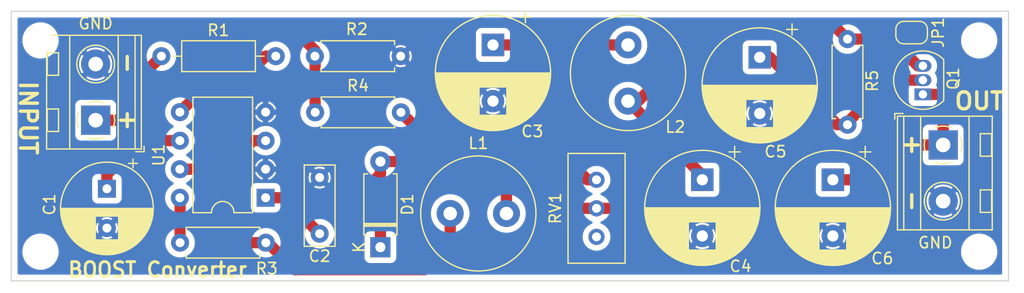
<source format=kicad_pcb>
(kicad_pcb (version 20171130) (host pcbnew "(5.1.12)-1")

  (general
    (thickness 1.6)
    (drawings 13)
    (tracks 95)
    (zones 0)
    (modules 24)
    (nets 13)
  )

  (page A4)
  (layers
    (0 F.Cu signal)
    (31 B.Cu signal)
    (32 B.Adhes user)
    (33 F.Adhes user)
    (34 B.Paste user)
    (35 F.Paste user)
    (36 B.SilkS user)
    (37 F.SilkS user)
    (38 B.Mask user)
    (39 F.Mask user)
    (40 Dwgs.User user)
    (41 Cmts.User user)
    (42 Eco1.User user)
    (43 Eco2.User user)
    (44 Edge.Cuts user)
    (45 Margin user)
    (46 B.CrtYd user)
    (47 F.CrtYd user)
    (48 B.Fab user)
    (49 F.Fab user)
  )

  (setup
    (last_trace_width 1)
    (trace_clearance 0.2)
    (zone_clearance 0.508)
    (zone_45_only yes)
    (trace_min 0.2)
    (via_size 0.8)
    (via_drill 0.4)
    (via_min_size 0.4)
    (via_min_drill 0.3)
    (uvia_size 0.3)
    (uvia_drill 0.1)
    (uvias_allowed no)
    (uvia_min_size 0.2)
    (uvia_min_drill 0.1)
    (edge_width 0.05)
    (segment_width 0.2)
    (pcb_text_width 0.3)
    (pcb_text_size 1.5 1.5)
    (mod_edge_width 0.12)
    (mod_text_size 1 1)
    (mod_text_width 0.15)
    (pad_size 1.524 1.524)
    (pad_drill 0.762)
    (pad_to_mask_clearance 0)
    (aux_axis_origin 0 0)
    (visible_elements 7FFFFFFF)
    (pcbplotparams
      (layerselection 0x010fc_ffffffff)
      (usegerberextensions false)
      (usegerberattributes true)
      (usegerberadvancedattributes true)
      (creategerberjobfile true)
      (excludeedgelayer true)
      (linewidth 0.100000)
      (plotframeref false)
      (viasonmask false)
      (mode 1)
      (useauxorigin false)
      (hpglpennumber 1)
      (hpglpenspeed 20)
      (hpglpendiameter 15.000000)
      (psnegative false)
      (psa4output false)
      (plotreference true)
      (plotvalue true)
      (plotinvisibletext false)
      (padsonsilk false)
      (subtractmaskfromsilk false)
      (outputformat 1)
      (mirror false)
      (drillshape 1)
      (scaleselection 1)
      (outputdirectory ""))
  )

  (net 0 "")
  (net 1 "Net-(C1-Pad1)")
  (net 2 GND)
  (net 3 "Net-(C2-Pad1)")
  (net 4 "Net-(C3-Pad1)")
  (net 5 "Net-(C4-Pad1)")
  (net 6 "Net-(C5-Pad1)")
  (net 7 "Net-(C6-Pad1)")
  (net 8 "Net-(D1-Pad2)")
  (net 9 "Net-(L1-Pad1)")
  (net 10 "Net-(R2-Pad2)")
  (net 11 "Net-(R3-Pad1)")
  (net 12 "Net-(R4-Pad2)")

  (net_class Default "This is the default net class."
    (clearance 0.2)
    (trace_width 1)
    (via_dia 0.8)
    (via_drill 0.4)
    (uvia_dia 0.3)
    (uvia_drill 0.1)
    (add_net GND)
    (add_net "Net-(C1-Pad1)")
    (add_net "Net-(C2-Pad1)")
    (add_net "Net-(C5-Pad1)")
    (add_net "Net-(D1-Pad2)")
    (add_net "Net-(L1-Pad1)")
    (add_net "Net-(R2-Pad2)")
    (add_net "Net-(R3-Pad1)")
    (add_net "Net-(R4-Pad2)")
  )

  (net_class PWR ""
    (clearance 0.2)
    (trace_width 1)
    (via_dia 0.8)
    (via_drill 0.4)
    (uvia_dia 0.3)
    (uvia_drill 0.1)
    (add_net "Net-(C3-Pad1)")
    (add_net "Net-(C4-Pad1)")
    (add_net "Net-(C6-Pad1)")
  )

  (module Capacitor_THT:C_Disc_D7.0mm_W2.5mm_P5.00mm (layer F.Cu) (tedit 5AE50EF0) (tstamp 6397B4E1)
    (at 72.4 78.8 90)
    (descr "C, Disc series, Radial, pin pitch=5.00mm, , diameter*width=7*2.5mm^2, Capacitor, http://cdn-reichelt.de/documents/datenblatt/B300/DS_KERKO_TC.pdf")
    (tags "C Disc series Radial pin pitch 5.00mm  diameter 7mm width 2.5mm Capacitor")
    (path /6396F307)
    (fp_text reference C2 (at -2 0 180) (layer F.SilkS)
      (effects (font (size 1 1) (thickness 0.15)))
    )
    (fp_text value 100p (at 2.5 2.5 90) (layer F.Fab)
      (effects (font (size 1 1) (thickness 0.15)))
    )
    (fp_line (start -1 -1.25) (end -1 1.25) (layer F.Fab) (width 0.1))
    (fp_line (start -1 1.25) (end 6 1.25) (layer F.Fab) (width 0.1))
    (fp_line (start 6 1.25) (end 6 -1.25) (layer F.Fab) (width 0.1))
    (fp_line (start 6 -1.25) (end -1 -1.25) (layer F.Fab) (width 0.1))
    (fp_line (start -1.12 -1.37) (end 6.12 -1.37) (layer F.SilkS) (width 0.12))
    (fp_line (start -1.12 1.37) (end 6.12 1.37) (layer F.SilkS) (width 0.12))
    (fp_line (start -1.12 -1.37) (end -1.12 1.37) (layer F.SilkS) (width 0.12))
    (fp_line (start 6.12 -1.37) (end 6.12 1.37) (layer F.SilkS) (width 0.12))
    (fp_line (start -1.25 -1.5) (end -1.25 1.5) (layer F.CrtYd) (width 0.05))
    (fp_line (start -1.25 1.5) (end 6.25 1.5) (layer F.CrtYd) (width 0.05))
    (fp_line (start 6.25 1.5) (end 6.25 -1.5) (layer F.CrtYd) (width 0.05))
    (fp_line (start 6.25 -1.5) (end -1.25 -1.5) (layer F.CrtYd) (width 0.05))
    (fp_text user %R (at 2.5 0 90) (layer F.Fab)
      (effects (font (size 1 1) (thickness 0.15)))
    )
    (pad 1 thru_hole circle (at 0 0 90) (size 1.6 1.6) (drill 0.8) (layers *.Cu *.Mask)
      (net 3 "Net-(C2-Pad1)"))
    (pad 2 thru_hole circle (at 5 0 90) (size 1.6 1.6) (drill 0.8) (layers *.Cu *.Mask)
      (net 2 GND))
    (model ${KISYS3DMOD}/Capacitor_THT.3dshapes/C_Disc_D7.0mm_W2.5mm_P5.00mm.wrl
      (at (xyz 0 0 0))
      (scale (xyz 1 1 1))
      (rotate (xyz 0 0 0))
    )
  )

  (module Diode_THT:D_A-405_P7.62mm_Horizontal (layer F.Cu) (tedit 5AE50CD5) (tstamp 6397B382)
    (at 77.8 80 90)
    (descr "Diode, A-405 series, Axial, Horizontal, pin pitch=7.62mm, , length*diameter=5.2*2.7mm^2, , http://www.diodes.com/_files/packages/A-405.pdf")
    (tags "Diode A-405 series Axial Horizontal pin pitch 7.62mm  length 5.2mm diameter 2.7mm")
    (path /639830CC)
    (fp_text reference D1 (at 3.8 2.4 270) (layer F.SilkS)
      (effects (font (size 1 1) (thickness 0.15)))
    )
    (fp_text value 1N5817 (at 3.81 2.47 90) (layer F.Fab)
      (effects (font (size 1 1) (thickness 0.15)))
    )
    (fp_line (start 1.21 -1.35) (end 1.21 1.35) (layer F.Fab) (width 0.1))
    (fp_line (start 1.21 1.35) (end 6.41 1.35) (layer F.Fab) (width 0.1))
    (fp_line (start 6.41 1.35) (end 6.41 -1.35) (layer F.Fab) (width 0.1))
    (fp_line (start 6.41 -1.35) (end 1.21 -1.35) (layer F.Fab) (width 0.1))
    (fp_line (start 0 0) (end 1.21 0) (layer F.Fab) (width 0.1))
    (fp_line (start 7.62 0) (end 6.41 0) (layer F.Fab) (width 0.1))
    (fp_line (start 1.99 -1.35) (end 1.99 1.35) (layer F.Fab) (width 0.1))
    (fp_line (start 2.09 -1.35) (end 2.09 1.35) (layer F.Fab) (width 0.1))
    (fp_line (start 1.89 -1.35) (end 1.89 1.35) (layer F.Fab) (width 0.1))
    (fp_line (start 1.09 -1.14) (end 1.09 -1.47) (layer F.SilkS) (width 0.12))
    (fp_line (start 1.09 -1.47) (end 6.53 -1.47) (layer F.SilkS) (width 0.12))
    (fp_line (start 6.53 -1.47) (end 6.53 -1.14) (layer F.SilkS) (width 0.12))
    (fp_line (start 1.09 1.14) (end 1.09 1.47) (layer F.SilkS) (width 0.12))
    (fp_line (start 1.09 1.47) (end 6.53 1.47) (layer F.SilkS) (width 0.12))
    (fp_line (start 6.53 1.47) (end 6.53 1.14) (layer F.SilkS) (width 0.12))
    (fp_line (start 1.99 -1.47) (end 1.99 1.47) (layer F.SilkS) (width 0.12))
    (fp_line (start 2.11 -1.47) (end 2.11 1.47) (layer F.SilkS) (width 0.12))
    (fp_line (start 1.87 -1.47) (end 1.87 1.47) (layer F.SilkS) (width 0.12))
    (fp_line (start -1.15 -1.6) (end -1.15 1.6) (layer F.CrtYd) (width 0.05))
    (fp_line (start -1.15 1.6) (end 8.77 1.6) (layer F.CrtYd) (width 0.05))
    (fp_line (start 8.77 1.6) (end 8.77 -1.6) (layer F.CrtYd) (width 0.05))
    (fp_line (start 8.77 -1.6) (end -1.15 -1.6) (layer F.CrtYd) (width 0.05))
    (fp_text user %R (at 4.2 0 90) (layer F.Fab)
      (effects (font (size 1 1) (thickness 0.15)))
    )
    (fp_text user K (at 0 -1.9 90) (layer F.Fab)
      (effects (font (size 1 1) (thickness 0.15)))
    )
    (fp_text user K (at 0 -1.9 90) (layer F.SilkS)
      (effects (font (size 1 1) (thickness 0.15)))
    )
    (pad 1 thru_hole rect (at 0 0 90) (size 1.8 1.8) (drill 0.9) (layers *.Cu *.Mask)
      (net 4 "Net-(C3-Pad1)"))
    (pad 2 thru_hole oval (at 7.62 0 90) (size 1.8 1.8) (drill 0.9) (layers *.Cu *.Mask)
      (net 8 "Net-(D1-Pad2)"))
    (model ${KISYS3DMOD}/Diode_THT.3dshapes/D_A-405_P7.62mm_Horizontal.wrl
      (at (xyz 0 0 0))
      (scale (xyz 1 1 1))
      (rotate (xyz 0 0 0))
    )
  )

  (module TerminalBlock_MetzConnect:TerminalBlock_MetzConnect_Type094_RT03502HBLU_1x02_P5.00mm_Horizontal locked (layer F.Cu) (tedit 5B294E9C) (tstamp 6397008F)
    (at 52.5 68.7 90)
    (descr "terminal block Metz Connect Type094_RT03502HBLU, 2 pins, pitch 5mm, size 10x8.3mm^2, drill diamater 1.3mm, pad diameter 2.6mm, see http://www.metz-connect.com/ru/system/files/productfiles/Data_sheet_310941_RT035xxHBLU_OFF-022742T.pdf, script-generated using https://github.com/pointhi/kicad-footprint-generator/scripts/TerminalBlock_MetzConnect")
    (tags "THT terminal block Metz Connect Type094_RT03502HBLU pitch 5mm size 10x8.3mm^2 drill 1.3mm pad 2.6mm")
    (path /63969B2D)
    (fp_text reference J1 (at 2.5 -2.6 90) (layer F.SilkS) hide
      (effects (font (size 1 1) (thickness 0.15)))
    )
    (fp_text value INPUT (at 2.5 5.06 90) (layer F.Fab)
      (effects (font (size 1 1) (thickness 0.15)))
    )
    (fp_line (start 8 -4.81) (end -3 -4.81) (layer F.CrtYd) (width 0.05))
    (fp_line (start 8 4.5) (end 8 -4.81) (layer F.CrtYd) (width 0.05))
    (fp_line (start -3 4.5) (end 8 4.5) (layer F.CrtYd) (width 0.05))
    (fp_line (start -3 -4.81) (end -3 4.5) (layer F.CrtYd) (width 0.05))
    (fp_line (start -2.8 4.3) (end -2.3 4.3) (layer F.SilkS) (width 0.12))
    (fp_line (start -2.8 3.56) (end -2.8 4.3) (layer F.SilkS) (width 0.12))
    (fp_line (start 6 -4.3) (end 6 -3.3) (layer F.SilkS) (width 0.12))
    (fp_line (start 4 -4.3) (end 4 -3.3) (layer F.SilkS) (width 0.12))
    (fp_line (start 4 -3.3) (end 6 -3.3) (layer F.SilkS) (width 0.12))
    (fp_line (start 4 -4.3) (end 6 -4.3) (layer F.SilkS) (width 0.12))
    (fp_line (start 6 -4.3) (end 4 -4.3) (layer F.Fab) (width 0.1))
    (fp_line (start 6 -3.3) (end 6 -4.3) (layer F.Fab) (width 0.1))
    (fp_line (start 4 -3.3) (end 6 -3.3) (layer F.Fab) (width 0.1))
    (fp_line (start 4 -4.3) (end 4 -3.3) (layer F.Fab) (width 0.1))
    (fp_line (start 3.773 1.023) (end 3.726 1.069) (layer F.SilkS) (width 0.12))
    (fp_line (start 6.07 -1.275) (end 6.035 -1.239) (layer F.SilkS) (width 0.12))
    (fp_line (start 3.966 1.239) (end 3.931 1.274) (layer F.SilkS) (width 0.12))
    (fp_line (start 6.275 -1.069) (end 6.228 -1.023) (layer F.SilkS) (width 0.12))
    (fp_line (start 5.955 -1.138) (end 3.863 0.955) (layer F.Fab) (width 0.1))
    (fp_line (start 6.138 -0.955) (end 4.046 1.138) (layer F.Fab) (width 0.1))
    (fp_line (start 1 -4.3) (end 1 -3.3) (layer F.SilkS) (width 0.12))
    (fp_line (start -1 -4.3) (end -1 -3.3) (layer F.SilkS) (width 0.12))
    (fp_line (start -1 -3.3) (end 1 -3.3) (layer F.SilkS) (width 0.12))
    (fp_line (start -1 -4.3) (end 1 -4.3) (layer F.SilkS) (width 0.12))
    (fp_line (start 1 -4.3) (end -1 -4.3) (layer F.Fab) (width 0.1))
    (fp_line (start 1 -3.3) (end 1 -4.3) (layer F.Fab) (width 0.1))
    (fp_line (start -1 -3.3) (end 1 -3.3) (layer F.Fab) (width 0.1))
    (fp_line (start -1 -4.3) (end -1 -3.3) (layer F.Fab) (width 0.1))
    (fp_line (start 0.955 -1.138) (end -1.138 0.955) (layer F.Fab) (width 0.1))
    (fp_line (start 1.138 -0.955) (end -0.955 1.138) (layer F.Fab) (width 0.1))
    (fp_line (start 7.56 -4.36) (end 7.56 4.06) (layer F.SilkS) (width 0.12))
    (fp_line (start -2.56 -4.36) (end -2.56 4.06) (layer F.SilkS) (width 0.12))
    (fp_line (start -2.56 4.06) (end 7.56 4.06) (layer F.SilkS) (width 0.12))
    (fp_line (start -2.56 -4.36) (end 7.56 -4.36) (layer F.SilkS) (width 0.12))
    (fp_line (start -2.56 -2.301) (end 7.56 -2.301) (layer F.SilkS) (width 0.12))
    (fp_line (start -2.5 -2.3) (end 7.5 -2.3) (layer F.Fab) (width 0.1))
    (fp_line (start -2.56 2) (end 7.56 2) (layer F.SilkS) (width 0.12))
    (fp_line (start -2.5 2) (end 7.5 2) (layer F.Fab) (width 0.1))
    (fp_line (start -2.56 3.5) (end 7.56 3.5) (layer F.SilkS) (width 0.12))
    (fp_line (start -2.5 3.5) (end 7.5 3.5) (layer F.Fab) (width 0.1))
    (fp_line (start -2.5 3.5) (end -2.5 -4.3) (layer F.Fab) (width 0.1))
    (fp_line (start -2 4) (end -2.5 3.5) (layer F.Fab) (width 0.1))
    (fp_line (start 7.5 4) (end -2 4) (layer F.Fab) (width 0.1))
    (fp_line (start 7.5 -4.3) (end 7.5 4) (layer F.Fab) (width 0.1))
    (fp_line (start -2.5 -4.3) (end 7.5 -4.3) (layer F.Fab) (width 0.1))
    (fp_circle (center 5 0) (end 6.68 0) (layer F.SilkS) (width 0.12))
    (fp_circle (center 5 0) (end 6.5 0) (layer F.Fab) (width 0.1))
    (fp_circle (center 0 0) (end 1.5 0) (layer F.Fab) (width 0.1))
    (fp_text user %R (at 2.5 2.75 90) (layer F.Fab) hide
      (effects (font (size 1 1) (thickness 0.15)))
    )
    (fp_arc (start 0 0) (end -0.684 1.535) (angle -25) (layer F.SilkS) (width 0.12))
    (fp_arc (start 0 0) (end -1.535 -0.684) (angle -48) (layer F.SilkS) (width 0.12))
    (fp_arc (start 0 0) (end 0.684 -1.535) (angle -48) (layer F.SilkS) (width 0.12))
    (fp_arc (start 0 0) (end 1.535 0.684) (angle -48) (layer F.SilkS) (width 0.12))
    (fp_arc (start 0 0) (end 0 1.68) (angle -24) (layer F.SilkS) (width 0.12))
    (pad 2 thru_hole circle (at 5 0 90) (size 2.6 2.6) (drill 1.3) (layers *.Cu *.Mask)
      (net 2 GND))
    (pad 1 thru_hole rect (at 0 0 90) (size 2.6 2.6) (drill 1.3) (layers *.Cu *.Mask)
      (net 1 "Net-(C1-Pad1)"))
    (model ${KISYS3DMOD}/TerminalBlock_MetzConnect.3dshapes/TerminalBlock_MetzConnect_Type094_RT03502HBLU_1x02_P5.00mm_Horizontal.wrl
      (at (xyz 0 0 0))
      (scale (xyz 1 1 1))
      (rotate (xyz 0 0 0))
    )
  )

  (module TerminalBlock_MetzConnect:TerminalBlock_MetzConnect_Type094_RT03502HBLU_1x02_P5.00mm_Horizontal (layer F.Cu) (tedit 5B294E9C) (tstamp 639700CB)
    (at 127.8 70.9 270)
    (descr "terminal block Metz Connect Type094_RT03502HBLU, 2 pins, pitch 5mm, size 10x8.3mm^2, drill diamater 1.3mm, pad diameter 2.6mm, see http://www.metz-connect.com/ru/system/files/productfiles/Data_sheet_310941_RT035xxHBLU_OFF-022742T.pdf, script-generated using https://github.com/pointhi/kicad-footprint-generator/scripts/TerminalBlock_MetzConnect")
    (tags "THT terminal block Metz Connect Type094_RT03502HBLU pitch 5mm size 10x8.3mm^2 drill 1.3mm pad 2.6mm")
    (path /6396B029)
    (fp_text reference J2 (at 2.8 -1.5 90) (layer F.SilkS) hide
      (effects (font (size 1 1) (thickness 0.15)))
    )
    (fp_text value OUTPUT (at 2.5 5.06 90) (layer F.Fab)
      (effects (font (size 1 1) (thickness 0.15)))
    )
    (fp_circle (center 0 0) (end 1.5 0) (layer F.Fab) (width 0.1))
    (fp_circle (center 5 0) (end 6.5 0) (layer F.Fab) (width 0.1))
    (fp_circle (center 5 0) (end 6.68 0) (layer F.SilkS) (width 0.12))
    (fp_line (start -2.5 -4.3) (end 7.5 -4.3) (layer F.Fab) (width 0.1))
    (fp_line (start 7.5 -4.3) (end 7.5 4) (layer F.Fab) (width 0.1))
    (fp_line (start 7.5 4) (end -2 4) (layer F.Fab) (width 0.1))
    (fp_line (start -2 4) (end -2.5 3.5) (layer F.Fab) (width 0.1))
    (fp_line (start -2.5 3.5) (end -2.5 -4.3) (layer F.Fab) (width 0.1))
    (fp_line (start -2.5 3.5) (end 7.5 3.5) (layer F.Fab) (width 0.1))
    (fp_line (start -2.56 3.5) (end 7.56 3.5) (layer F.SilkS) (width 0.12))
    (fp_line (start -2.5 2) (end 7.5 2) (layer F.Fab) (width 0.1))
    (fp_line (start -2.56 2) (end 7.56 2) (layer F.SilkS) (width 0.12))
    (fp_line (start -2.5 -2.3) (end 7.5 -2.3) (layer F.Fab) (width 0.1))
    (fp_line (start -2.56 -2.301) (end 7.56 -2.301) (layer F.SilkS) (width 0.12))
    (fp_line (start -2.56 -4.36) (end 7.56 -4.36) (layer F.SilkS) (width 0.12))
    (fp_line (start -2.56 4.06) (end 7.56 4.06) (layer F.SilkS) (width 0.12))
    (fp_line (start -2.56 -4.36) (end -2.56 4.06) (layer F.SilkS) (width 0.12))
    (fp_line (start 7.56 -4.36) (end 7.56 4.06) (layer F.SilkS) (width 0.12))
    (fp_line (start 1.138 -0.955) (end -0.955 1.138) (layer F.Fab) (width 0.1))
    (fp_line (start 0.955 -1.138) (end -1.138 0.955) (layer F.Fab) (width 0.1))
    (fp_line (start -1 -4.3) (end -1 -3.3) (layer F.Fab) (width 0.1))
    (fp_line (start -1 -3.3) (end 1 -3.3) (layer F.Fab) (width 0.1))
    (fp_line (start 1 -3.3) (end 1 -4.3) (layer F.Fab) (width 0.1))
    (fp_line (start 1 -4.3) (end -1 -4.3) (layer F.Fab) (width 0.1))
    (fp_line (start -1 -4.3) (end 1 -4.3) (layer F.SilkS) (width 0.12))
    (fp_line (start -1 -3.3) (end 1 -3.3) (layer F.SilkS) (width 0.12))
    (fp_line (start -1 -4.3) (end -1 -3.3) (layer F.SilkS) (width 0.12))
    (fp_line (start 1 -4.3) (end 1 -3.3) (layer F.SilkS) (width 0.12))
    (fp_line (start 6.138 -0.955) (end 4.046 1.138) (layer F.Fab) (width 0.1))
    (fp_line (start 5.955 -1.138) (end 3.863 0.955) (layer F.Fab) (width 0.1))
    (fp_line (start 6.275 -1.069) (end 6.228 -1.023) (layer F.SilkS) (width 0.12))
    (fp_line (start 3.966 1.239) (end 3.931 1.274) (layer F.SilkS) (width 0.12))
    (fp_line (start 6.07 -1.275) (end 6.035 -1.239) (layer F.SilkS) (width 0.12))
    (fp_line (start 3.773 1.023) (end 3.726 1.069) (layer F.SilkS) (width 0.12))
    (fp_line (start 4 -4.3) (end 4 -3.3) (layer F.Fab) (width 0.1))
    (fp_line (start 4 -3.3) (end 6 -3.3) (layer F.Fab) (width 0.1))
    (fp_line (start 6 -3.3) (end 6 -4.3) (layer F.Fab) (width 0.1))
    (fp_line (start 6 -4.3) (end 4 -4.3) (layer F.Fab) (width 0.1))
    (fp_line (start 4 -4.3) (end 6 -4.3) (layer F.SilkS) (width 0.12))
    (fp_line (start 4 -3.3) (end 6 -3.3) (layer F.SilkS) (width 0.12))
    (fp_line (start 4 -4.3) (end 4 -3.3) (layer F.SilkS) (width 0.12))
    (fp_line (start 6 -4.3) (end 6 -3.3) (layer F.SilkS) (width 0.12))
    (fp_line (start -2.8 3.56) (end -2.8 4.3) (layer F.SilkS) (width 0.12))
    (fp_line (start -2.8 4.3) (end -2.3 4.3) (layer F.SilkS) (width 0.12))
    (fp_line (start -3 -4.81) (end -3 4.5) (layer F.CrtYd) (width 0.05))
    (fp_line (start -3 4.5) (end 8 4.5) (layer F.CrtYd) (width 0.05))
    (fp_line (start 8 4.5) (end 8 -4.81) (layer F.CrtYd) (width 0.05))
    (fp_line (start 8 -4.81) (end -3 -4.81) (layer F.CrtYd) (width 0.05))
    (fp_arc (start 0 0) (end 0 1.68) (angle -24) (layer F.SilkS) (width 0.12))
    (fp_arc (start 0 0) (end 1.535 0.684) (angle -48) (layer F.SilkS) (width 0.12))
    (fp_arc (start 0 0) (end 0.684 -1.535) (angle -48) (layer F.SilkS) (width 0.12))
    (fp_arc (start 0 0) (end -1.535 -0.684) (angle -48) (layer F.SilkS) (width 0.12))
    (fp_arc (start 0 0) (end -0.684 1.535) (angle -25) (layer F.SilkS) (width 0.12))
    (fp_text user %R (at 2.5 2.75 90) (layer F.Fab) hide
      (effects (font (size 1 1) (thickness 0.15)))
    )
    (pad 1 thru_hole rect (at 0 0 270) (size 2.6 2.6) (drill 1.3) (layers *.Cu *.Mask)
      (net 7 "Net-(C6-Pad1)"))
    (pad 2 thru_hole circle (at 5 0 270) (size 2.6 2.6) (drill 1.3) (layers *.Cu *.Mask)
      (net 2 GND))
    (model ${KISYS3DMOD}/TerminalBlock_MetzConnect.3dshapes/TerminalBlock_MetzConnect_Type094_RT03502HBLU_1x02_P5.00mm_Horizontal.wrl
      (at (xyz 0 0 0))
      (scale (xyz 1 1 1))
      (rotate (xyz 0 0 0))
    )
  )

  (module Jumper:SolderJumper-2_P1.3mm_Open_RoundedPad1.0x1.5mm (layer F.Cu) (tedit 5B391E66) (tstamp 639700DD)
    (at 125 60.9)
    (descr "SMD Solder Jumper, 1x1.5mm, rounded Pads, 0.3mm gap, open")
    (tags "solder jumper open")
    (path /639B998C)
    (attr virtual)
    (fp_text reference JP1 (at 2.35 0 90) (layer F.SilkS)
      (effects (font (size 1 1) (thickness 0.15)))
    )
    (fp_text value Jumper (at 0 1.9) (layer F.Fab)
      (effects (font (size 1 1) (thickness 0.15)))
    )
    (fp_line (start -1.4 0.3) (end -1.4 -0.3) (layer F.SilkS) (width 0.12))
    (fp_line (start 0.7 1) (end -0.7 1) (layer F.SilkS) (width 0.12))
    (fp_line (start 1.4 -0.3) (end 1.4 0.3) (layer F.SilkS) (width 0.12))
    (fp_line (start -0.7 -1) (end 0.7 -1) (layer F.SilkS) (width 0.12))
    (fp_line (start -1.65 -1.25) (end 1.65 -1.25) (layer F.CrtYd) (width 0.05))
    (fp_line (start -1.65 -1.25) (end -1.65 1.25) (layer F.CrtYd) (width 0.05))
    (fp_line (start 1.65 1.25) (end 1.65 -1.25) (layer F.CrtYd) (width 0.05))
    (fp_line (start 1.65 1.25) (end -1.65 1.25) (layer F.CrtYd) (width 0.05))
    (fp_arc (start 0.7 -0.3) (end 1.4 -0.3) (angle -90) (layer F.SilkS) (width 0.12))
    (fp_arc (start 0.7 0.3) (end 0.7 1) (angle -90) (layer F.SilkS) (width 0.12))
    (fp_arc (start -0.7 0.3) (end -1.4 0.3) (angle -90) (layer F.SilkS) (width 0.12))
    (fp_arc (start -0.7 -0.3) (end -0.7 -1) (angle -90) (layer F.SilkS) (width 0.12))
    (pad 1 smd custom (at -0.65 0) (size 1 0.5) (layers F.Cu F.Mask)
      (net 5 "Net-(C4-Pad1)") (zone_connect 2)
      (options (clearance outline) (anchor rect))
      (primitives
        (gr_circle (center 0 0.25) (end 0.5 0.25) (width 0))
        (gr_circle (center 0 -0.25) (end 0.5 -0.25) (width 0))
        (gr_poly (pts
           (xy 0 -0.75) (xy 0.5 -0.75) (xy 0.5 0.75) (xy 0 0.75)) (width 0))
      ))
    (pad 2 smd custom (at 0.65 0) (size 1 0.5) (layers F.Cu F.Mask)
      (net 7 "Net-(C6-Pad1)") (zone_connect 2)
      (options (clearance outline) (anchor rect))
      (primitives
        (gr_circle (center 0 0.25) (end 0.5 0.25) (width 0))
        (gr_circle (center 0 -0.25) (end 0.5 -0.25) (width 0))
        (gr_poly (pts
           (xy 0 -0.75) (xy -0.5 -0.75) (xy -0.5 0.75) (xy 0 0.75)) (width 0))
      ))
  )

  (module Inductor_THT:L_Radial_D10.0mm_P5.00mm_Neosid_SD12k_style3 (layer F.Cu) (tedit 5AE59B06) (tstamp 639700E7)
    (at 84 77)
    (descr "Inductor, Radial series, Radial, pin pitch=5.00mm, , diameter=10.0mm, Neosid, SD12k, style3, http://www.neosid.de/produktblaetter/neosid_Festinduktivitaet_Sd12k.pdf")
    (tags "Inductor Radial series Radial pin pitch 5.00mm  diameter 10.0mm Neosid SD12k style3")
    (path /63978589)
    (fp_text reference L1 (at 2.5 -6.25) (layer F.SilkS)
      (effects (font (size 1 1) (thickness 0.15)))
    )
    (fp_text value 10u (at 2.5 6.25) (layer F.Fab)
      (effects (font (size 1 1) (thickness 0.15)))
    )
    (fp_circle (center 2.5 0) (end 7.5 0) (layer F.Fab) (width 0.1))
    (fp_circle (center 2.5 0) (end 7.62 0) (layer F.SilkS) (width 0.12))
    (fp_circle (center 2.5 0) (end 7.75 0) (layer F.CrtYd) (width 0.05))
    (fp_text user %R (at 2.5 0) (layer F.Fab)
      (effects (font (size 1 1) (thickness 0.15)))
    )
    (pad 1 thru_hole circle (at 0 0) (size 2.4 2.4) (drill 1.2) (layers *.Cu *.Mask)
      (net 9 "Net-(L1-Pad1)"))
    (pad 2 thru_hole circle (at 5 0) (size 2.4 2.4) (drill 1.2) (layers *.Cu *.Mask)
      (net 8 "Net-(D1-Pad2)"))
    (model ${KISYS3DMOD}/Inductor_THT.3dshapes/L_Radial_D10.0mm_P5.00mm_Neosid_SD12k_style3.wrl
      (at (xyz 0 0 0))
      (scale (xyz 1 1 1))
      (rotate (xyz 0 0 0))
    )
  )

  (module Inductor_THT:L_Radial_D10.0mm_P5.00mm_Neosid_SD12k_style3 (layer F.Cu) (tedit 5AE59B06) (tstamp 639700F1)
    (at 99.8 62 270)
    (descr "Inductor, Radial series, Radial, pin pitch=5.00mm, , diameter=10.0mm, Neosid, SD12k, style3, http://www.neosid.de/produktblaetter/neosid_Festinduktivitaet_Sd12k.pdf")
    (tags "Inductor Radial series Radial pin pitch 5.00mm  diameter 10.0mm Neosid SD12k style3")
    (path /63993CD8)
    (fp_text reference L2 (at 7.3 -4.2 180) (layer F.SilkS)
      (effects (font (size 1 1) (thickness 0.15)))
    )
    (fp_text value 5m (at 2.5 6.25 90) (layer F.Fab)
      (effects (font (size 1 1) (thickness 0.15)))
    )
    (fp_circle (center 2.5 0) (end 7.75 0) (layer F.CrtYd) (width 0.05))
    (fp_circle (center 2.5 0) (end 7.62 0) (layer F.SilkS) (width 0.12))
    (fp_circle (center 2.5 0) (end 7.5 0) (layer F.Fab) (width 0.1))
    (fp_text user %R (at 2.5 0 90) (layer F.Fab)
      (effects (font (size 1 1) (thickness 0.15)))
    )
    (pad 2 thru_hole circle (at 5 0 270) (size 2.4 2.4) (drill 1.2) (layers *.Cu *.Mask)
      (net 5 "Net-(C4-Pad1)"))
    (pad 1 thru_hole circle (at 0 0 270) (size 2.4 2.4) (drill 1.2) (layers *.Cu *.Mask)
      (net 4 "Net-(C3-Pad1)"))
    (model ${KISYS3DMOD}/Inductor_THT.3dshapes/L_Radial_D10.0mm_P5.00mm_Neosid_SD12k_style3.wrl
      (at (xyz 0 0 0))
      (scale (xyz 1 1 1))
      (rotate (xyz 0 0 0))
    )
  )

  (module Package_TO_SOT_THT:TO-92_Inline (layer F.Cu) (tedit 5A1DD157) (tstamp 63970103)
    (at 126 66.4 90)
    (descr "TO-92 leads in-line, narrow, oval pads, drill 0.75mm (see NXP sot054_po.pdf)")
    (tags "to-92 sc-43 sc-43a sot54 PA33 transistor")
    (path /639A0463)
    (fp_text reference Q1 (at 1.4 2.7 90) (layer F.SilkS)
      (effects (font (size 1 1) (thickness 0.15)))
    )
    (fp_text value 2N2222 (at 1.27 2.79 90) (layer F.Fab)
      (effects (font (size 1 1) (thickness 0.15)))
    )
    (fp_line (start -0.53 1.85) (end 3.07 1.85) (layer F.SilkS) (width 0.12))
    (fp_line (start -0.5 1.75) (end 3 1.75) (layer F.Fab) (width 0.1))
    (fp_line (start -1.46 -2.73) (end 4 -2.73) (layer F.CrtYd) (width 0.05))
    (fp_line (start -1.46 -2.73) (end -1.46 2.01) (layer F.CrtYd) (width 0.05))
    (fp_line (start 4 2.01) (end 4 -2.73) (layer F.CrtYd) (width 0.05))
    (fp_line (start 4 2.01) (end -1.46 2.01) (layer F.CrtYd) (width 0.05))
    (fp_text user %R (at 1.27 0 90) (layer F.Fab)
      (effects (font (size 1 1) (thickness 0.15)))
    )
    (fp_arc (start 1.27 0) (end 1.27 -2.48) (angle 135) (layer F.Fab) (width 0.1))
    (fp_arc (start 1.27 0) (end 1.27 -2.6) (angle -135) (layer F.SilkS) (width 0.12))
    (fp_arc (start 1.27 0) (end 1.27 -2.48) (angle -135) (layer F.Fab) (width 0.1))
    (fp_arc (start 1.27 0) (end 1.27 -2.6) (angle 135) (layer F.SilkS) (width 0.12))
    (pad 2 thru_hole oval (at 1.27 0 90) (size 1.05 1.5) (drill 0.75) (layers *.Cu *.Mask)
      (net 6 "Net-(C5-Pad1)"))
    (pad 3 thru_hole oval (at 2.54 0 90) (size 1.05 1.5) (drill 0.75) (layers *.Cu *.Mask)
      (net 5 "Net-(C4-Pad1)"))
    (pad 1 thru_hole rect (at 0 0 90) (size 1.05 1.5) (drill 0.75) (layers *.Cu *.Mask)
      (net 7 "Net-(C6-Pad1)"))
    (model ${KISYS3DMOD}/Package_TO_SOT_THT.3dshapes/TO-92_Inline.wrl
      (at (xyz 0 0 0))
      (scale (xyz 1 1 1))
      (rotate (xyz 0 0 0))
    )
  )

  (module Resistor_THT:R_Axial_DIN0207_L6.3mm_D2.5mm_P10.16mm_Horizontal (layer F.Cu) (tedit 5AE5139B) (tstamp 639792BA)
    (at 68.5 63 180)
    (descr "Resistor, Axial_DIN0207 series, Axial, Horizontal, pin pitch=10.16mm, 0.25W = 1/4W, length*diameter=6.3*2.5mm^2, http://cdn-reichelt.de/documents/datenblatt/B400/1_4W%23YAG.pdf")
    (tags "Resistor Axial_DIN0207 series Axial Horizontal pin pitch 10.16mm 0.25W = 1/4W length 6.3mm diameter 2.5mm")
    (path /639750E9)
    (fp_text reference R1 (at 5.1 2.3) (layer F.SilkS)
      (effects (font (size 1 1) (thickness 0.15)))
    )
    (fp_text value 0.1 (at 5.08 2.37) (layer F.Fab)
      (effects (font (size 1 1) (thickness 0.15)))
    )
    (fp_line (start 1.93 -1.25) (end 1.93 1.25) (layer F.Fab) (width 0.1))
    (fp_line (start 1.93 1.25) (end 8.23 1.25) (layer F.Fab) (width 0.1))
    (fp_line (start 8.23 1.25) (end 8.23 -1.25) (layer F.Fab) (width 0.1))
    (fp_line (start 8.23 -1.25) (end 1.93 -1.25) (layer F.Fab) (width 0.1))
    (fp_line (start 0 0) (end 1.93 0) (layer F.Fab) (width 0.1))
    (fp_line (start 10.16 0) (end 8.23 0) (layer F.Fab) (width 0.1))
    (fp_line (start 1.81 -1.37) (end 1.81 1.37) (layer F.SilkS) (width 0.12))
    (fp_line (start 1.81 1.37) (end 8.35 1.37) (layer F.SilkS) (width 0.12))
    (fp_line (start 8.35 1.37) (end 8.35 -1.37) (layer F.SilkS) (width 0.12))
    (fp_line (start 8.35 -1.37) (end 1.81 -1.37) (layer F.SilkS) (width 0.12))
    (fp_line (start 1.04 0) (end 1.81 0) (layer F.SilkS) (width 0.12))
    (fp_line (start 9.12 0) (end 8.35 0) (layer F.SilkS) (width 0.12))
    (fp_line (start -1.05 -1.5) (end -1.05 1.5) (layer F.CrtYd) (width 0.05))
    (fp_line (start -1.05 1.5) (end 11.21 1.5) (layer F.CrtYd) (width 0.05))
    (fp_line (start 11.21 1.5) (end 11.21 -1.5) (layer F.CrtYd) (width 0.05))
    (fp_line (start 11.21 -1.5) (end -1.05 -1.5) (layer F.CrtYd) (width 0.05))
    (fp_text user %R (at 5.08 0) (layer F.Fab)
      (effects (font (size 1 1) (thickness 0.15)))
    )
    (pad 1 thru_hole circle (at 0 0 180) (size 1.6 1.6) (drill 0.8) (layers *.Cu *.Mask)
      (net 9 "Net-(L1-Pad1)"))
    (pad 2 thru_hole oval (at 10.16 0 180) (size 1.6 1.6) (drill 0.8) (layers *.Cu *.Mask)
      (net 1 "Net-(C1-Pad1)"))
    (model ${KISYS3DMOD}/Resistor_THT.3dshapes/R_Axial_DIN0207_L6.3mm_D2.5mm_P10.16mm_Horizontal.wrl
      (at (xyz 0 0 0))
      (scale (xyz 1 1 1))
      (rotate (xyz 0 0 0))
    )
  )

  (module Resistor_THT:R_Axial_DIN0207_L6.3mm_D2.5mm_P7.62mm_Horizontal (layer F.Cu) (tedit 5AE5139B) (tstamp 63975F12)
    (at 79.6 63 180)
    (descr "Resistor, Axial_DIN0207 series, Axial, Horizontal, pin pitch=7.62mm, 0.25W = 1/4W, length*diameter=6.3*2.5mm^2, http://cdn-reichelt.de/documents/datenblatt/B400/1_4W%23YAG.pdf")
    (tags "Resistor Axial_DIN0207 series Axial Horizontal pin pitch 7.62mm 0.25W = 1/4W length 6.3mm diameter 2.5mm")
    (path /63985665)
    (fp_text reference R2 (at 3.9 2.4) (layer F.SilkS)
      (effects (font (size 1 1) (thickness 0.15)))
    )
    (fp_text value 2K2 (at 3.81 2.37) (layer F.Fab)
      (effects (font (size 1 1) (thickness 0.15)))
    )
    (fp_line (start 0.66 -1.25) (end 0.66 1.25) (layer F.Fab) (width 0.1))
    (fp_line (start 0.66 1.25) (end 6.96 1.25) (layer F.Fab) (width 0.1))
    (fp_line (start 6.96 1.25) (end 6.96 -1.25) (layer F.Fab) (width 0.1))
    (fp_line (start 6.96 -1.25) (end 0.66 -1.25) (layer F.Fab) (width 0.1))
    (fp_line (start 0 0) (end 0.66 0) (layer F.Fab) (width 0.1))
    (fp_line (start 7.62 0) (end 6.96 0) (layer F.Fab) (width 0.1))
    (fp_line (start 0.54 -1.04) (end 0.54 -1.37) (layer F.SilkS) (width 0.12))
    (fp_line (start 0.54 -1.37) (end 7.08 -1.37) (layer F.SilkS) (width 0.12))
    (fp_line (start 7.08 -1.37) (end 7.08 -1.04) (layer F.SilkS) (width 0.12))
    (fp_line (start 0.54 1.04) (end 0.54 1.37) (layer F.SilkS) (width 0.12))
    (fp_line (start 0.54 1.37) (end 7.08 1.37) (layer F.SilkS) (width 0.12))
    (fp_line (start 7.08 1.37) (end 7.08 1.04) (layer F.SilkS) (width 0.12))
    (fp_line (start -1.05 -1.5) (end -1.05 1.5) (layer F.CrtYd) (width 0.05))
    (fp_line (start -1.05 1.5) (end 8.67 1.5) (layer F.CrtYd) (width 0.05))
    (fp_line (start 8.67 1.5) (end 8.67 -1.5) (layer F.CrtYd) (width 0.05))
    (fp_line (start 8.67 -1.5) (end -1.05 -1.5) (layer F.CrtYd) (width 0.05))
    (fp_text user %R (at 3.81 0) (layer F.Fab)
      (effects (font (size 1 1) (thickness 0.15)))
    )
    (pad 1 thru_hole circle (at 0 0 180) (size 1.6 1.6) (drill 0.8) (layers *.Cu *.Mask)
      (net 2 GND))
    (pad 2 thru_hole oval (at 7.62 0 180) (size 1.6 1.6) (drill 0.8) (layers *.Cu *.Mask)
      (net 10 "Net-(R2-Pad2)"))
    (model ${KISYS3DMOD}/Resistor_THT.3dshapes/R_Axial_DIN0207_L6.3mm_D2.5mm_P7.62mm_Horizontal.wrl
      (at (xyz 0 0 0))
      (scale (xyz 1 1 1))
      (rotate (xyz 0 0 0))
    )
  )

  (module Resistor_THT:R_Axial_DIN0207_L6.3mm_D2.5mm_P7.62mm_Horizontal (layer F.Cu) (tedit 5AE5139B) (tstamp 63970148)
    (at 60 79.6)
    (descr "Resistor, Axial_DIN0207 series, Axial, Horizontal, pin pitch=7.62mm, 0.25W = 1/4W, length*diameter=6.3*2.5mm^2, http://cdn-reichelt.de/documents/datenblatt/B400/1_4W%23YAG.pdf")
    (tags "Resistor Axial_DIN0207 series Axial Horizontal pin pitch 7.62mm 0.25W = 1/4W length 6.3mm diameter 2.5mm")
    (path /63976BBA)
    (fp_text reference R3 (at 7.7 2.3) (layer F.SilkS)
      (effects (font (size 1 1) (thickness 0.15)))
    )
    (fp_text value 100 (at 3.81 2.37) (layer F.Fab)
      (effects (font (size 1 1) (thickness 0.15)))
    )
    (fp_line (start 8.67 -1.5) (end -1.05 -1.5) (layer F.CrtYd) (width 0.05))
    (fp_line (start 8.67 1.5) (end 8.67 -1.5) (layer F.CrtYd) (width 0.05))
    (fp_line (start -1.05 1.5) (end 8.67 1.5) (layer F.CrtYd) (width 0.05))
    (fp_line (start -1.05 -1.5) (end -1.05 1.5) (layer F.CrtYd) (width 0.05))
    (fp_line (start 7.08 1.37) (end 7.08 1.04) (layer F.SilkS) (width 0.12))
    (fp_line (start 0.54 1.37) (end 7.08 1.37) (layer F.SilkS) (width 0.12))
    (fp_line (start 0.54 1.04) (end 0.54 1.37) (layer F.SilkS) (width 0.12))
    (fp_line (start 7.08 -1.37) (end 7.08 -1.04) (layer F.SilkS) (width 0.12))
    (fp_line (start 0.54 -1.37) (end 7.08 -1.37) (layer F.SilkS) (width 0.12))
    (fp_line (start 0.54 -1.04) (end 0.54 -1.37) (layer F.SilkS) (width 0.12))
    (fp_line (start 7.62 0) (end 6.96 0) (layer F.Fab) (width 0.1))
    (fp_line (start 0 0) (end 0.66 0) (layer F.Fab) (width 0.1))
    (fp_line (start 6.96 -1.25) (end 0.66 -1.25) (layer F.Fab) (width 0.1))
    (fp_line (start 6.96 1.25) (end 6.96 -1.25) (layer F.Fab) (width 0.1))
    (fp_line (start 0.66 1.25) (end 6.96 1.25) (layer F.Fab) (width 0.1))
    (fp_line (start 0.66 -1.25) (end 0.66 1.25) (layer F.Fab) (width 0.1))
    (fp_text user %R (at 3.81 0) (layer F.Fab)
      (effects (font (size 1 1) (thickness 0.15)))
    )
    (pad 2 thru_hole oval (at 7.62 0) (size 1.6 1.6) (drill 0.8) (layers *.Cu *.Mask)
      (net 9 "Net-(L1-Pad1)"))
    (pad 1 thru_hole circle (at 0 0) (size 1.6 1.6) (drill 0.8) (layers *.Cu *.Mask)
      (net 11 "Net-(R3-Pad1)"))
    (model ${KISYS3DMOD}/Resistor_THT.3dshapes/R_Axial_DIN0207_L6.3mm_D2.5mm_P7.62mm_Horizontal.wrl
      (at (xyz 0 0 0))
      (scale (xyz 1 1 1))
      (rotate (xyz 0 0 0))
    )
  )

  (module Resistor_THT:R_Axial_DIN0207_L6.3mm_D2.5mm_P7.62mm_Horizontal (layer F.Cu) (tedit 5AE5139B) (tstamp 6397015F)
    (at 72 68)
    (descr "Resistor, Axial_DIN0207 series, Axial, Horizontal, pin pitch=7.62mm, 0.25W = 1/4W, length*diameter=6.3*2.5mm^2, http://cdn-reichelt.de/documents/datenblatt/B400/1_4W%23YAG.pdf")
    (tags "Resistor Axial_DIN0207 series Axial Horizontal pin pitch 7.62mm 0.25W = 1/4W length 6.3mm diameter 2.5mm")
    (path /63985AC5)
    (fp_text reference R4 (at 3.81 -2.37) (layer F.SilkS)
      (effects (font (size 1 1) (thickness 0.15)))
    )
    (fp_text value 6K8 (at 3.81 2.37) (layer F.Fab)
      (effects (font (size 1 1) (thickness 0.15)))
    )
    (fp_line (start 0.66 -1.25) (end 0.66 1.25) (layer F.Fab) (width 0.1))
    (fp_line (start 0.66 1.25) (end 6.96 1.25) (layer F.Fab) (width 0.1))
    (fp_line (start 6.96 1.25) (end 6.96 -1.25) (layer F.Fab) (width 0.1))
    (fp_line (start 6.96 -1.25) (end 0.66 -1.25) (layer F.Fab) (width 0.1))
    (fp_line (start 0 0) (end 0.66 0) (layer F.Fab) (width 0.1))
    (fp_line (start 7.62 0) (end 6.96 0) (layer F.Fab) (width 0.1))
    (fp_line (start 0.54 -1.04) (end 0.54 -1.37) (layer F.SilkS) (width 0.12))
    (fp_line (start 0.54 -1.37) (end 7.08 -1.37) (layer F.SilkS) (width 0.12))
    (fp_line (start 7.08 -1.37) (end 7.08 -1.04) (layer F.SilkS) (width 0.12))
    (fp_line (start 0.54 1.04) (end 0.54 1.37) (layer F.SilkS) (width 0.12))
    (fp_line (start 0.54 1.37) (end 7.08 1.37) (layer F.SilkS) (width 0.12))
    (fp_line (start 7.08 1.37) (end 7.08 1.04) (layer F.SilkS) (width 0.12))
    (fp_line (start -1.05 -1.5) (end -1.05 1.5) (layer F.CrtYd) (width 0.05))
    (fp_line (start -1.05 1.5) (end 8.67 1.5) (layer F.CrtYd) (width 0.05))
    (fp_line (start 8.67 1.5) (end 8.67 -1.5) (layer F.CrtYd) (width 0.05))
    (fp_line (start 8.67 -1.5) (end -1.05 -1.5) (layer F.CrtYd) (width 0.05))
    (fp_text user %R (at 3.81 0) (layer F.Fab)
      (effects (font (size 1 1) (thickness 0.15)))
    )
    (pad 1 thru_hole circle (at 0 0) (size 1.6 1.6) (drill 0.8) (layers *.Cu *.Mask)
      (net 10 "Net-(R2-Pad2)"))
    (pad 2 thru_hole oval (at 7.62 0) (size 1.6 1.6) (drill 0.8) (layers *.Cu *.Mask)
      (net 12 "Net-(R4-Pad2)"))
    (model ${KISYS3DMOD}/Resistor_THT.3dshapes/R_Axial_DIN0207_L6.3mm_D2.5mm_P7.62mm_Horizontal.wrl
      (at (xyz 0 0 0))
      (scale (xyz 1 1 1))
      (rotate (xyz 0 0 0))
    )
  )

  (module Resistor_THT:R_Axial_DIN0207_L6.3mm_D2.5mm_P7.62mm_Horizontal (layer F.Cu) (tedit 5AE5139B) (tstamp 63970176)
    (at 119.3 69.1 90)
    (descr "Resistor, Axial_DIN0207 series, Axial, Horizontal, pin pitch=7.62mm, 0.25W = 1/4W, length*diameter=6.3*2.5mm^2, http://cdn-reichelt.de/documents/datenblatt/B400/1_4W%23YAG.pdf")
    (tags "Resistor Axial_DIN0207 series Axial Horizontal pin pitch 7.62mm 0.25W = 1/4W length 6.3mm diameter 2.5mm")
    (path /639A2AC1)
    (fp_text reference R5 (at 3.9 2.2 90) (layer F.SilkS)
      (effects (font (size 1 1) (thickness 0.15)))
    )
    (fp_text value 100 (at 3.81 2.37 90) (layer F.Fab)
      (effects (font (size 1 1) (thickness 0.15)))
    )
    (fp_line (start 8.67 -1.5) (end -1.05 -1.5) (layer F.CrtYd) (width 0.05))
    (fp_line (start 8.67 1.5) (end 8.67 -1.5) (layer F.CrtYd) (width 0.05))
    (fp_line (start -1.05 1.5) (end 8.67 1.5) (layer F.CrtYd) (width 0.05))
    (fp_line (start -1.05 -1.5) (end -1.05 1.5) (layer F.CrtYd) (width 0.05))
    (fp_line (start 7.08 1.37) (end 7.08 1.04) (layer F.SilkS) (width 0.12))
    (fp_line (start 0.54 1.37) (end 7.08 1.37) (layer F.SilkS) (width 0.12))
    (fp_line (start 0.54 1.04) (end 0.54 1.37) (layer F.SilkS) (width 0.12))
    (fp_line (start 7.08 -1.37) (end 7.08 -1.04) (layer F.SilkS) (width 0.12))
    (fp_line (start 0.54 -1.37) (end 7.08 -1.37) (layer F.SilkS) (width 0.12))
    (fp_line (start 0.54 -1.04) (end 0.54 -1.37) (layer F.SilkS) (width 0.12))
    (fp_line (start 7.62 0) (end 6.96 0) (layer F.Fab) (width 0.1))
    (fp_line (start 0 0) (end 0.66 0) (layer F.Fab) (width 0.1))
    (fp_line (start 6.96 -1.25) (end 0.66 -1.25) (layer F.Fab) (width 0.1))
    (fp_line (start 6.96 1.25) (end 6.96 -1.25) (layer F.Fab) (width 0.1))
    (fp_line (start 0.66 1.25) (end 6.96 1.25) (layer F.Fab) (width 0.1))
    (fp_line (start 0.66 -1.25) (end 0.66 1.25) (layer F.Fab) (width 0.1))
    (fp_text user %R (at 3.81 0 90) (layer F.Fab)
      (effects (font (size 1 1) (thickness 0.15)))
    )
    (pad 2 thru_hole oval (at 7.62 0 90) (size 1.6 1.6) (drill 0.8) (layers *.Cu *.Mask)
      (net 5 "Net-(C4-Pad1)"))
    (pad 1 thru_hole circle (at 0 0 90) (size 1.6 1.6) (drill 0.8) (layers *.Cu *.Mask)
      (net 6 "Net-(C5-Pad1)"))
    (model ${KISYS3DMOD}/Resistor_THT.3dshapes/R_Axial_DIN0207_L6.3mm_D2.5mm_P7.62mm_Horizontal.wrl
      (at (xyz 0 0 0))
      (scale (xyz 1 1 1))
      (rotate (xyz 0 0 0))
    )
  )

  (module Potentiometer_THT:Potentiometer_Bourns_3296W_Vertical (layer F.Cu) (tedit 5A3D4994) (tstamp 6397018D)
    (at 97 74 90)
    (descr "Potentiometer, vertical, Bourns 3296W, https://www.bourns.com/pdfs/3296.pdf")
    (tags "Potentiometer vertical Bourns 3296W")
    (path /63987901)
    (fp_text reference RV1 (at -2.54 -3.66 90) (layer F.SilkS)
      (effects (font (size 1 1) (thickness 0.15)))
    )
    (fp_text value 25K (at -2.54 3.67 90) (layer F.Fab)
      (effects (font (size 1 1) (thickness 0.15)))
    )
    (fp_circle (center 0.955 1.15) (end 2.05 1.15) (layer F.Fab) (width 0.1))
    (fp_line (start -7.305 -2.41) (end -7.305 2.42) (layer F.Fab) (width 0.1))
    (fp_line (start -7.305 2.42) (end 2.225 2.42) (layer F.Fab) (width 0.1))
    (fp_line (start 2.225 2.42) (end 2.225 -2.41) (layer F.Fab) (width 0.1))
    (fp_line (start 2.225 -2.41) (end -7.305 -2.41) (layer F.Fab) (width 0.1))
    (fp_line (start 0.955 2.235) (end 0.956 0.066) (layer F.Fab) (width 0.1))
    (fp_line (start 0.955 2.235) (end 0.956 0.066) (layer F.Fab) (width 0.1))
    (fp_line (start -7.425 -2.53) (end 2.345 -2.53) (layer F.SilkS) (width 0.12))
    (fp_line (start -7.425 2.54) (end 2.345 2.54) (layer F.SilkS) (width 0.12))
    (fp_line (start -7.425 -2.53) (end -7.425 2.54) (layer F.SilkS) (width 0.12))
    (fp_line (start 2.345 -2.53) (end 2.345 2.54) (layer F.SilkS) (width 0.12))
    (fp_line (start -7.6 -2.7) (end -7.6 2.7) (layer F.CrtYd) (width 0.05))
    (fp_line (start -7.6 2.7) (end 2.5 2.7) (layer F.CrtYd) (width 0.05))
    (fp_line (start 2.5 2.7) (end 2.5 -2.7) (layer F.CrtYd) (width 0.05))
    (fp_line (start 2.5 -2.7) (end -7.6 -2.7) (layer F.CrtYd) (width 0.05))
    (fp_text user %R (at -3.175 0.005 90) (layer F.Fab)
      (effects (font (size 1 1) (thickness 0.15)))
    )
    (pad 1 thru_hole circle (at 0 0 90) (size 1.44 1.44) (drill 0.8) (layers *.Cu *.Mask)
      (net 12 "Net-(R4-Pad2)"))
    (pad 2 thru_hole circle (at -2.54 0 90) (size 1.44 1.44) (drill 0.8) (layers *.Cu *.Mask)
      (net 4 "Net-(C3-Pad1)"))
    (pad 3 thru_hole circle (at -5.08 0 90) (size 1.44 1.44) (drill 0.8) (layers *.Cu *.Mask))
    (model ${KISYS3DMOD}/Potentiometer_THT.3dshapes/Potentiometer_Bourns_3296W_Vertical.wrl
      (at (xyz 0 0 0))
      (scale (xyz 1 1 1))
      (rotate (xyz 0 0 0))
    )
  )

  (module Package_DIP:DIP-8_W7.62mm (layer F.Cu) (tedit 5A02E8C5) (tstamp 63973A9F)
    (at 67.6 75.6 180)
    (descr "8-lead though-hole mounted DIP package, row spacing 7.62 mm (300 mils)")
    (tags "THT DIP DIL PDIP 2.54mm 7.62mm 300mil")
    (path /6396888C)
    (fp_text reference U1 (at 9.5 3.8 90) (layer F.SilkS)
      (effects (font (size 1 1) (thickness 0.15)))
    )
    (fp_text value MC34063AP (at 3.81 9.95) (layer F.Fab)
      (effects (font (size 1 1) (thickness 0.15)))
    )
    (fp_line (start 1.635 -1.27) (end 6.985 -1.27) (layer F.Fab) (width 0.1))
    (fp_line (start 6.985 -1.27) (end 6.985 8.89) (layer F.Fab) (width 0.1))
    (fp_line (start 6.985 8.89) (end 0.635 8.89) (layer F.Fab) (width 0.1))
    (fp_line (start 0.635 8.89) (end 0.635 -0.27) (layer F.Fab) (width 0.1))
    (fp_line (start 0.635 -0.27) (end 1.635 -1.27) (layer F.Fab) (width 0.1))
    (fp_line (start 2.81 -1.33) (end 1.16 -1.33) (layer F.SilkS) (width 0.12))
    (fp_line (start 1.16 -1.33) (end 1.16 8.95) (layer F.SilkS) (width 0.12))
    (fp_line (start 1.16 8.95) (end 6.46 8.95) (layer F.SilkS) (width 0.12))
    (fp_line (start 6.46 8.95) (end 6.46 -1.33) (layer F.SilkS) (width 0.12))
    (fp_line (start 6.46 -1.33) (end 4.81 -1.33) (layer F.SilkS) (width 0.12))
    (fp_line (start -1.1 -1.55) (end -1.1 9.15) (layer F.CrtYd) (width 0.05))
    (fp_line (start -1.1 9.15) (end 8.7 9.15) (layer F.CrtYd) (width 0.05))
    (fp_line (start 8.7 9.15) (end 8.7 -1.55) (layer F.CrtYd) (width 0.05))
    (fp_line (start 8.7 -1.55) (end -1.1 -1.55) (layer F.CrtYd) (width 0.05))
    (fp_arc (start 3.81 -1.33) (end 2.81 -1.33) (angle -180) (layer F.SilkS) (width 0.12))
    (fp_text user %R (at 3.81 3.81) (layer F.Fab)
      (effects (font (size 1 1) (thickness 0.15)))
    )
    (pad 1 thru_hole rect (at 0 0 180) (size 1.6 1.6) (drill 0.8) (layers *.Cu *.Mask)
      (net 8 "Net-(D1-Pad2)"))
    (pad 5 thru_hole oval (at 7.62 7.62 180) (size 1.6 1.6) (drill 0.8) (layers *.Cu *.Mask)
      (net 10 "Net-(R2-Pad2)"))
    (pad 2 thru_hole oval (at 0 2.54 180) (size 1.6 1.6) (drill 0.8) (layers *.Cu *.Mask)
      (net 2 GND))
    (pad 6 thru_hole oval (at 7.62 5.08 180) (size 1.6 1.6) (drill 0.8) (layers *.Cu *.Mask)
      (net 1 "Net-(C1-Pad1)"))
    (pad 3 thru_hole oval (at 0 5.08 180) (size 1.6 1.6) (drill 0.8) (layers *.Cu *.Mask)
      (net 3 "Net-(C2-Pad1)"))
    (pad 7 thru_hole oval (at 7.62 2.54 180) (size 1.6 1.6) (drill 0.8) (layers *.Cu *.Mask)
      (net 9 "Net-(L1-Pad1)"))
    (pad 4 thru_hole oval (at 0 7.62 180) (size 1.6 1.6) (drill 0.8) (layers *.Cu *.Mask)
      (net 2 GND))
    (pad 8 thru_hole oval (at 7.62 0 180) (size 1.6 1.6) (drill 0.8) (layers *.Cu *.Mask)
      (net 11 "Net-(R3-Pad1)"))
    (model ${KISYS3DMOD}/Package_DIP.3dshapes/DIP-8_W7.62mm.wrl
      (at (xyz 0 0 0))
      (scale (xyz 1 1 1))
      (rotate (xyz 0 0 0))
    )
  )

  (module Capacitor_THT:CP_Radial_D10.0mm_P5.00mm (layer F.Cu) (tedit 5AE50EF1) (tstamp 639722E0)
    (at 87.8 62 270)
    (descr "CP, Radial series, Radial, pin pitch=5.00mm, , diameter=10mm, Electrolytic Capacitor")
    (tags "CP Radial series Radial pin pitch 5.00mm  diameter 10mm Electrolytic Capacitor")
    (path /639900A3)
    (fp_text reference C3 (at 7.7 -3.5 180) (layer F.SilkS)
      (effects (font (size 1 1) (thickness 0.15)))
    )
    (fp_text value 470u (at 2.5 6.25 90) (layer F.Fab)
      (effects (font (size 1 1) (thickness 0.15)))
    )
    (fp_circle (center 2.5 0) (end 7.5 0) (layer F.Fab) (width 0.1))
    (fp_circle (center 2.5 0) (end 7.62 0) (layer F.SilkS) (width 0.12))
    (fp_circle (center 2.5 0) (end 7.75 0) (layer F.CrtYd) (width 0.05))
    (fp_line (start -1.788861 -2.1875) (end -0.788861 -2.1875) (layer F.Fab) (width 0.1))
    (fp_line (start -1.288861 -2.6875) (end -1.288861 -1.6875) (layer F.Fab) (width 0.1))
    (fp_line (start 2.5 -5.08) (end 2.5 5.08) (layer F.SilkS) (width 0.12))
    (fp_line (start 2.54 -5.08) (end 2.54 5.08) (layer F.SilkS) (width 0.12))
    (fp_line (start 2.58 -5.08) (end 2.58 5.08) (layer F.SilkS) (width 0.12))
    (fp_line (start 2.62 -5.079) (end 2.62 5.079) (layer F.SilkS) (width 0.12))
    (fp_line (start 2.66 -5.078) (end 2.66 5.078) (layer F.SilkS) (width 0.12))
    (fp_line (start 2.7 -5.077) (end 2.7 5.077) (layer F.SilkS) (width 0.12))
    (fp_line (start 2.74 -5.075) (end 2.74 5.075) (layer F.SilkS) (width 0.12))
    (fp_line (start 2.78 -5.073) (end 2.78 5.073) (layer F.SilkS) (width 0.12))
    (fp_line (start 2.82 -5.07) (end 2.82 5.07) (layer F.SilkS) (width 0.12))
    (fp_line (start 2.86 -5.068) (end 2.86 5.068) (layer F.SilkS) (width 0.12))
    (fp_line (start 2.9 -5.065) (end 2.9 5.065) (layer F.SilkS) (width 0.12))
    (fp_line (start 2.94 -5.062) (end 2.94 5.062) (layer F.SilkS) (width 0.12))
    (fp_line (start 2.98 -5.058) (end 2.98 5.058) (layer F.SilkS) (width 0.12))
    (fp_line (start 3.02 -5.054) (end 3.02 5.054) (layer F.SilkS) (width 0.12))
    (fp_line (start 3.06 -5.05) (end 3.06 5.05) (layer F.SilkS) (width 0.12))
    (fp_line (start 3.1 -5.045) (end 3.1 5.045) (layer F.SilkS) (width 0.12))
    (fp_line (start 3.14 -5.04) (end 3.14 5.04) (layer F.SilkS) (width 0.12))
    (fp_line (start 3.18 -5.035) (end 3.18 5.035) (layer F.SilkS) (width 0.12))
    (fp_line (start 3.221 -5.03) (end 3.221 5.03) (layer F.SilkS) (width 0.12))
    (fp_line (start 3.261 -5.024) (end 3.261 5.024) (layer F.SilkS) (width 0.12))
    (fp_line (start 3.301 -5.018) (end 3.301 5.018) (layer F.SilkS) (width 0.12))
    (fp_line (start 3.341 -5.011) (end 3.341 5.011) (layer F.SilkS) (width 0.12))
    (fp_line (start 3.381 -5.004) (end 3.381 5.004) (layer F.SilkS) (width 0.12))
    (fp_line (start 3.421 -4.997) (end 3.421 4.997) (layer F.SilkS) (width 0.12))
    (fp_line (start 3.461 -4.99) (end 3.461 4.99) (layer F.SilkS) (width 0.12))
    (fp_line (start 3.501 -4.982) (end 3.501 4.982) (layer F.SilkS) (width 0.12))
    (fp_line (start 3.541 -4.974) (end 3.541 4.974) (layer F.SilkS) (width 0.12))
    (fp_line (start 3.581 -4.965) (end 3.581 4.965) (layer F.SilkS) (width 0.12))
    (fp_line (start 3.621 -4.956) (end 3.621 4.956) (layer F.SilkS) (width 0.12))
    (fp_line (start 3.661 -4.947) (end 3.661 4.947) (layer F.SilkS) (width 0.12))
    (fp_line (start 3.701 -4.938) (end 3.701 4.938) (layer F.SilkS) (width 0.12))
    (fp_line (start 3.741 -4.928) (end 3.741 4.928) (layer F.SilkS) (width 0.12))
    (fp_line (start 3.781 -4.918) (end 3.781 -1.241) (layer F.SilkS) (width 0.12))
    (fp_line (start 3.781 1.241) (end 3.781 4.918) (layer F.SilkS) (width 0.12))
    (fp_line (start 3.821 -4.907) (end 3.821 -1.241) (layer F.SilkS) (width 0.12))
    (fp_line (start 3.821 1.241) (end 3.821 4.907) (layer F.SilkS) (width 0.12))
    (fp_line (start 3.861 -4.897) (end 3.861 -1.241) (layer F.SilkS) (width 0.12))
    (fp_line (start 3.861 1.241) (end 3.861 4.897) (layer F.SilkS) (width 0.12))
    (fp_line (start 3.901 -4.885) (end 3.901 -1.241) (layer F.SilkS) (width 0.12))
    (fp_line (start 3.901 1.241) (end 3.901 4.885) (layer F.SilkS) (width 0.12))
    (fp_line (start 3.941 -4.874) (end 3.941 -1.241) (layer F.SilkS) (width 0.12))
    (fp_line (start 3.941 1.241) (end 3.941 4.874) (layer F.SilkS) (width 0.12))
    (fp_line (start 3.981 -4.862) (end 3.981 -1.241) (layer F.SilkS) (width 0.12))
    (fp_line (start 3.981 1.241) (end 3.981 4.862) (layer F.SilkS) (width 0.12))
    (fp_line (start 4.021 -4.85) (end 4.021 -1.241) (layer F.SilkS) (width 0.12))
    (fp_line (start 4.021 1.241) (end 4.021 4.85) (layer F.SilkS) (width 0.12))
    (fp_line (start 4.061 -4.837) (end 4.061 -1.241) (layer F.SilkS) (width 0.12))
    (fp_line (start 4.061 1.241) (end 4.061 4.837) (layer F.SilkS) (width 0.12))
    (fp_line (start 4.101 -4.824) (end 4.101 -1.241) (layer F.SilkS) (width 0.12))
    (fp_line (start 4.101 1.241) (end 4.101 4.824) (layer F.SilkS) (width 0.12))
    (fp_line (start 4.141 -4.811) (end 4.141 -1.241) (layer F.SilkS) (width 0.12))
    (fp_line (start 4.141 1.241) (end 4.141 4.811) (layer F.SilkS) (width 0.12))
    (fp_line (start 4.181 -4.797) (end 4.181 -1.241) (layer F.SilkS) (width 0.12))
    (fp_line (start 4.181 1.241) (end 4.181 4.797) (layer F.SilkS) (width 0.12))
    (fp_line (start 4.221 -4.783) (end 4.221 -1.241) (layer F.SilkS) (width 0.12))
    (fp_line (start 4.221 1.241) (end 4.221 4.783) (layer F.SilkS) (width 0.12))
    (fp_line (start 4.261 -4.768) (end 4.261 -1.241) (layer F.SilkS) (width 0.12))
    (fp_line (start 4.261 1.241) (end 4.261 4.768) (layer F.SilkS) (width 0.12))
    (fp_line (start 4.301 -4.754) (end 4.301 -1.241) (layer F.SilkS) (width 0.12))
    (fp_line (start 4.301 1.241) (end 4.301 4.754) (layer F.SilkS) (width 0.12))
    (fp_line (start 4.341 -4.738) (end 4.341 -1.241) (layer F.SilkS) (width 0.12))
    (fp_line (start 4.341 1.241) (end 4.341 4.738) (layer F.SilkS) (width 0.12))
    (fp_line (start 4.381 -4.723) (end 4.381 -1.241) (layer F.SilkS) (width 0.12))
    (fp_line (start 4.381 1.241) (end 4.381 4.723) (layer F.SilkS) (width 0.12))
    (fp_line (start 4.421 -4.707) (end 4.421 -1.241) (layer F.SilkS) (width 0.12))
    (fp_line (start 4.421 1.241) (end 4.421 4.707) (layer F.SilkS) (width 0.12))
    (fp_line (start 4.461 -4.69) (end 4.461 -1.241) (layer F.SilkS) (width 0.12))
    (fp_line (start 4.461 1.241) (end 4.461 4.69) (layer F.SilkS) (width 0.12))
    (fp_line (start 4.501 -4.674) (end 4.501 -1.241) (layer F.SilkS) (width 0.12))
    (fp_line (start 4.501 1.241) (end 4.501 4.674) (layer F.SilkS) (width 0.12))
    (fp_line (start 4.541 -4.657) (end 4.541 -1.241) (layer F.SilkS) (width 0.12))
    (fp_line (start 4.541 1.241) (end 4.541 4.657) (layer F.SilkS) (width 0.12))
    (fp_line (start 4.581 -4.639) (end 4.581 -1.241) (layer F.SilkS) (width 0.12))
    (fp_line (start 4.581 1.241) (end 4.581 4.639) (layer F.SilkS) (width 0.12))
    (fp_line (start 4.621 -4.621) (end 4.621 -1.241) (layer F.SilkS) (width 0.12))
    (fp_line (start 4.621 1.241) (end 4.621 4.621) (layer F.SilkS) (width 0.12))
    (fp_line (start 4.661 -4.603) (end 4.661 -1.241) (layer F.SilkS) (width 0.12))
    (fp_line (start 4.661 1.241) (end 4.661 4.603) (layer F.SilkS) (width 0.12))
    (fp_line (start 4.701 -4.584) (end 4.701 -1.241) (layer F.SilkS) (width 0.12))
    (fp_line (start 4.701 1.241) (end 4.701 4.584) (layer F.SilkS) (width 0.12))
    (fp_line (start 4.741 -4.564) (end 4.741 -1.241) (layer F.SilkS) (width 0.12))
    (fp_line (start 4.741 1.241) (end 4.741 4.564) (layer F.SilkS) (width 0.12))
    (fp_line (start 4.781 -4.545) (end 4.781 -1.241) (layer F.SilkS) (width 0.12))
    (fp_line (start 4.781 1.241) (end 4.781 4.545) (layer F.SilkS) (width 0.12))
    (fp_line (start 4.821 -4.525) (end 4.821 -1.241) (layer F.SilkS) (width 0.12))
    (fp_line (start 4.821 1.241) (end 4.821 4.525) (layer F.SilkS) (width 0.12))
    (fp_line (start 4.861 -4.504) (end 4.861 -1.241) (layer F.SilkS) (width 0.12))
    (fp_line (start 4.861 1.241) (end 4.861 4.504) (layer F.SilkS) (width 0.12))
    (fp_line (start 4.901 -4.483) (end 4.901 -1.241) (layer F.SilkS) (width 0.12))
    (fp_line (start 4.901 1.241) (end 4.901 4.483) (layer F.SilkS) (width 0.12))
    (fp_line (start 4.941 -4.462) (end 4.941 -1.241) (layer F.SilkS) (width 0.12))
    (fp_line (start 4.941 1.241) (end 4.941 4.462) (layer F.SilkS) (width 0.12))
    (fp_line (start 4.981 -4.44) (end 4.981 -1.241) (layer F.SilkS) (width 0.12))
    (fp_line (start 4.981 1.241) (end 4.981 4.44) (layer F.SilkS) (width 0.12))
    (fp_line (start 5.021 -4.417) (end 5.021 -1.241) (layer F.SilkS) (width 0.12))
    (fp_line (start 5.021 1.241) (end 5.021 4.417) (layer F.SilkS) (width 0.12))
    (fp_line (start 5.061 -4.395) (end 5.061 -1.241) (layer F.SilkS) (width 0.12))
    (fp_line (start 5.061 1.241) (end 5.061 4.395) (layer F.SilkS) (width 0.12))
    (fp_line (start 5.101 -4.371) (end 5.101 -1.241) (layer F.SilkS) (width 0.12))
    (fp_line (start 5.101 1.241) (end 5.101 4.371) (layer F.SilkS) (width 0.12))
    (fp_line (start 5.141 -4.347) (end 5.141 -1.241) (layer F.SilkS) (width 0.12))
    (fp_line (start 5.141 1.241) (end 5.141 4.347) (layer F.SilkS) (width 0.12))
    (fp_line (start 5.181 -4.323) (end 5.181 -1.241) (layer F.SilkS) (width 0.12))
    (fp_line (start 5.181 1.241) (end 5.181 4.323) (layer F.SilkS) (width 0.12))
    (fp_line (start 5.221 -4.298) (end 5.221 -1.241) (layer F.SilkS) (width 0.12))
    (fp_line (start 5.221 1.241) (end 5.221 4.298) (layer F.SilkS) (width 0.12))
    (fp_line (start 5.261 -4.273) (end 5.261 -1.241) (layer F.SilkS) (width 0.12))
    (fp_line (start 5.261 1.241) (end 5.261 4.273) (layer F.SilkS) (width 0.12))
    (fp_line (start 5.301 -4.247) (end 5.301 -1.241) (layer F.SilkS) (width 0.12))
    (fp_line (start 5.301 1.241) (end 5.301 4.247) (layer F.SilkS) (width 0.12))
    (fp_line (start 5.341 -4.221) (end 5.341 -1.241) (layer F.SilkS) (width 0.12))
    (fp_line (start 5.341 1.241) (end 5.341 4.221) (layer F.SilkS) (width 0.12))
    (fp_line (start 5.381 -4.194) (end 5.381 -1.241) (layer F.SilkS) (width 0.12))
    (fp_line (start 5.381 1.241) (end 5.381 4.194) (layer F.SilkS) (width 0.12))
    (fp_line (start 5.421 -4.166) (end 5.421 -1.241) (layer F.SilkS) (width 0.12))
    (fp_line (start 5.421 1.241) (end 5.421 4.166) (layer F.SilkS) (width 0.12))
    (fp_line (start 5.461 -4.138) (end 5.461 -1.241) (layer F.SilkS) (width 0.12))
    (fp_line (start 5.461 1.241) (end 5.461 4.138) (layer F.SilkS) (width 0.12))
    (fp_line (start 5.501 -4.11) (end 5.501 -1.241) (layer F.SilkS) (width 0.12))
    (fp_line (start 5.501 1.241) (end 5.501 4.11) (layer F.SilkS) (width 0.12))
    (fp_line (start 5.541 -4.08) (end 5.541 -1.241) (layer F.SilkS) (width 0.12))
    (fp_line (start 5.541 1.241) (end 5.541 4.08) (layer F.SilkS) (width 0.12))
    (fp_line (start 5.581 -4.05) (end 5.581 -1.241) (layer F.SilkS) (width 0.12))
    (fp_line (start 5.581 1.241) (end 5.581 4.05) (layer F.SilkS) (width 0.12))
    (fp_line (start 5.621 -4.02) (end 5.621 -1.241) (layer F.SilkS) (width 0.12))
    (fp_line (start 5.621 1.241) (end 5.621 4.02) (layer F.SilkS) (width 0.12))
    (fp_line (start 5.661 -3.989) (end 5.661 -1.241) (layer F.SilkS) (width 0.12))
    (fp_line (start 5.661 1.241) (end 5.661 3.989) (layer F.SilkS) (width 0.12))
    (fp_line (start 5.701 -3.957) (end 5.701 -1.241) (layer F.SilkS) (width 0.12))
    (fp_line (start 5.701 1.241) (end 5.701 3.957) (layer F.SilkS) (width 0.12))
    (fp_line (start 5.741 -3.925) (end 5.741 -1.241) (layer F.SilkS) (width 0.12))
    (fp_line (start 5.741 1.241) (end 5.741 3.925) (layer F.SilkS) (width 0.12))
    (fp_line (start 5.781 -3.892) (end 5.781 -1.241) (layer F.SilkS) (width 0.12))
    (fp_line (start 5.781 1.241) (end 5.781 3.892) (layer F.SilkS) (width 0.12))
    (fp_line (start 5.821 -3.858) (end 5.821 -1.241) (layer F.SilkS) (width 0.12))
    (fp_line (start 5.821 1.241) (end 5.821 3.858) (layer F.SilkS) (width 0.12))
    (fp_line (start 5.861 -3.824) (end 5.861 -1.241) (layer F.SilkS) (width 0.12))
    (fp_line (start 5.861 1.241) (end 5.861 3.824) (layer F.SilkS) (width 0.12))
    (fp_line (start 5.901 -3.789) (end 5.901 -1.241) (layer F.SilkS) (width 0.12))
    (fp_line (start 5.901 1.241) (end 5.901 3.789) (layer F.SilkS) (width 0.12))
    (fp_line (start 5.941 -3.753) (end 5.941 -1.241) (layer F.SilkS) (width 0.12))
    (fp_line (start 5.941 1.241) (end 5.941 3.753) (layer F.SilkS) (width 0.12))
    (fp_line (start 5.981 -3.716) (end 5.981 -1.241) (layer F.SilkS) (width 0.12))
    (fp_line (start 5.981 1.241) (end 5.981 3.716) (layer F.SilkS) (width 0.12))
    (fp_line (start 6.021 -3.679) (end 6.021 -1.241) (layer F.SilkS) (width 0.12))
    (fp_line (start 6.021 1.241) (end 6.021 3.679) (layer F.SilkS) (width 0.12))
    (fp_line (start 6.061 -3.64) (end 6.061 -1.241) (layer F.SilkS) (width 0.12))
    (fp_line (start 6.061 1.241) (end 6.061 3.64) (layer F.SilkS) (width 0.12))
    (fp_line (start 6.101 -3.601) (end 6.101 -1.241) (layer F.SilkS) (width 0.12))
    (fp_line (start 6.101 1.241) (end 6.101 3.601) (layer F.SilkS) (width 0.12))
    (fp_line (start 6.141 -3.561) (end 6.141 -1.241) (layer F.SilkS) (width 0.12))
    (fp_line (start 6.141 1.241) (end 6.141 3.561) (layer F.SilkS) (width 0.12))
    (fp_line (start 6.181 -3.52) (end 6.181 -1.241) (layer F.SilkS) (width 0.12))
    (fp_line (start 6.181 1.241) (end 6.181 3.52) (layer F.SilkS) (width 0.12))
    (fp_line (start 6.221 -3.478) (end 6.221 -1.241) (layer F.SilkS) (width 0.12))
    (fp_line (start 6.221 1.241) (end 6.221 3.478) (layer F.SilkS) (width 0.12))
    (fp_line (start 6.261 -3.436) (end 6.261 3.436) (layer F.SilkS) (width 0.12))
    (fp_line (start 6.301 -3.392) (end 6.301 3.392) (layer F.SilkS) (width 0.12))
    (fp_line (start 6.341 -3.347) (end 6.341 3.347) (layer F.SilkS) (width 0.12))
    (fp_line (start 6.381 -3.301) (end 6.381 3.301) (layer F.SilkS) (width 0.12))
    (fp_line (start 6.421 -3.254) (end 6.421 3.254) (layer F.SilkS) (width 0.12))
    (fp_line (start 6.461 -3.206) (end 6.461 3.206) (layer F.SilkS) (width 0.12))
    (fp_line (start 6.501 -3.156) (end 6.501 3.156) (layer F.SilkS) (width 0.12))
    (fp_line (start 6.541 -3.106) (end 6.541 3.106) (layer F.SilkS) (width 0.12))
    (fp_line (start 6.581 -3.054) (end 6.581 3.054) (layer F.SilkS) (width 0.12))
    (fp_line (start 6.621 -3) (end 6.621 3) (layer F.SilkS) (width 0.12))
    (fp_line (start 6.661 -2.945) (end 6.661 2.945) (layer F.SilkS) (width 0.12))
    (fp_line (start 6.701 -2.889) (end 6.701 2.889) (layer F.SilkS) (width 0.12))
    (fp_line (start 6.741 -2.83) (end 6.741 2.83) (layer F.SilkS) (width 0.12))
    (fp_line (start 6.781 -2.77) (end 6.781 2.77) (layer F.SilkS) (width 0.12))
    (fp_line (start 6.821 -2.709) (end 6.821 2.709) (layer F.SilkS) (width 0.12))
    (fp_line (start 6.861 -2.645) (end 6.861 2.645) (layer F.SilkS) (width 0.12))
    (fp_line (start 6.901 -2.579) (end 6.901 2.579) (layer F.SilkS) (width 0.12))
    (fp_line (start 6.941 -2.51) (end 6.941 2.51) (layer F.SilkS) (width 0.12))
    (fp_line (start 6.981 -2.439) (end 6.981 2.439) (layer F.SilkS) (width 0.12))
    (fp_line (start 7.021 -2.365) (end 7.021 2.365) (layer F.SilkS) (width 0.12))
    (fp_line (start 7.061 -2.289) (end 7.061 2.289) (layer F.SilkS) (width 0.12))
    (fp_line (start 7.101 -2.209) (end 7.101 2.209) (layer F.SilkS) (width 0.12))
    (fp_line (start 7.141 -2.125) (end 7.141 2.125) (layer F.SilkS) (width 0.12))
    (fp_line (start 7.181 -2.037) (end 7.181 2.037) (layer F.SilkS) (width 0.12))
    (fp_line (start 7.221 -1.944) (end 7.221 1.944) (layer F.SilkS) (width 0.12))
    (fp_line (start 7.261 -1.846) (end 7.261 1.846) (layer F.SilkS) (width 0.12))
    (fp_line (start 7.301 -1.742) (end 7.301 1.742) (layer F.SilkS) (width 0.12))
    (fp_line (start 7.341 -1.63) (end 7.341 1.63) (layer F.SilkS) (width 0.12))
    (fp_line (start 7.381 -1.51) (end 7.381 1.51) (layer F.SilkS) (width 0.12))
    (fp_line (start 7.421 -1.378) (end 7.421 1.378) (layer F.SilkS) (width 0.12))
    (fp_line (start 7.461 -1.23) (end 7.461 1.23) (layer F.SilkS) (width 0.12))
    (fp_line (start 7.501 -1.062) (end 7.501 1.062) (layer F.SilkS) (width 0.12))
    (fp_line (start 7.541 -0.862) (end 7.541 0.862) (layer F.SilkS) (width 0.12))
    (fp_line (start 7.581 -0.599) (end 7.581 0.599) (layer F.SilkS) (width 0.12))
    (fp_line (start -2.979646 -2.875) (end -1.979646 -2.875) (layer F.SilkS) (width 0.12))
    (fp_line (start -2.479646 -3.375) (end -2.479646 -2.375) (layer F.SilkS) (width 0.12))
    (fp_text user %R (at 2.5 0 90) (layer F.Fab)
      (effects (font (size 1 1) (thickness 0.15)))
    )
    (pad 1 thru_hole rect (at 0 0 270) (size 2 2) (drill 1) (layers *.Cu *.Mask)
      (net 4 "Net-(C3-Pad1)"))
    (pad 2 thru_hole circle (at 5 0 270) (size 2 2) (drill 1) (layers *.Cu *.Mask)
      (net 2 GND))
    (model ${KISYS3DMOD}/Capacitor_THT.3dshapes/CP_Radial_D10.0mm_P5.00mm.wrl
      (at (xyz 0 0 0))
      (scale (xyz 1 1 1))
      (rotate (xyz 0 0 0))
    )
  )

  (module Capacitor_THT:CP_Radial_D10.0mm_P5.00mm (layer F.Cu) (tedit 5AE50EF1) (tstamp 639723AB)
    (at 106.4 74 270)
    (descr "CP, Radial series, Radial, pin pitch=5.00mm, , diameter=10mm, Electrolytic Capacitor")
    (tags "CP Radial series Radial pin pitch 5.00mm  diameter 10mm Electrolytic Capacitor")
    (path /63999947)
    (fp_text reference C4 (at 7.7 -3.4 180) (layer F.SilkS)
      (effects (font (size 1 1) (thickness 0.15)))
    )
    (fp_text value 470u (at 2.5 6.25 90) (layer F.Fab)
      (effects (font (size 1 1) (thickness 0.15)))
    )
    (fp_line (start -2.479646 -3.375) (end -2.479646 -2.375) (layer F.SilkS) (width 0.12))
    (fp_line (start -2.979646 -2.875) (end -1.979646 -2.875) (layer F.SilkS) (width 0.12))
    (fp_line (start 7.581 -0.599) (end 7.581 0.599) (layer F.SilkS) (width 0.12))
    (fp_line (start 7.541 -0.862) (end 7.541 0.862) (layer F.SilkS) (width 0.12))
    (fp_line (start 7.501 -1.062) (end 7.501 1.062) (layer F.SilkS) (width 0.12))
    (fp_line (start 7.461 -1.23) (end 7.461 1.23) (layer F.SilkS) (width 0.12))
    (fp_line (start 7.421 -1.378) (end 7.421 1.378) (layer F.SilkS) (width 0.12))
    (fp_line (start 7.381 -1.51) (end 7.381 1.51) (layer F.SilkS) (width 0.12))
    (fp_line (start 7.341 -1.63) (end 7.341 1.63) (layer F.SilkS) (width 0.12))
    (fp_line (start 7.301 -1.742) (end 7.301 1.742) (layer F.SilkS) (width 0.12))
    (fp_line (start 7.261 -1.846) (end 7.261 1.846) (layer F.SilkS) (width 0.12))
    (fp_line (start 7.221 -1.944) (end 7.221 1.944) (layer F.SilkS) (width 0.12))
    (fp_line (start 7.181 -2.037) (end 7.181 2.037) (layer F.SilkS) (width 0.12))
    (fp_line (start 7.141 -2.125) (end 7.141 2.125) (layer F.SilkS) (width 0.12))
    (fp_line (start 7.101 -2.209) (end 7.101 2.209) (layer F.SilkS) (width 0.12))
    (fp_line (start 7.061 -2.289) (end 7.061 2.289) (layer F.SilkS) (width 0.12))
    (fp_line (start 7.021 -2.365) (end 7.021 2.365) (layer F.SilkS) (width 0.12))
    (fp_line (start 6.981 -2.439) (end 6.981 2.439) (layer F.SilkS) (width 0.12))
    (fp_line (start 6.941 -2.51) (end 6.941 2.51) (layer F.SilkS) (width 0.12))
    (fp_line (start 6.901 -2.579) (end 6.901 2.579) (layer F.SilkS) (width 0.12))
    (fp_line (start 6.861 -2.645) (end 6.861 2.645) (layer F.SilkS) (width 0.12))
    (fp_line (start 6.821 -2.709) (end 6.821 2.709) (layer F.SilkS) (width 0.12))
    (fp_line (start 6.781 -2.77) (end 6.781 2.77) (layer F.SilkS) (width 0.12))
    (fp_line (start 6.741 -2.83) (end 6.741 2.83) (layer F.SilkS) (width 0.12))
    (fp_line (start 6.701 -2.889) (end 6.701 2.889) (layer F.SilkS) (width 0.12))
    (fp_line (start 6.661 -2.945) (end 6.661 2.945) (layer F.SilkS) (width 0.12))
    (fp_line (start 6.621 -3) (end 6.621 3) (layer F.SilkS) (width 0.12))
    (fp_line (start 6.581 -3.054) (end 6.581 3.054) (layer F.SilkS) (width 0.12))
    (fp_line (start 6.541 -3.106) (end 6.541 3.106) (layer F.SilkS) (width 0.12))
    (fp_line (start 6.501 -3.156) (end 6.501 3.156) (layer F.SilkS) (width 0.12))
    (fp_line (start 6.461 -3.206) (end 6.461 3.206) (layer F.SilkS) (width 0.12))
    (fp_line (start 6.421 -3.254) (end 6.421 3.254) (layer F.SilkS) (width 0.12))
    (fp_line (start 6.381 -3.301) (end 6.381 3.301) (layer F.SilkS) (width 0.12))
    (fp_line (start 6.341 -3.347) (end 6.341 3.347) (layer F.SilkS) (width 0.12))
    (fp_line (start 6.301 -3.392) (end 6.301 3.392) (layer F.SilkS) (width 0.12))
    (fp_line (start 6.261 -3.436) (end 6.261 3.436) (layer F.SilkS) (width 0.12))
    (fp_line (start 6.221 1.241) (end 6.221 3.478) (layer F.SilkS) (width 0.12))
    (fp_line (start 6.221 -3.478) (end 6.221 -1.241) (layer F.SilkS) (width 0.12))
    (fp_line (start 6.181 1.241) (end 6.181 3.52) (layer F.SilkS) (width 0.12))
    (fp_line (start 6.181 -3.52) (end 6.181 -1.241) (layer F.SilkS) (width 0.12))
    (fp_line (start 6.141 1.241) (end 6.141 3.561) (layer F.SilkS) (width 0.12))
    (fp_line (start 6.141 -3.561) (end 6.141 -1.241) (layer F.SilkS) (width 0.12))
    (fp_line (start 6.101 1.241) (end 6.101 3.601) (layer F.SilkS) (width 0.12))
    (fp_line (start 6.101 -3.601) (end 6.101 -1.241) (layer F.SilkS) (width 0.12))
    (fp_line (start 6.061 1.241) (end 6.061 3.64) (layer F.SilkS) (width 0.12))
    (fp_line (start 6.061 -3.64) (end 6.061 -1.241) (layer F.SilkS) (width 0.12))
    (fp_line (start 6.021 1.241) (end 6.021 3.679) (layer F.SilkS) (width 0.12))
    (fp_line (start 6.021 -3.679) (end 6.021 -1.241) (layer F.SilkS) (width 0.12))
    (fp_line (start 5.981 1.241) (end 5.981 3.716) (layer F.SilkS) (width 0.12))
    (fp_line (start 5.981 -3.716) (end 5.981 -1.241) (layer F.SilkS) (width 0.12))
    (fp_line (start 5.941 1.241) (end 5.941 3.753) (layer F.SilkS) (width 0.12))
    (fp_line (start 5.941 -3.753) (end 5.941 -1.241) (layer F.SilkS) (width 0.12))
    (fp_line (start 5.901 1.241) (end 5.901 3.789) (layer F.SilkS) (width 0.12))
    (fp_line (start 5.901 -3.789) (end 5.901 -1.241) (layer F.SilkS) (width 0.12))
    (fp_line (start 5.861 1.241) (end 5.861 3.824) (layer F.SilkS) (width 0.12))
    (fp_line (start 5.861 -3.824) (end 5.861 -1.241) (layer F.SilkS) (width 0.12))
    (fp_line (start 5.821 1.241) (end 5.821 3.858) (layer F.SilkS) (width 0.12))
    (fp_line (start 5.821 -3.858) (end 5.821 -1.241) (layer F.SilkS) (width 0.12))
    (fp_line (start 5.781 1.241) (end 5.781 3.892) (layer F.SilkS) (width 0.12))
    (fp_line (start 5.781 -3.892) (end 5.781 -1.241) (layer F.SilkS) (width 0.12))
    (fp_line (start 5.741 1.241) (end 5.741 3.925) (layer F.SilkS) (width 0.12))
    (fp_line (start 5.741 -3.925) (end 5.741 -1.241) (layer F.SilkS) (width 0.12))
    (fp_line (start 5.701 1.241) (end 5.701 3.957) (layer F.SilkS) (width 0.12))
    (fp_line (start 5.701 -3.957) (end 5.701 -1.241) (layer F.SilkS) (width 0.12))
    (fp_line (start 5.661 1.241) (end 5.661 3.989) (layer F.SilkS) (width 0.12))
    (fp_line (start 5.661 -3.989) (end 5.661 -1.241) (layer F.SilkS) (width 0.12))
    (fp_line (start 5.621 1.241) (end 5.621 4.02) (layer F.SilkS) (width 0.12))
    (fp_line (start 5.621 -4.02) (end 5.621 -1.241) (layer F.SilkS) (width 0.12))
    (fp_line (start 5.581 1.241) (end 5.581 4.05) (layer F.SilkS) (width 0.12))
    (fp_line (start 5.581 -4.05) (end 5.581 -1.241) (layer F.SilkS) (width 0.12))
    (fp_line (start 5.541 1.241) (end 5.541 4.08) (layer F.SilkS) (width 0.12))
    (fp_line (start 5.541 -4.08) (end 5.541 -1.241) (layer F.SilkS) (width 0.12))
    (fp_line (start 5.501 1.241) (end 5.501 4.11) (layer F.SilkS) (width 0.12))
    (fp_line (start 5.501 -4.11) (end 5.501 -1.241) (layer F.SilkS) (width 0.12))
    (fp_line (start 5.461 1.241) (end 5.461 4.138) (layer F.SilkS) (width 0.12))
    (fp_line (start 5.461 -4.138) (end 5.461 -1.241) (layer F.SilkS) (width 0.12))
    (fp_line (start 5.421 1.241) (end 5.421 4.166) (layer F.SilkS) (width 0.12))
    (fp_line (start 5.421 -4.166) (end 5.421 -1.241) (layer F.SilkS) (width 0.12))
    (fp_line (start 5.381 1.241) (end 5.381 4.194) (layer F.SilkS) (width 0.12))
    (fp_line (start 5.381 -4.194) (end 5.381 -1.241) (layer F.SilkS) (width 0.12))
    (fp_line (start 5.341 1.241) (end 5.341 4.221) (layer F.SilkS) (width 0.12))
    (fp_line (start 5.341 -4.221) (end 5.341 -1.241) (layer F.SilkS) (width 0.12))
    (fp_line (start 5.301 1.241) (end 5.301 4.247) (layer F.SilkS) (width 0.12))
    (fp_line (start 5.301 -4.247) (end 5.301 -1.241) (layer F.SilkS) (width 0.12))
    (fp_line (start 5.261 1.241) (end 5.261 4.273) (layer F.SilkS) (width 0.12))
    (fp_line (start 5.261 -4.273) (end 5.261 -1.241) (layer F.SilkS) (width 0.12))
    (fp_line (start 5.221 1.241) (end 5.221 4.298) (layer F.SilkS) (width 0.12))
    (fp_line (start 5.221 -4.298) (end 5.221 -1.241) (layer F.SilkS) (width 0.12))
    (fp_line (start 5.181 1.241) (end 5.181 4.323) (layer F.SilkS) (width 0.12))
    (fp_line (start 5.181 -4.323) (end 5.181 -1.241) (layer F.SilkS) (width 0.12))
    (fp_line (start 5.141 1.241) (end 5.141 4.347) (layer F.SilkS) (width 0.12))
    (fp_line (start 5.141 -4.347) (end 5.141 -1.241) (layer F.SilkS) (width 0.12))
    (fp_line (start 5.101 1.241) (end 5.101 4.371) (layer F.SilkS) (width 0.12))
    (fp_line (start 5.101 -4.371) (end 5.101 -1.241) (layer F.SilkS) (width 0.12))
    (fp_line (start 5.061 1.241) (end 5.061 4.395) (layer F.SilkS) (width 0.12))
    (fp_line (start 5.061 -4.395) (end 5.061 -1.241) (layer F.SilkS) (width 0.12))
    (fp_line (start 5.021 1.241) (end 5.021 4.417) (layer F.SilkS) (width 0.12))
    (fp_line (start 5.021 -4.417) (end 5.021 -1.241) (layer F.SilkS) (width 0.12))
    (fp_line (start 4.981 1.241) (end 4.981 4.44) (layer F.SilkS) (width 0.12))
    (fp_line (start 4.981 -4.44) (end 4.981 -1.241) (layer F.SilkS) (width 0.12))
    (fp_line (start 4.941 1.241) (end 4.941 4.462) (layer F.SilkS) (width 0.12))
    (fp_line (start 4.941 -4.462) (end 4.941 -1.241) (layer F.SilkS) (width 0.12))
    (fp_line (start 4.901 1.241) (end 4.901 4.483) (layer F.SilkS) (width 0.12))
    (fp_line (start 4.901 -4.483) (end 4.901 -1.241) (layer F.SilkS) (width 0.12))
    (fp_line (start 4.861 1.241) (end 4.861 4.504) (layer F.SilkS) (width 0.12))
    (fp_line (start 4.861 -4.504) (end 4.861 -1.241) (layer F.SilkS) (width 0.12))
    (fp_line (start 4.821 1.241) (end 4.821 4.525) (layer F.SilkS) (width 0.12))
    (fp_line (start 4.821 -4.525) (end 4.821 -1.241) (layer F.SilkS) (width 0.12))
    (fp_line (start 4.781 1.241) (end 4.781 4.545) (layer F.SilkS) (width 0.12))
    (fp_line (start 4.781 -4.545) (end 4.781 -1.241) (layer F.SilkS) (width 0.12))
    (fp_line (start 4.741 1.241) (end 4.741 4.564) (layer F.SilkS) (width 0.12))
    (fp_line (start 4.741 -4.564) (end 4.741 -1.241) (layer F.SilkS) (width 0.12))
    (fp_line (start 4.701 1.241) (end 4.701 4.584) (layer F.SilkS) (width 0.12))
    (fp_line (start 4.701 -4.584) (end 4.701 -1.241) (layer F.SilkS) (width 0.12))
    (fp_line (start 4.661 1.241) (end 4.661 4.603) (layer F.SilkS) (width 0.12))
    (fp_line (start 4.661 -4.603) (end 4.661 -1.241) (layer F.SilkS) (width 0.12))
    (fp_line (start 4.621 1.241) (end 4.621 4.621) (layer F.SilkS) (width 0.12))
    (fp_line (start 4.621 -4.621) (end 4.621 -1.241) (layer F.SilkS) (width 0.12))
    (fp_line (start 4.581 1.241) (end 4.581 4.639) (layer F.SilkS) (width 0.12))
    (fp_line (start 4.581 -4.639) (end 4.581 -1.241) (layer F.SilkS) (width 0.12))
    (fp_line (start 4.541 1.241) (end 4.541 4.657) (layer F.SilkS) (width 0.12))
    (fp_line (start 4.541 -4.657) (end 4.541 -1.241) (layer F.SilkS) (width 0.12))
    (fp_line (start 4.501 1.241) (end 4.501 4.674) (layer F.SilkS) (width 0.12))
    (fp_line (start 4.501 -4.674) (end 4.501 -1.241) (layer F.SilkS) (width 0.12))
    (fp_line (start 4.461 1.241) (end 4.461 4.69) (layer F.SilkS) (width 0.12))
    (fp_line (start 4.461 -4.69) (end 4.461 -1.241) (layer F.SilkS) (width 0.12))
    (fp_line (start 4.421 1.241) (end 4.421 4.707) (layer F.SilkS) (width 0.12))
    (fp_line (start 4.421 -4.707) (end 4.421 -1.241) (layer F.SilkS) (width 0.12))
    (fp_line (start 4.381 1.241) (end 4.381 4.723) (layer F.SilkS) (width 0.12))
    (fp_line (start 4.381 -4.723) (end 4.381 -1.241) (layer F.SilkS) (width 0.12))
    (fp_line (start 4.341 1.241) (end 4.341 4.738) (layer F.SilkS) (width 0.12))
    (fp_line (start 4.341 -4.738) (end 4.341 -1.241) (layer F.SilkS) (width 0.12))
    (fp_line (start 4.301 1.241) (end 4.301 4.754) (layer F.SilkS) (width 0.12))
    (fp_line (start 4.301 -4.754) (end 4.301 -1.241) (layer F.SilkS) (width 0.12))
    (fp_line (start 4.261 1.241) (end 4.261 4.768) (layer F.SilkS) (width 0.12))
    (fp_line (start 4.261 -4.768) (end 4.261 -1.241) (layer F.SilkS) (width 0.12))
    (fp_line (start 4.221 1.241) (end 4.221 4.783) (layer F.SilkS) (width 0.12))
    (fp_line (start 4.221 -4.783) (end 4.221 -1.241) (layer F.SilkS) (width 0.12))
    (fp_line (start 4.181 1.241) (end 4.181 4.797) (layer F.SilkS) (width 0.12))
    (fp_line (start 4.181 -4.797) (end 4.181 -1.241) (layer F.SilkS) (width 0.12))
    (fp_line (start 4.141 1.241) (end 4.141 4.811) (layer F.SilkS) (width 0.12))
    (fp_line (start 4.141 -4.811) (end 4.141 -1.241) (layer F.SilkS) (width 0.12))
    (fp_line (start 4.101 1.241) (end 4.101 4.824) (layer F.SilkS) (width 0.12))
    (fp_line (start 4.101 -4.824) (end 4.101 -1.241) (layer F.SilkS) (width 0.12))
    (fp_line (start 4.061 1.241) (end 4.061 4.837) (layer F.SilkS) (width 0.12))
    (fp_line (start 4.061 -4.837) (end 4.061 -1.241) (layer F.SilkS) (width 0.12))
    (fp_line (start 4.021 1.241) (end 4.021 4.85) (layer F.SilkS) (width 0.12))
    (fp_line (start 4.021 -4.85) (end 4.021 -1.241) (layer F.SilkS) (width 0.12))
    (fp_line (start 3.981 1.241) (end 3.981 4.862) (layer F.SilkS) (width 0.12))
    (fp_line (start 3.981 -4.862) (end 3.981 -1.241) (layer F.SilkS) (width 0.12))
    (fp_line (start 3.941 1.241) (end 3.941 4.874) (layer F.SilkS) (width 0.12))
    (fp_line (start 3.941 -4.874) (end 3.941 -1.241) (layer F.SilkS) (width 0.12))
    (fp_line (start 3.901 1.241) (end 3.901 4.885) (layer F.SilkS) (width 0.12))
    (fp_line (start 3.901 -4.885) (end 3.901 -1.241) (layer F.SilkS) (width 0.12))
    (fp_line (start 3.861 1.241) (end 3.861 4.897) (layer F.SilkS) (width 0.12))
    (fp_line (start 3.861 -4.897) (end 3.861 -1.241) (layer F.SilkS) (width 0.12))
    (fp_line (start 3.821 1.241) (end 3.821 4.907) (layer F.SilkS) (width 0.12))
    (fp_line (start 3.821 -4.907) (end 3.821 -1.241) (layer F.SilkS) (width 0.12))
    (fp_line (start 3.781 1.241) (end 3.781 4.918) (layer F.SilkS) (width 0.12))
    (fp_line (start 3.781 -4.918) (end 3.781 -1.241) (layer F.SilkS) (width 0.12))
    (fp_line (start 3.741 -4.928) (end 3.741 4.928) (layer F.SilkS) (width 0.12))
    (fp_line (start 3.701 -4.938) (end 3.701 4.938) (layer F.SilkS) (width 0.12))
    (fp_line (start 3.661 -4.947) (end 3.661 4.947) (layer F.SilkS) (width 0.12))
    (fp_line (start 3.621 -4.956) (end 3.621 4.956) (layer F.SilkS) (width 0.12))
    (fp_line (start 3.581 -4.965) (end 3.581 4.965) (layer F.SilkS) (width 0.12))
    (fp_line (start 3.541 -4.974) (end 3.541 4.974) (layer F.SilkS) (width 0.12))
    (fp_line (start 3.501 -4.982) (end 3.501 4.982) (layer F.SilkS) (width 0.12))
    (fp_line (start 3.461 -4.99) (end 3.461 4.99) (layer F.SilkS) (width 0.12))
    (fp_line (start 3.421 -4.997) (end 3.421 4.997) (layer F.SilkS) (width 0.12))
    (fp_line (start 3.381 -5.004) (end 3.381 5.004) (layer F.SilkS) (width 0.12))
    (fp_line (start 3.341 -5.011) (end 3.341 5.011) (layer F.SilkS) (width 0.12))
    (fp_line (start 3.301 -5.018) (end 3.301 5.018) (layer F.SilkS) (width 0.12))
    (fp_line (start 3.261 -5.024) (end 3.261 5.024) (layer F.SilkS) (width 0.12))
    (fp_line (start 3.221 -5.03) (end 3.221 5.03) (layer F.SilkS) (width 0.12))
    (fp_line (start 3.18 -5.035) (end 3.18 5.035) (layer F.SilkS) (width 0.12))
    (fp_line (start 3.14 -5.04) (end 3.14 5.04) (layer F.SilkS) (width 0.12))
    (fp_line (start 3.1 -5.045) (end 3.1 5.045) (layer F.SilkS) (width 0.12))
    (fp_line (start 3.06 -5.05) (end 3.06 5.05) (layer F.SilkS) (width 0.12))
    (fp_line (start 3.02 -5.054) (end 3.02 5.054) (layer F.SilkS) (width 0.12))
    (fp_line (start 2.98 -5.058) (end 2.98 5.058) (layer F.SilkS) (width 0.12))
    (fp_line (start 2.94 -5.062) (end 2.94 5.062) (layer F.SilkS) (width 0.12))
    (fp_line (start 2.9 -5.065) (end 2.9 5.065) (layer F.SilkS) (width 0.12))
    (fp_line (start 2.86 -5.068) (end 2.86 5.068) (layer F.SilkS) (width 0.12))
    (fp_line (start 2.82 -5.07) (end 2.82 5.07) (layer F.SilkS) (width 0.12))
    (fp_line (start 2.78 -5.073) (end 2.78 5.073) (layer F.SilkS) (width 0.12))
    (fp_line (start 2.74 -5.075) (end 2.74 5.075) (layer F.SilkS) (width 0.12))
    (fp_line (start 2.7 -5.077) (end 2.7 5.077) (layer F.SilkS) (width 0.12))
    (fp_line (start 2.66 -5.078) (end 2.66 5.078) (layer F.SilkS) (width 0.12))
    (fp_line (start 2.62 -5.079) (end 2.62 5.079) (layer F.SilkS) (width 0.12))
    (fp_line (start 2.58 -5.08) (end 2.58 5.08) (layer F.SilkS) (width 0.12))
    (fp_line (start 2.54 -5.08) (end 2.54 5.08) (layer F.SilkS) (width 0.12))
    (fp_line (start 2.5 -5.08) (end 2.5 5.08) (layer F.SilkS) (width 0.12))
    (fp_line (start -1.288861 -2.6875) (end -1.288861 -1.6875) (layer F.Fab) (width 0.1))
    (fp_line (start -1.788861 -2.1875) (end -0.788861 -2.1875) (layer F.Fab) (width 0.1))
    (fp_circle (center 2.5 0) (end 7.75 0) (layer F.CrtYd) (width 0.05))
    (fp_circle (center 2.5 0) (end 7.62 0) (layer F.SilkS) (width 0.12))
    (fp_circle (center 2.5 0) (end 7.5 0) (layer F.Fab) (width 0.1))
    (fp_text user %R (at 2.5 0 90) (layer F.Fab)
      (effects (font (size 1 1) (thickness 0.15)))
    )
    (pad 2 thru_hole circle (at 5 0 270) (size 2 2) (drill 1) (layers *.Cu *.Mask)
      (net 2 GND))
    (pad 1 thru_hole rect (at 0 0 270) (size 2 2) (drill 1) (layers *.Cu *.Mask)
      (net 5 "Net-(C4-Pad1)"))
    (model ${KISYS3DMOD}/Capacitor_THT.3dshapes/CP_Radial_D10.0mm_P5.00mm.wrl
      (at (xyz 0 0 0))
      (scale (xyz 1 1 1))
      (rotate (xyz 0 0 0))
    )
  )

  (module Capacitor_THT:CP_Radial_D10.0mm_P5.00mm (layer F.Cu) (tedit 5AE50EF1) (tstamp 63976852)
    (at 111.5 63.1 270)
    (descr "CP, Radial series, Radial, pin pitch=5.00mm, , diameter=10mm, Electrolytic Capacitor")
    (tags "CP Radial series Radial pin pitch 5.00mm  diameter 10mm Electrolytic Capacitor")
    (path /639A45A6)
    (fp_text reference C5 (at 8.4 -1.4 180) (layer F.SilkS)
      (effects (font (size 1 1) (thickness 0.15)))
    )
    (fp_text value 470u (at 2.5 6.25 90) (layer F.Fab)
      (effects (font (size 1 1) (thickness 0.15)))
    )
    (fp_line (start -2.479646 -3.375) (end -2.479646 -2.375) (layer F.SilkS) (width 0.12))
    (fp_line (start -2.979646 -2.875) (end -1.979646 -2.875) (layer F.SilkS) (width 0.12))
    (fp_line (start 7.581 -0.599) (end 7.581 0.599) (layer F.SilkS) (width 0.12))
    (fp_line (start 7.541 -0.862) (end 7.541 0.862) (layer F.SilkS) (width 0.12))
    (fp_line (start 7.501 -1.062) (end 7.501 1.062) (layer F.SilkS) (width 0.12))
    (fp_line (start 7.461 -1.23) (end 7.461 1.23) (layer F.SilkS) (width 0.12))
    (fp_line (start 7.421 -1.378) (end 7.421 1.378) (layer F.SilkS) (width 0.12))
    (fp_line (start 7.381 -1.51) (end 7.381 1.51) (layer F.SilkS) (width 0.12))
    (fp_line (start 7.341 -1.63) (end 7.341 1.63) (layer F.SilkS) (width 0.12))
    (fp_line (start 7.301 -1.742) (end 7.301 1.742) (layer F.SilkS) (width 0.12))
    (fp_line (start 7.261 -1.846) (end 7.261 1.846) (layer F.SilkS) (width 0.12))
    (fp_line (start 7.221 -1.944) (end 7.221 1.944) (layer F.SilkS) (width 0.12))
    (fp_line (start 7.181 -2.037) (end 7.181 2.037) (layer F.SilkS) (width 0.12))
    (fp_line (start 7.141 -2.125) (end 7.141 2.125) (layer F.SilkS) (width 0.12))
    (fp_line (start 7.101 -2.209) (end 7.101 2.209) (layer F.SilkS) (width 0.12))
    (fp_line (start 7.061 -2.289) (end 7.061 2.289) (layer F.SilkS) (width 0.12))
    (fp_line (start 7.021 -2.365) (end 7.021 2.365) (layer F.SilkS) (width 0.12))
    (fp_line (start 6.981 -2.439) (end 6.981 2.439) (layer F.SilkS) (width 0.12))
    (fp_line (start 6.941 -2.51) (end 6.941 2.51) (layer F.SilkS) (width 0.12))
    (fp_line (start 6.901 -2.579) (end 6.901 2.579) (layer F.SilkS) (width 0.12))
    (fp_line (start 6.861 -2.645) (end 6.861 2.645) (layer F.SilkS) (width 0.12))
    (fp_line (start 6.821 -2.709) (end 6.821 2.709) (layer F.SilkS) (width 0.12))
    (fp_line (start 6.781 -2.77) (end 6.781 2.77) (layer F.SilkS) (width 0.12))
    (fp_line (start 6.741 -2.83) (end 6.741 2.83) (layer F.SilkS) (width 0.12))
    (fp_line (start 6.701 -2.889) (end 6.701 2.889) (layer F.SilkS) (width 0.12))
    (fp_line (start 6.661 -2.945) (end 6.661 2.945) (layer F.SilkS) (width 0.12))
    (fp_line (start 6.621 -3) (end 6.621 3) (layer F.SilkS) (width 0.12))
    (fp_line (start 6.581 -3.054) (end 6.581 3.054) (layer F.SilkS) (width 0.12))
    (fp_line (start 6.541 -3.106) (end 6.541 3.106) (layer F.SilkS) (width 0.12))
    (fp_line (start 6.501 -3.156) (end 6.501 3.156) (layer F.SilkS) (width 0.12))
    (fp_line (start 6.461 -3.206) (end 6.461 3.206) (layer F.SilkS) (width 0.12))
    (fp_line (start 6.421 -3.254) (end 6.421 3.254) (layer F.SilkS) (width 0.12))
    (fp_line (start 6.381 -3.301) (end 6.381 3.301) (layer F.SilkS) (width 0.12))
    (fp_line (start 6.341 -3.347) (end 6.341 3.347) (layer F.SilkS) (width 0.12))
    (fp_line (start 6.301 -3.392) (end 6.301 3.392) (layer F.SilkS) (width 0.12))
    (fp_line (start 6.261 -3.436) (end 6.261 3.436) (layer F.SilkS) (width 0.12))
    (fp_line (start 6.221 1.241) (end 6.221 3.478) (layer F.SilkS) (width 0.12))
    (fp_line (start 6.221 -3.478) (end 6.221 -1.241) (layer F.SilkS) (width 0.12))
    (fp_line (start 6.181 1.241) (end 6.181 3.52) (layer F.SilkS) (width 0.12))
    (fp_line (start 6.181 -3.52) (end 6.181 -1.241) (layer F.SilkS) (width 0.12))
    (fp_line (start 6.141 1.241) (end 6.141 3.561) (layer F.SilkS) (width 0.12))
    (fp_line (start 6.141 -3.561) (end 6.141 -1.241) (layer F.SilkS) (width 0.12))
    (fp_line (start 6.101 1.241) (end 6.101 3.601) (layer F.SilkS) (width 0.12))
    (fp_line (start 6.101 -3.601) (end 6.101 -1.241) (layer F.SilkS) (width 0.12))
    (fp_line (start 6.061 1.241) (end 6.061 3.64) (layer F.SilkS) (width 0.12))
    (fp_line (start 6.061 -3.64) (end 6.061 -1.241) (layer F.SilkS) (width 0.12))
    (fp_line (start 6.021 1.241) (end 6.021 3.679) (layer F.SilkS) (width 0.12))
    (fp_line (start 6.021 -3.679) (end 6.021 -1.241) (layer F.SilkS) (width 0.12))
    (fp_line (start 5.981 1.241) (end 5.981 3.716) (layer F.SilkS) (width 0.12))
    (fp_line (start 5.981 -3.716) (end 5.981 -1.241) (layer F.SilkS) (width 0.12))
    (fp_line (start 5.941 1.241) (end 5.941 3.753) (layer F.SilkS) (width 0.12))
    (fp_line (start 5.941 -3.753) (end 5.941 -1.241) (layer F.SilkS) (width 0.12))
    (fp_line (start 5.901 1.241) (end 5.901 3.789) (layer F.SilkS) (width 0.12))
    (fp_line (start 5.901 -3.789) (end 5.901 -1.241) (layer F.SilkS) (width 0.12))
    (fp_line (start 5.861 1.241) (end 5.861 3.824) (layer F.SilkS) (width 0.12))
    (fp_line (start 5.861 -3.824) (end 5.861 -1.241) (layer F.SilkS) (width 0.12))
    (fp_line (start 5.821 1.241) (end 5.821 3.858) (layer F.SilkS) (width 0.12))
    (fp_line (start 5.821 -3.858) (end 5.821 -1.241) (layer F.SilkS) (width 0.12))
    (fp_line (start 5.781 1.241) (end 5.781 3.892) (layer F.SilkS) (width 0.12))
    (fp_line (start 5.781 -3.892) (end 5.781 -1.241) (layer F.SilkS) (width 0.12))
    (fp_line (start 5.741 1.241) (end 5.741 3.925) (layer F.SilkS) (width 0.12))
    (fp_line (start 5.741 -3.925) (end 5.741 -1.241) (layer F.SilkS) (width 0.12))
    (fp_line (start 5.701 1.241) (end 5.701 3.957) (layer F.SilkS) (width 0.12))
    (fp_line (start 5.701 -3.957) (end 5.701 -1.241) (layer F.SilkS) (width 0.12))
    (fp_line (start 5.661 1.241) (end 5.661 3.989) (layer F.SilkS) (width 0.12))
    (fp_line (start 5.661 -3.989) (end 5.661 -1.241) (layer F.SilkS) (width 0.12))
    (fp_line (start 5.621 1.241) (end 5.621 4.02) (layer F.SilkS) (width 0.12))
    (fp_line (start 5.621 -4.02) (end 5.621 -1.241) (layer F.SilkS) (width 0.12))
    (fp_line (start 5.581 1.241) (end 5.581 4.05) (layer F.SilkS) (width 0.12))
    (fp_line (start 5.581 -4.05) (end 5.581 -1.241) (layer F.SilkS) (width 0.12))
    (fp_line (start 5.541 1.241) (end 5.541 4.08) (layer F.SilkS) (width 0.12))
    (fp_line (start 5.541 -4.08) (end 5.541 -1.241) (layer F.SilkS) (width 0.12))
    (fp_line (start 5.501 1.241) (end 5.501 4.11) (layer F.SilkS) (width 0.12))
    (fp_line (start 5.501 -4.11) (end 5.501 -1.241) (layer F.SilkS) (width 0.12))
    (fp_line (start 5.461 1.241) (end 5.461 4.138) (layer F.SilkS) (width 0.12))
    (fp_line (start 5.461 -4.138) (end 5.461 -1.241) (layer F.SilkS) (width 0.12))
    (fp_line (start 5.421 1.241) (end 5.421 4.166) (layer F.SilkS) (width 0.12))
    (fp_line (start 5.421 -4.166) (end 5.421 -1.241) (layer F.SilkS) (width 0.12))
    (fp_line (start 5.381 1.241) (end 5.381 4.194) (layer F.SilkS) (width 0.12))
    (fp_line (start 5.381 -4.194) (end 5.381 -1.241) (layer F.SilkS) (width 0.12))
    (fp_line (start 5.341 1.241) (end 5.341 4.221) (layer F.SilkS) (width 0.12))
    (fp_line (start 5.341 -4.221) (end 5.341 -1.241) (layer F.SilkS) (width 0.12))
    (fp_line (start 5.301 1.241) (end 5.301 4.247) (layer F.SilkS) (width 0.12))
    (fp_line (start 5.301 -4.247) (end 5.301 -1.241) (layer F.SilkS) (width 0.12))
    (fp_line (start 5.261 1.241) (end 5.261 4.273) (layer F.SilkS) (width 0.12))
    (fp_line (start 5.261 -4.273) (end 5.261 -1.241) (layer F.SilkS) (width 0.12))
    (fp_line (start 5.221 1.241) (end 5.221 4.298) (layer F.SilkS) (width 0.12))
    (fp_line (start 5.221 -4.298) (end 5.221 -1.241) (layer F.SilkS) (width 0.12))
    (fp_line (start 5.181 1.241) (end 5.181 4.323) (layer F.SilkS) (width 0.12))
    (fp_line (start 5.181 -4.323) (end 5.181 -1.241) (layer F.SilkS) (width 0.12))
    (fp_line (start 5.141 1.241) (end 5.141 4.347) (layer F.SilkS) (width 0.12))
    (fp_line (start 5.141 -4.347) (end 5.141 -1.241) (layer F.SilkS) (width 0.12))
    (fp_line (start 5.101 1.241) (end 5.101 4.371) (layer F.SilkS) (width 0.12))
    (fp_line (start 5.101 -4.371) (end 5.101 -1.241) (layer F.SilkS) (width 0.12))
    (fp_line (start 5.061 1.241) (end 5.061 4.395) (layer F.SilkS) (width 0.12))
    (fp_line (start 5.061 -4.395) (end 5.061 -1.241) (layer F.SilkS) (width 0.12))
    (fp_line (start 5.021 1.241) (end 5.021 4.417) (layer F.SilkS) (width 0.12))
    (fp_line (start 5.021 -4.417) (end 5.021 -1.241) (layer F.SilkS) (width 0.12))
    (fp_line (start 4.981 1.241) (end 4.981 4.44) (layer F.SilkS) (width 0.12))
    (fp_line (start 4.981 -4.44) (end 4.981 -1.241) (layer F.SilkS) (width 0.12))
    (fp_line (start 4.941 1.241) (end 4.941 4.462) (layer F.SilkS) (width 0.12))
    (fp_line (start 4.941 -4.462) (end 4.941 -1.241) (layer F.SilkS) (width 0.12))
    (fp_line (start 4.901 1.241) (end 4.901 4.483) (layer F.SilkS) (width 0.12))
    (fp_line (start 4.901 -4.483) (end 4.901 -1.241) (layer F.SilkS) (width 0.12))
    (fp_line (start 4.861 1.241) (end 4.861 4.504) (layer F.SilkS) (width 0.12))
    (fp_line (start 4.861 -4.504) (end 4.861 -1.241) (layer F.SilkS) (width 0.12))
    (fp_line (start 4.821 1.241) (end 4.821 4.525) (layer F.SilkS) (width 0.12))
    (fp_line (start 4.821 -4.525) (end 4.821 -1.241) (layer F.SilkS) (width 0.12))
    (fp_line (start 4.781 1.241) (end 4.781 4.545) (layer F.SilkS) (width 0.12))
    (fp_line (start 4.781 -4.545) (end 4.781 -1.241) (layer F.SilkS) (width 0.12))
    (fp_line (start 4.741 1.241) (end 4.741 4.564) (layer F.SilkS) (width 0.12))
    (fp_line (start 4.741 -4.564) (end 4.741 -1.241) (layer F.SilkS) (width 0.12))
    (fp_line (start 4.701 1.241) (end 4.701 4.584) (layer F.SilkS) (width 0.12))
    (fp_line (start 4.701 -4.584) (end 4.701 -1.241) (layer F.SilkS) (width 0.12))
    (fp_line (start 4.661 1.241) (end 4.661 4.603) (layer F.SilkS) (width 0.12))
    (fp_line (start 4.661 -4.603) (end 4.661 -1.241) (layer F.SilkS) (width 0.12))
    (fp_line (start 4.621 1.241) (end 4.621 4.621) (layer F.SilkS) (width 0.12))
    (fp_line (start 4.621 -4.621) (end 4.621 -1.241) (layer F.SilkS) (width 0.12))
    (fp_line (start 4.581 1.241) (end 4.581 4.639) (layer F.SilkS) (width 0.12))
    (fp_line (start 4.581 -4.639) (end 4.581 -1.241) (layer F.SilkS) (width 0.12))
    (fp_line (start 4.541 1.241) (end 4.541 4.657) (layer F.SilkS) (width 0.12))
    (fp_line (start 4.541 -4.657) (end 4.541 -1.241) (layer F.SilkS) (width 0.12))
    (fp_line (start 4.501 1.241) (end 4.501 4.674) (layer F.SilkS) (width 0.12))
    (fp_line (start 4.501 -4.674) (end 4.501 -1.241) (layer F.SilkS) (width 0.12))
    (fp_line (start 4.461 1.241) (end 4.461 4.69) (layer F.SilkS) (width 0.12))
    (fp_line (start 4.461 -4.69) (end 4.461 -1.241) (layer F.SilkS) (width 0.12))
    (fp_line (start 4.421 1.241) (end 4.421 4.707) (layer F.SilkS) (width 0.12))
    (fp_line (start 4.421 -4.707) (end 4.421 -1.241) (layer F.SilkS) (width 0.12))
    (fp_line (start 4.381 1.241) (end 4.381 4.723) (layer F.SilkS) (width 0.12))
    (fp_line (start 4.381 -4.723) (end 4.381 -1.241) (layer F.SilkS) (width 0.12))
    (fp_line (start 4.341 1.241) (end 4.341 4.738) (layer F.SilkS) (width 0.12))
    (fp_line (start 4.341 -4.738) (end 4.341 -1.241) (layer F.SilkS) (width 0.12))
    (fp_line (start 4.301 1.241) (end 4.301 4.754) (layer F.SilkS) (width 0.12))
    (fp_line (start 4.301 -4.754) (end 4.301 -1.241) (layer F.SilkS) (width 0.12))
    (fp_line (start 4.261 1.241) (end 4.261 4.768) (layer F.SilkS) (width 0.12))
    (fp_line (start 4.261 -4.768) (end 4.261 -1.241) (layer F.SilkS) (width 0.12))
    (fp_line (start 4.221 1.241) (end 4.221 4.783) (layer F.SilkS) (width 0.12))
    (fp_line (start 4.221 -4.783) (end 4.221 -1.241) (layer F.SilkS) (width 0.12))
    (fp_line (start 4.181 1.241) (end 4.181 4.797) (layer F.SilkS) (width 0.12))
    (fp_line (start 4.181 -4.797) (end 4.181 -1.241) (layer F.SilkS) (width 0.12))
    (fp_line (start 4.141 1.241) (end 4.141 4.811) (layer F.SilkS) (width 0.12))
    (fp_line (start 4.141 -4.811) (end 4.141 -1.241) (layer F.SilkS) (width 0.12))
    (fp_line (start 4.101 1.241) (end 4.101 4.824) (layer F.SilkS) (width 0.12))
    (fp_line (start 4.101 -4.824) (end 4.101 -1.241) (layer F.SilkS) (width 0.12))
    (fp_line (start 4.061 1.241) (end 4.061 4.837) (layer F.SilkS) (width 0.12))
    (fp_line (start 4.061 -4.837) (end 4.061 -1.241) (layer F.SilkS) (width 0.12))
    (fp_line (start 4.021 1.241) (end 4.021 4.85) (layer F.SilkS) (width 0.12))
    (fp_line (start 4.021 -4.85) (end 4.021 -1.241) (layer F.SilkS) (width 0.12))
    (fp_line (start 3.981 1.241) (end 3.981 4.862) (layer F.SilkS) (width 0.12))
    (fp_line (start 3.981 -4.862) (end 3.981 -1.241) (layer F.SilkS) (width 0.12))
    (fp_line (start 3.941 1.241) (end 3.941 4.874) (layer F.SilkS) (width 0.12))
    (fp_line (start 3.941 -4.874) (end 3.941 -1.241) (layer F.SilkS) (width 0.12))
    (fp_line (start 3.901 1.241) (end 3.901 4.885) (layer F.SilkS) (width 0.12))
    (fp_line (start 3.901 -4.885) (end 3.901 -1.241) (layer F.SilkS) (width 0.12))
    (fp_line (start 3.861 1.241) (end 3.861 4.897) (layer F.SilkS) (width 0.12))
    (fp_line (start 3.861 -4.897) (end 3.861 -1.241) (layer F.SilkS) (width 0.12))
    (fp_line (start 3.821 1.241) (end 3.821 4.907) (layer F.SilkS) (width 0.12))
    (fp_line (start 3.821 -4.907) (end 3.821 -1.241) (layer F.SilkS) (width 0.12))
    (fp_line (start 3.781 1.241) (end 3.781 4.918) (layer F.SilkS) (width 0.12))
    (fp_line (start 3.781 -4.918) (end 3.781 -1.241) (layer F.SilkS) (width 0.12))
    (fp_line (start 3.741 -4.928) (end 3.741 4.928) (layer F.SilkS) (width 0.12))
    (fp_line (start 3.701 -4.938) (end 3.701 4.938) (layer F.SilkS) (width 0.12))
    (fp_line (start 3.661 -4.947) (end 3.661 4.947) (layer F.SilkS) (width 0.12))
    (fp_line (start 3.621 -4.956) (end 3.621 4.956) (layer F.SilkS) (width 0.12))
    (fp_line (start 3.581 -4.965) (end 3.581 4.965) (layer F.SilkS) (width 0.12))
    (fp_line (start 3.541 -4.974) (end 3.541 4.974) (layer F.SilkS) (width 0.12))
    (fp_line (start 3.501 -4.982) (end 3.501 4.982) (layer F.SilkS) (width 0.12))
    (fp_line (start 3.461 -4.99) (end 3.461 4.99) (layer F.SilkS) (width 0.12))
    (fp_line (start 3.421 -4.997) (end 3.421 4.997) (layer F.SilkS) (width 0.12))
    (fp_line (start 3.381 -5.004) (end 3.381 5.004) (layer F.SilkS) (width 0.12))
    (fp_line (start 3.341 -5.011) (end 3.341 5.011) (layer F.SilkS) (width 0.12))
    (fp_line (start 3.301 -5.018) (end 3.301 5.018) (layer F.SilkS) (width 0.12))
    (fp_line (start 3.261 -5.024) (end 3.261 5.024) (layer F.SilkS) (width 0.12))
    (fp_line (start 3.221 -5.03) (end 3.221 5.03) (layer F.SilkS) (width 0.12))
    (fp_line (start 3.18 -5.035) (end 3.18 5.035) (layer F.SilkS) (width 0.12))
    (fp_line (start 3.14 -5.04) (end 3.14 5.04) (layer F.SilkS) (width 0.12))
    (fp_line (start 3.1 -5.045) (end 3.1 5.045) (layer F.SilkS) (width 0.12))
    (fp_line (start 3.06 -5.05) (end 3.06 5.05) (layer F.SilkS) (width 0.12))
    (fp_line (start 3.02 -5.054) (end 3.02 5.054) (layer F.SilkS) (width 0.12))
    (fp_line (start 2.98 -5.058) (end 2.98 5.058) (layer F.SilkS) (width 0.12))
    (fp_line (start 2.94 -5.062) (end 2.94 5.062) (layer F.SilkS) (width 0.12))
    (fp_line (start 2.9 -5.065) (end 2.9 5.065) (layer F.SilkS) (width 0.12))
    (fp_line (start 2.86 -5.068) (end 2.86 5.068) (layer F.SilkS) (width 0.12))
    (fp_line (start 2.82 -5.07) (end 2.82 5.07) (layer F.SilkS) (width 0.12))
    (fp_line (start 2.78 -5.073) (end 2.78 5.073) (layer F.SilkS) (width 0.12))
    (fp_line (start 2.74 -5.075) (end 2.74 5.075) (layer F.SilkS) (width 0.12))
    (fp_line (start 2.7 -5.077) (end 2.7 5.077) (layer F.SilkS) (width 0.12))
    (fp_line (start 2.66 -5.078) (end 2.66 5.078) (layer F.SilkS) (width 0.12))
    (fp_line (start 2.62 -5.079) (end 2.62 5.079) (layer F.SilkS) (width 0.12))
    (fp_line (start 2.58 -5.08) (end 2.58 5.08) (layer F.SilkS) (width 0.12))
    (fp_line (start 2.54 -5.08) (end 2.54 5.08) (layer F.SilkS) (width 0.12))
    (fp_line (start 2.5 -5.08) (end 2.5 5.08) (layer F.SilkS) (width 0.12))
    (fp_line (start -1.288861 -2.6875) (end -1.288861 -1.6875) (layer F.Fab) (width 0.1))
    (fp_line (start -1.788861 -2.1875) (end -0.788861 -2.1875) (layer F.Fab) (width 0.1))
    (fp_circle (center 2.5 0) (end 7.75 0) (layer F.CrtYd) (width 0.05))
    (fp_circle (center 2.5 0) (end 7.62 0) (layer F.SilkS) (width 0.12))
    (fp_circle (center 2.5 0) (end 7.5 0) (layer F.Fab) (width 0.1))
    (fp_text user %R (at 2.5 0 90) (layer F.Fab)
      (effects (font (size 1 1) (thickness 0.15)))
    )
    (pad 2 thru_hole circle (at 5 0 270) (size 2 2) (drill 1) (layers *.Cu *.Mask)
      (net 2 GND))
    (pad 1 thru_hole rect (at 0 0 270) (size 2 2) (drill 1) (layers *.Cu *.Mask)
      (net 6 "Net-(C5-Pad1)"))
    (model ${KISYS3DMOD}/Capacitor_THT.3dshapes/CP_Radial_D10.0mm_P5.00mm.wrl
      (at (xyz 0 0 0))
      (scale (xyz 1 1 1))
      (rotate (xyz 0 0 0))
    )
  )

  (module Capacitor_THT:CP_Radial_D10.0mm_P5.00mm (layer F.Cu) (tedit 5AE50EF1) (tstamp 63972541)
    (at 118 74 270)
    (descr "CP, Radial series, Radial, pin pitch=5.00mm, , diameter=10mm, Electrolytic Capacitor")
    (tags "CP Radial series Radial pin pitch 5.00mm  diameter 10mm Electrolytic Capacitor")
    (path /639AA046)
    (fp_text reference C6 (at 7 -4.4 180) (layer F.SilkS)
      (effects (font (size 1 1) (thickness 0.15)))
    )
    (fp_text value 470u (at 2.5 6.25 90) (layer F.Fab)
      (effects (font (size 1 1) (thickness 0.15)))
    )
    (fp_circle (center 2.5 0) (end 7.5 0) (layer F.Fab) (width 0.1))
    (fp_circle (center 2.5 0) (end 7.62 0) (layer F.SilkS) (width 0.12))
    (fp_circle (center 2.5 0) (end 7.75 0) (layer F.CrtYd) (width 0.05))
    (fp_line (start -1.788861 -2.1875) (end -0.788861 -2.1875) (layer F.Fab) (width 0.1))
    (fp_line (start -1.288861 -2.6875) (end -1.288861 -1.6875) (layer F.Fab) (width 0.1))
    (fp_line (start 2.5 -5.08) (end 2.5 5.08) (layer F.SilkS) (width 0.12))
    (fp_line (start 2.54 -5.08) (end 2.54 5.08) (layer F.SilkS) (width 0.12))
    (fp_line (start 2.58 -5.08) (end 2.58 5.08) (layer F.SilkS) (width 0.12))
    (fp_line (start 2.62 -5.079) (end 2.62 5.079) (layer F.SilkS) (width 0.12))
    (fp_line (start 2.66 -5.078) (end 2.66 5.078) (layer F.SilkS) (width 0.12))
    (fp_line (start 2.7 -5.077) (end 2.7 5.077) (layer F.SilkS) (width 0.12))
    (fp_line (start 2.74 -5.075) (end 2.74 5.075) (layer F.SilkS) (width 0.12))
    (fp_line (start 2.78 -5.073) (end 2.78 5.073) (layer F.SilkS) (width 0.12))
    (fp_line (start 2.82 -5.07) (end 2.82 5.07) (layer F.SilkS) (width 0.12))
    (fp_line (start 2.86 -5.068) (end 2.86 5.068) (layer F.SilkS) (width 0.12))
    (fp_line (start 2.9 -5.065) (end 2.9 5.065) (layer F.SilkS) (width 0.12))
    (fp_line (start 2.94 -5.062) (end 2.94 5.062) (layer F.SilkS) (width 0.12))
    (fp_line (start 2.98 -5.058) (end 2.98 5.058) (layer F.SilkS) (width 0.12))
    (fp_line (start 3.02 -5.054) (end 3.02 5.054) (layer F.SilkS) (width 0.12))
    (fp_line (start 3.06 -5.05) (end 3.06 5.05) (layer F.SilkS) (width 0.12))
    (fp_line (start 3.1 -5.045) (end 3.1 5.045) (layer F.SilkS) (width 0.12))
    (fp_line (start 3.14 -5.04) (end 3.14 5.04) (layer F.SilkS) (width 0.12))
    (fp_line (start 3.18 -5.035) (end 3.18 5.035) (layer F.SilkS) (width 0.12))
    (fp_line (start 3.221 -5.03) (end 3.221 5.03) (layer F.SilkS) (width 0.12))
    (fp_line (start 3.261 -5.024) (end 3.261 5.024) (layer F.SilkS) (width 0.12))
    (fp_line (start 3.301 -5.018) (end 3.301 5.018) (layer F.SilkS) (width 0.12))
    (fp_line (start 3.341 -5.011) (end 3.341 5.011) (layer F.SilkS) (width 0.12))
    (fp_line (start 3.381 -5.004) (end 3.381 5.004) (layer F.SilkS) (width 0.12))
    (fp_line (start 3.421 -4.997) (end 3.421 4.997) (layer F.SilkS) (width 0.12))
    (fp_line (start 3.461 -4.99) (end 3.461 4.99) (layer F.SilkS) (width 0.12))
    (fp_line (start 3.501 -4.982) (end 3.501 4.982) (layer F.SilkS) (width 0.12))
    (fp_line (start 3.541 -4.974) (end 3.541 4.974) (layer F.SilkS) (width 0.12))
    (fp_line (start 3.581 -4.965) (end 3.581 4.965) (layer F.SilkS) (width 0.12))
    (fp_line (start 3.621 -4.956) (end 3.621 4.956) (layer F.SilkS) (width 0.12))
    (fp_line (start 3.661 -4.947) (end 3.661 4.947) (layer F.SilkS) (width 0.12))
    (fp_line (start 3.701 -4.938) (end 3.701 4.938) (layer F.SilkS) (width 0.12))
    (fp_line (start 3.741 -4.928) (end 3.741 4.928) (layer F.SilkS) (width 0.12))
    (fp_line (start 3.781 -4.918) (end 3.781 -1.241) (layer F.SilkS) (width 0.12))
    (fp_line (start 3.781 1.241) (end 3.781 4.918) (layer F.SilkS) (width 0.12))
    (fp_line (start 3.821 -4.907) (end 3.821 -1.241) (layer F.SilkS) (width 0.12))
    (fp_line (start 3.821 1.241) (end 3.821 4.907) (layer F.SilkS) (width 0.12))
    (fp_line (start 3.861 -4.897) (end 3.861 -1.241) (layer F.SilkS) (width 0.12))
    (fp_line (start 3.861 1.241) (end 3.861 4.897) (layer F.SilkS) (width 0.12))
    (fp_line (start 3.901 -4.885) (end 3.901 -1.241) (layer F.SilkS) (width 0.12))
    (fp_line (start 3.901 1.241) (end 3.901 4.885) (layer F.SilkS) (width 0.12))
    (fp_line (start 3.941 -4.874) (end 3.941 -1.241) (layer F.SilkS) (width 0.12))
    (fp_line (start 3.941 1.241) (end 3.941 4.874) (layer F.SilkS) (width 0.12))
    (fp_line (start 3.981 -4.862) (end 3.981 -1.241) (layer F.SilkS) (width 0.12))
    (fp_line (start 3.981 1.241) (end 3.981 4.862) (layer F.SilkS) (width 0.12))
    (fp_line (start 4.021 -4.85) (end 4.021 -1.241) (layer F.SilkS) (width 0.12))
    (fp_line (start 4.021 1.241) (end 4.021 4.85) (layer F.SilkS) (width 0.12))
    (fp_line (start 4.061 -4.837) (end 4.061 -1.241) (layer F.SilkS) (width 0.12))
    (fp_line (start 4.061 1.241) (end 4.061 4.837) (layer F.SilkS) (width 0.12))
    (fp_line (start 4.101 -4.824) (end 4.101 -1.241) (layer F.SilkS) (width 0.12))
    (fp_line (start 4.101 1.241) (end 4.101 4.824) (layer F.SilkS) (width 0.12))
    (fp_line (start 4.141 -4.811) (end 4.141 -1.241) (layer F.SilkS) (width 0.12))
    (fp_line (start 4.141 1.241) (end 4.141 4.811) (layer F.SilkS) (width 0.12))
    (fp_line (start 4.181 -4.797) (end 4.181 -1.241) (layer F.SilkS) (width 0.12))
    (fp_line (start 4.181 1.241) (end 4.181 4.797) (layer F.SilkS) (width 0.12))
    (fp_line (start 4.221 -4.783) (end 4.221 -1.241) (layer F.SilkS) (width 0.12))
    (fp_line (start 4.221 1.241) (end 4.221 4.783) (layer F.SilkS) (width 0.12))
    (fp_line (start 4.261 -4.768) (end 4.261 -1.241) (layer F.SilkS) (width 0.12))
    (fp_line (start 4.261 1.241) (end 4.261 4.768) (layer F.SilkS) (width 0.12))
    (fp_line (start 4.301 -4.754) (end 4.301 -1.241) (layer F.SilkS) (width 0.12))
    (fp_line (start 4.301 1.241) (end 4.301 4.754) (layer F.SilkS) (width 0.12))
    (fp_line (start 4.341 -4.738) (end 4.341 -1.241) (layer F.SilkS) (width 0.12))
    (fp_line (start 4.341 1.241) (end 4.341 4.738) (layer F.SilkS) (width 0.12))
    (fp_line (start 4.381 -4.723) (end 4.381 -1.241) (layer F.SilkS) (width 0.12))
    (fp_line (start 4.381 1.241) (end 4.381 4.723) (layer F.SilkS) (width 0.12))
    (fp_line (start 4.421 -4.707) (end 4.421 -1.241) (layer F.SilkS) (width 0.12))
    (fp_line (start 4.421 1.241) (end 4.421 4.707) (layer F.SilkS) (width 0.12))
    (fp_line (start 4.461 -4.69) (end 4.461 -1.241) (layer F.SilkS) (width 0.12))
    (fp_line (start 4.461 1.241) (end 4.461 4.69) (layer F.SilkS) (width 0.12))
    (fp_line (start 4.501 -4.674) (end 4.501 -1.241) (layer F.SilkS) (width 0.12))
    (fp_line (start 4.501 1.241) (end 4.501 4.674) (layer F.SilkS) (width 0.12))
    (fp_line (start 4.541 -4.657) (end 4.541 -1.241) (layer F.SilkS) (width 0.12))
    (fp_line (start 4.541 1.241) (end 4.541 4.657) (layer F.SilkS) (width 0.12))
    (fp_line (start 4.581 -4.639) (end 4.581 -1.241) (layer F.SilkS) (width 0.12))
    (fp_line (start 4.581 1.241) (end 4.581 4.639) (layer F.SilkS) (width 0.12))
    (fp_line (start 4.621 -4.621) (end 4.621 -1.241) (layer F.SilkS) (width 0.12))
    (fp_line (start 4.621 1.241) (end 4.621 4.621) (layer F.SilkS) (width 0.12))
    (fp_line (start 4.661 -4.603) (end 4.661 -1.241) (layer F.SilkS) (width 0.12))
    (fp_line (start 4.661 1.241) (end 4.661 4.603) (layer F.SilkS) (width 0.12))
    (fp_line (start 4.701 -4.584) (end 4.701 -1.241) (layer F.SilkS) (width 0.12))
    (fp_line (start 4.701 1.241) (end 4.701 4.584) (layer F.SilkS) (width 0.12))
    (fp_line (start 4.741 -4.564) (end 4.741 -1.241) (layer F.SilkS) (width 0.12))
    (fp_line (start 4.741 1.241) (end 4.741 4.564) (layer F.SilkS) (width 0.12))
    (fp_line (start 4.781 -4.545) (end 4.781 -1.241) (layer F.SilkS) (width 0.12))
    (fp_line (start 4.781 1.241) (end 4.781 4.545) (layer F.SilkS) (width 0.12))
    (fp_line (start 4.821 -4.525) (end 4.821 -1.241) (layer F.SilkS) (width 0.12))
    (fp_line (start 4.821 1.241) (end 4.821 4.525) (layer F.SilkS) (width 0.12))
    (fp_line (start 4.861 -4.504) (end 4.861 -1.241) (layer F.SilkS) (width 0.12))
    (fp_line (start 4.861 1.241) (end 4.861 4.504) (layer F.SilkS) (width 0.12))
    (fp_line (start 4.901 -4.483) (end 4.901 -1.241) (layer F.SilkS) (width 0.12))
    (fp_line (start 4.901 1.241) (end 4.901 4.483) (layer F.SilkS) (width 0.12))
    (fp_line (start 4.941 -4.462) (end 4.941 -1.241) (layer F.SilkS) (width 0.12))
    (fp_line (start 4.941 1.241) (end 4.941 4.462) (layer F.SilkS) (width 0.12))
    (fp_line (start 4.981 -4.44) (end 4.981 -1.241) (layer F.SilkS) (width 0.12))
    (fp_line (start 4.981 1.241) (end 4.981 4.44) (layer F.SilkS) (width 0.12))
    (fp_line (start 5.021 -4.417) (end 5.021 -1.241) (layer F.SilkS) (width 0.12))
    (fp_line (start 5.021 1.241) (end 5.021 4.417) (layer F.SilkS) (width 0.12))
    (fp_line (start 5.061 -4.395) (end 5.061 -1.241) (layer F.SilkS) (width 0.12))
    (fp_line (start 5.061 1.241) (end 5.061 4.395) (layer F.SilkS) (width 0.12))
    (fp_line (start 5.101 -4.371) (end 5.101 -1.241) (layer F.SilkS) (width 0.12))
    (fp_line (start 5.101 1.241) (end 5.101 4.371) (layer F.SilkS) (width 0.12))
    (fp_line (start 5.141 -4.347) (end 5.141 -1.241) (layer F.SilkS) (width 0.12))
    (fp_line (start 5.141 1.241) (end 5.141 4.347) (layer F.SilkS) (width 0.12))
    (fp_line (start 5.181 -4.323) (end 5.181 -1.241) (layer F.SilkS) (width 0.12))
    (fp_line (start 5.181 1.241) (end 5.181 4.323) (layer F.SilkS) (width 0.12))
    (fp_line (start 5.221 -4.298) (end 5.221 -1.241) (layer F.SilkS) (width 0.12))
    (fp_line (start 5.221 1.241) (end 5.221 4.298) (layer F.SilkS) (width 0.12))
    (fp_line (start 5.261 -4.273) (end 5.261 -1.241) (layer F.SilkS) (width 0.12))
    (fp_line (start 5.261 1.241) (end 5.261 4.273) (layer F.SilkS) (width 0.12))
    (fp_line (start 5.301 -4.247) (end 5.301 -1.241) (layer F.SilkS) (width 0.12))
    (fp_line (start 5.301 1.241) (end 5.301 4.247) (layer F.SilkS) (width 0.12))
    (fp_line (start 5.341 -4.221) (end 5.341 -1.241) (layer F.SilkS) (width 0.12))
    (fp_line (start 5.341 1.241) (end 5.341 4.221) (layer F.SilkS) (width 0.12))
    (fp_line (start 5.381 -4.194) (end 5.381 -1.241) (layer F.SilkS) (width 0.12))
    (fp_line (start 5.381 1.241) (end 5.381 4.194) (layer F.SilkS) (width 0.12))
    (fp_line (start 5.421 -4.166) (end 5.421 -1.241) (layer F.SilkS) (width 0.12))
    (fp_line (start 5.421 1.241) (end 5.421 4.166) (layer F.SilkS) (width 0.12))
    (fp_line (start 5.461 -4.138) (end 5.461 -1.241) (layer F.SilkS) (width 0.12))
    (fp_line (start 5.461 1.241) (end 5.461 4.138) (layer F.SilkS) (width 0.12))
    (fp_line (start 5.501 -4.11) (end 5.501 -1.241) (layer F.SilkS) (width 0.12))
    (fp_line (start 5.501 1.241) (end 5.501 4.11) (layer F.SilkS) (width 0.12))
    (fp_line (start 5.541 -4.08) (end 5.541 -1.241) (layer F.SilkS) (width 0.12))
    (fp_line (start 5.541 1.241) (end 5.541 4.08) (layer F.SilkS) (width 0.12))
    (fp_line (start 5.581 -4.05) (end 5.581 -1.241) (layer F.SilkS) (width 0.12))
    (fp_line (start 5.581 1.241) (end 5.581 4.05) (layer F.SilkS) (width 0.12))
    (fp_line (start 5.621 -4.02) (end 5.621 -1.241) (layer F.SilkS) (width 0.12))
    (fp_line (start 5.621 1.241) (end 5.621 4.02) (layer F.SilkS) (width 0.12))
    (fp_line (start 5.661 -3.989) (end 5.661 -1.241) (layer F.SilkS) (width 0.12))
    (fp_line (start 5.661 1.241) (end 5.661 3.989) (layer F.SilkS) (width 0.12))
    (fp_line (start 5.701 -3.957) (end 5.701 -1.241) (layer F.SilkS) (width 0.12))
    (fp_line (start 5.701 1.241) (end 5.701 3.957) (layer F.SilkS) (width 0.12))
    (fp_line (start 5.741 -3.925) (end 5.741 -1.241) (layer F.SilkS) (width 0.12))
    (fp_line (start 5.741 1.241) (end 5.741 3.925) (layer F.SilkS) (width 0.12))
    (fp_line (start 5.781 -3.892) (end 5.781 -1.241) (layer F.SilkS) (width 0.12))
    (fp_line (start 5.781 1.241) (end 5.781 3.892) (layer F.SilkS) (width 0.12))
    (fp_line (start 5.821 -3.858) (end 5.821 -1.241) (layer F.SilkS) (width 0.12))
    (fp_line (start 5.821 1.241) (end 5.821 3.858) (layer F.SilkS) (width 0.12))
    (fp_line (start 5.861 -3.824) (end 5.861 -1.241) (layer F.SilkS) (width 0.12))
    (fp_line (start 5.861 1.241) (end 5.861 3.824) (layer F.SilkS) (width 0.12))
    (fp_line (start 5.901 -3.789) (end 5.901 -1.241) (layer F.SilkS) (width 0.12))
    (fp_line (start 5.901 1.241) (end 5.901 3.789) (layer F.SilkS) (width 0.12))
    (fp_line (start 5.941 -3.753) (end 5.941 -1.241) (layer F.SilkS) (width 0.12))
    (fp_line (start 5.941 1.241) (end 5.941 3.753) (layer F.SilkS) (width 0.12))
    (fp_line (start 5.981 -3.716) (end 5.981 -1.241) (layer F.SilkS) (width 0.12))
    (fp_line (start 5.981 1.241) (end 5.981 3.716) (layer F.SilkS) (width 0.12))
    (fp_line (start 6.021 -3.679) (end 6.021 -1.241) (layer F.SilkS) (width 0.12))
    (fp_line (start 6.021 1.241) (end 6.021 3.679) (layer F.SilkS) (width 0.12))
    (fp_line (start 6.061 -3.64) (end 6.061 -1.241) (layer F.SilkS) (width 0.12))
    (fp_line (start 6.061 1.241) (end 6.061 3.64) (layer F.SilkS) (width 0.12))
    (fp_line (start 6.101 -3.601) (end 6.101 -1.241) (layer F.SilkS) (width 0.12))
    (fp_line (start 6.101 1.241) (end 6.101 3.601) (layer F.SilkS) (width 0.12))
    (fp_line (start 6.141 -3.561) (end 6.141 -1.241) (layer F.SilkS) (width 0.12))
    (fp_line (start 6.141 1.241) (end 6.141 3.561) (layer F.SilkS) (width 0.12))
    (fp_line (start 6.181 -3.52) (end 6.181 -1.241) (layer F.SilkS) (width 0.12))
    (fp_line (start 6.181 1.241) (end 6.181 3.52) (layer F.SilkS) (width 0.12))
    (fp_line (start 6.221 -3.478) (end 6.221 -1.241) (layer F.SilkS) (width 0.12))
    (fp_line (start 6.221 1.241) (end 6.221 3.478) (layer F.SilkS) (width 0.12))
    (fp_line (start 6.261 -3.436) (end 6.261 3.436) (layer F.SilkS) (width 0.12))
    (fp_line (start 6.301 -3.392) (end 6.301 3.392) (layer F.SilkS) (width 0.12))
    (fp_line (start 6.341 -3.347) (end 6.341 3.347) (layer F.SilkS) (width 0.12))
    (fp_line (start 6.381 -3.301) (end 6.381 3.301) (layer F.SilkS) (width 0.12))
    (fp_line (start 6.421 -3.254) (end 6.421 3.254) (layer F.SilkS) (width 0.12))
    (fp_line (start 6.461 -3.206) (end 6.461 3.206) (layer F.SilkS) (width 0.12))
    (fp_line (start 6.501 -3.156) (end 6.501 3.156) (layer F.SilkS) (width 0.12))
    (fp_line (start 6.541 -3.106) (end 6.541 3.106) (layer F.SilkS) (width 0.12))
    (fp_line (start 6.581 -3.054) (end 6.581 3.054) (layer F.SilkS) (width 0.12))
    (fp_line (start 6.621 -3) (end 6.621 3) (layer F.SilkS) (width 0.12))
    (fp_line (start 6.661 -2.945) (end 6.661 2.945) (layer F.SilkS) (width 0.12))
    (fp_line (start 6.701 -2.889) (end 6.701 2.889) (layer F.SilkS) (width 0.12))
    (fp_line (start 6.741 -2.83) (end 6.741 2.83) (layer F.SilkS) (width 0.12))
    (fp_line (start 6.781 -2.77) (end 6.781 2.77) (layer F.SilkS) (width 0.12))
    (fp_line (start 6.821 -2.709) (end 6.821 2.709) (layer F.SilkS) (width 0.12))
    (fp_line (start 6.861 -2.645) (end 6.861 2.645) (layer F.SilkS) (width 0.12))
    (fp_line (start 6.901 -2.579) (end 6.901 2.579) (layer F.SilkS) (width 0.12))
    (fp_line (start 6.941 -2.51) (end 6.941 2.51) (layer F.SilkS) (width 0.12))
    (fp_line (start 6.981 -2.439) (end 6.981 2.439) (layer F.SilkS) (width 0.12))
    (fp_line (start 7.021 -2.365) (end 7.021 2.365) (layer F.SilkS) (width 0.12))
    (fp_line (start 7.061 -2.289) (end 7.061 2.289) (layer F.SilkS) (width 0.12))
    (fp_line (start 7.101 -2.209) (end 7.101 2.209) (layer F.SilkS) (width 0.12))
    (fp_line (start 7.141 -2.125) (end 7.141 2.125) (layer F.SilkS) (width 0.12))
    (fp_line (start 7.181 -2.037) (end 7.181 2.037) (layer F.SilkS) (width 0.12))
    (fp_line (start 7.221 -1.944) (end 7.221 1.944) (layer F.SilkS) (width 0.12))
    (fp_line (start 7.261 -1.846) (end 7.261 1.846) (layer F.SilkS) (width 0.12))
    (fp_line (start 7.301 -1.742) (end 7.301 1.742) (layer F.SilkS) (width 0.12))
    (fp_line (start 7.341 -1.63) (end 7.341 1.63) (layer F.SilkS) (width 0.12))
    (fp_line (start 7.381 -1.51) (end 7.381 1.51) (layer F.SilkS) (width 0.12))
    (fp_line (start 7.421 -1.378) (end 7.421 1.378) (layer F.SilkS) (width 0.12))
    (fp_line (start 7.461 -1.23) (end 7.461 1.23) (layer F.SilkS) (width 0.12))
    (fp_line (start 7.501 -1.062) (end 7.501 1.062) (layer F.SilkS) (width 0.12))
    (fp_line (start 7.541 -0.862) (end 7.541 0.862) (layer F.SilkS) (width 0.12))
    (fp_line (start 7.581 -0.599) (end 7.581 0.599) (layer F.SilkS) (width 0.12))
    (fp_line (start -2.979646 -2.875) (end -1.979646 -2.875) (layer F.SilkS) (width 0.12))
    (fp_line (start -2.479646 -3.375) (end -2.479646 -2.375) (layer F.SilkS) (width 0.12))
    (fp_text user %R (at 2.5 0 90) (layer F.Fab)
      (effects (font (size 1 1) (thickness 0.15)))
    )
    (pad 1 thru_hole rect (at 0 0 270) (size 2 2) (drill 1) (layers *.Cu *.Mask)
      (net 7 "Net-(C6-Pad1)"))
    (pad 2 thru_hole circle (at 5 0 270) (size 2 2) (drill 1) (layers *.Cu *.Mask)
      (net 2 GND))
    (model ${KISYS3DMOD}/Capacitor_THT.3dshapes/CP_Radial_D10.0mm_P5.00mm.wrl
      (at (xyz 0 0 0))
      (scale (xyz 1 1 1))
      (rotate (xyz 0 0 0))
    )
  )

  (module MountingHole:MountingHole_2.2mm_M2 (layer F.Cu) (tedit 56D1B4CB) (tstamp 63979DBE)
    (at 47.6 80.4)
    (descr "Mounting Hole 2.2mm, no annular, M2")
    (tags "mounting hole 2.2mm no annular m2")
    (path /63A00586)
    (attr virtual)
    (fp_text reference H1 (at 0 -3.2) (layer F.SilkS) hide
      (effects (font (size 1 1) (thickness 0.15)))
    )
    (fp_text value MountingHole (at 0 3.2) (layer F.Fab) hide
      (effects (font (size 1 1) (thickness 0.15)))
    )
    (fp_circle (center 0 0) (end 2.45 0) (layer F.CrtYd) (width 0.05))
    (fp_circle (center 0 0) (end 2.2 0) (layer Cmts.User) (width 0.15))
    (fp_text user %R (at 0.3 0) (layer F.Fab) hide
      (effects (font (size 1 1) (thickness 0.15)))
    )
    (pad 1 np_thru_hole circle (at 0 0) (size 2.2 2.2) (drill 2.2) (layers *.Cu *.Mask))
  )

  (module MountingHole:MountingHole_2.2mm_M2 (layer F.Cu) (tedit 56D1B4CB) (tstamp 63979E59)
    (at 47.6 61.6)
    (descr "Mounting Hole 2.2mm, no annular, M2")
    (tags "mounting hole 2.2mm no annular m2")
    (path /63A02719)
    (attr virtual)
    (fp_text reference H2 (at 0 -3.2) (layer F.SilkS) hide
      (effects (font (size 1 1) (thickness 0.15)))
    )
    (fp_text value MountingHole (at 0 3.2) (layer F.Fab) hide
      (effects (font (size 1 1) (thickness 0.15)))
    )
    (fp_circle (center 0 0) (end 2.2 0) (layer Cmts.User) (width 0.15))
    (fp_circle (center 0 0) (end 2.45 0) (layer F.CrtYd) (width 0.05))
    (fp_text user %R (at 0.3 0) (layer F.Fab) hide
      (effects (font (size 1 1) (thickness 0.15)))
    )
    (pad 1 np_thru_hole circle (at 0 0) (size 2.2 2.2) (drill 2.2) (layers *.Cu *.Mask))
  )

  (module MountingHole:MountingHole_2.2mm_M2 (layer F.Cu) (tedit 56D1B4CB) (tstamp 63979DCE)
    (at 131 61.6)
    (descr "Mounting Hole 2.2mm, no annular, M2")
    (tags "mounting hole 2.2mm no annular m2")
    (path /63A02A20)
    (attr virtual)
    (fp_text reference H3 (at 0 -3.2) (layer F.SilkS) hide
      (effects (font (size 1 1) (thickness 0.15)))
    )
    (fp_text value MountingHole (at 0 3.2) (layer F.Fab) hide
      (effects (font (size 1 1) (thickness 0.15)))
    )
    (fp_circle (center 0 0) (end 2.45 0) (layer F.CrtYd) (width 0.05))
    (fp_circle (center 0 0) (end 2.2 0) (layer Cmts.User) (width 0.15))
    (fp_text user %R (at 0.3 0) (layer F.Fab) hide
      (effects (font (size 1 1) (thickness 0.15)))
    )
    (pad 1 np_thru_hole circle (at 0 0) (size 2.2 2.2) (drill 2.2) (layers *.Cu *.Mask))
  )

  (module MountingHole:MountingHole_2.2mm_M2 (layer F.Cu) (tedit 56D1B4CB) (tstamp 63979FB4)
    (at 131 80.4)
    (descr "Mounting Hole 2.2mm, no annular, M2")
    (tags "mounting hole 2.2mm no annular m2")
    (path /63A02D44)
    (attr virtual)
    (fp_text reference H4 (at 0 -3.2) (layer F.SilkS) hide
      (effects (font (size 1 1) (thickness 0.15)))
    )
    (fp_text value MountingHole (at 0 3.2) (layer F.Fab) hide
      (effects (font (size 1 1) (thickness 0.15)))
    )
    (fp_circle (center 0 0) (end 2.2 0) (layer Cmts.User) (width 0.15))
    (fp_circle (center 0 0) (end 2.45 0) (layer F.CrtYd) (width 0.05))
    (fp_text user %R (at 0.3 0) (layer F.Fab) hide
      (effects (font (size 1 1) (thickness 0.15)))
    )
    (pad 1 np_thru_hole circle (at 0 0) (size 2.2 2.2) (drill 2.2) (layers *.Cu *.Mask))
  )

  (module Capacitor_THT:CP_Radial_D8.0mm_P3.50mm (layer F.Cu) (tedit 5AE50EF0) (tstamp 6397AD08)
    (at 53.5 74.8 270)
    (descr "CP, Radial series, Radial, pin pitch=3.50mm, , diameter=8mm, Electrolytic Capacitor")
    (tags "CP Radial series Radial pin pitch 3.50mm  diameter 8mm Electrolytic Capacitor")
    (path /6396DBA9)
    (fp_text reference C1 (at 1.4 5.1 90) (layer F.SilkS)
      (effects (font (size 1 1) (thickness 0.15)))
    )
    (fp_text value 470u (at 1.75 5.25 90) (layer F.Fab)
      (effects (font (size 1 1) (thickness 0.15)))
    )
    (fp_circle (center 1.75 0) (end 5.75 0) (layer F.Fab) (width 0.1))
    (fp_circle (center 1.75 0) (end 5.87 0) (layer F.SilkS) (width 0.12))
    (fp_circle (center 1.75 0) (end 6 0) (layer F.CrtYd) (width 0.05))
    (fp_line (start -1.676759 -1.7475) (end -0.876759 -1.7475) (layer F.Fab) (width 0.1))
    (fp_line (start -1.276759 -2.1475) (end -1.276759 -1.3475) (layer F.Fab) (width 0.1))
    (fp_line (start 1.75 -4.08) (end 1.75 4.08) (layer F.SilkS) (width 0.12))
    (fp_line (start 1.79 -4.08) (end 1.79 4.08) (layer F.SilkS) (width 0.12))
    (fp_line (start 1.83 -4.08) (end 1.83 4.08) (layer F.SilkS) (width 0.12))
    (fp_line (start 1.87 -4.079) (end 1.87 4.079) (layer F.SilkS) (width 0.12))
    (fp_line (start 1.91 -4.077) (end 1.91 4.077) (layer F.SilkS) (width 0.12))
    (fp_line (start 1.95 -4.076) (end 1.95 4.076) (layer F.SilkS) (width 0.12))
    (fp_line (start 1.99 -4.074) (end 1.99 4.074) (layer F.SilkS) (width 0.12))
    (fp_line (start 2.03 -4.071) (end 2.03 4.071) (layer F.SilkS) (width 0.12))
    (fp_line (start 2.07 -4.068) (end 2.07 4.068) (layer F.SilkS) (width 0.12))
    (fp_line (start 2.11 -4.065) (end 2.11 4.065) (layer F.SilkS) (width 0.12))
    (fp_line (start 2.15 -4.061) (end 2.15 4.061) (layer F.SilkS) (width 0.12))
    (fp_line (start 2.19 -4.057) (end 2.19 4.057) (layer F.SilkS) (width 0.12))
    (fp_line (start 2.23 -4.052) (end 2.23 4.052) (layer F.SilkS) (width 0.12))
    (fp_line (start 2.27 -4.048) (end 2.27 4.048) (layer F.SilkS) (width 0.12))
    (fp_line (start 2.31 -4.042) (end 2.31 4.042) (layer F.SilkS) (width 0.12))
    (fp_line (start 2.35 -4.037) (end 2.35 4.037) (layer F.SilkS) (width 0.12))
    (fp_line (start 2.39 -4.03) (end 2.39 4.03) (layer F.SilkS) (width 0.12))
    (fp_line (start 2.43 -4.024) (end 2.43 4.024) (layer F.SilkS) (width 0.12))
    (fp_line (start 2.471 -4.017) (end 2.471 -1.04) (layer F.SilkS) (width 0.12))
    (fp_line (start 2.471 1.04) (end 2.471 4.017) (layer F.SilkS) (width 0.12))
    (fp_line (start 2.511 -4.01) (end 2.511 -1.04) (layer F.SilkS) (width 0.12))
    (fp_line (start 2.511 1.04) (end 2.511 4.01) (layer F.SilkS) (width 0.12))
    (fp_line (start 2.551 -4.002) (end 2.551 -1.04) (layer F.SilkS) (width 0.12))
    (fp_line (start 2.551 1.04) (end 2.551 4.002) (layer F.SilkS) (width 0.12))
    (fp_line (start 2.591 -3.994) (end 2.591 -1.04) (layer F.SilkS) (width 0.12))
    (fp_line (start 2.591 1.04) (end 2.591 3.994) (layer F.SilkS) (width 0.12))
    (fp_line (start 2.631 -3.985) (end 2.631 -1.04) (layer F.SilkS) (width 0.12))
    (fp_line (start 2.631 1.04) (end 2.631 3.985) (layer F.SilkS) (width 0.12))
    (fp_line (start 2.671 -3.976) (end 2.671 -1.04) (layer F.SilkS) (width 0.12))
    (fp_line (start 2.671 1.04) (end 2.671 3.976) (layer F.SilkS) (width 0.12))
    (fp_line (start 2.711 -3.967) (end 2.711 -1.04) (layer F.SilkS) (width 0.12))
    (fp_line (start 2.711 1.04) (end 2.711 3.967) (layer F.SilkS) (width 0.12))
    (fp_line (start 2.751 -3.957) (end 2.751 -1.04) (layer F.SilkS) (width 0.12))
    (fp_line (start 2.751 1.04) (end 2.751 3.957) (layer F.SilkS) (width 0.12))
    (fp_line (start 2.791 -3.947) (end 2.791 -1.04) (layer F.SilkS) (width 0.12))
    (fp_line (start 2.791 1.04) (end 2.791 3.947) (layer F.SilkS) (width 0.12))
    (fp_line (start 2.831 -3.936) (end 2.831 -1.04) (layer F.SilkS) (width 0.12))
    (fp_line (start 2.831 1.04) (end 2.831 3.936) (layer F.SilkS) (width 0.12))
    (fp_line (start 2.871 -3.925) (end 2.871 -1.04) (layer F.SilkS) (width 0.12))
    (fp_line (start 2.871 1.04) (end 2.871 3.925) (layer F.SilkS) (width 0.12))
    (fp_line (start 2.911 -3.914) (end 2.911 -1.04) (layer F.SilkS) (width 0.12))
    (fp_line (start 2.911 1.04) (end 2.911 3.914) (layer F.SilkS) (width 0.12))
    (fp_line (start 2.951 -3.902) (end 2.951 -1.04) (layer F.SilkS) (width 0.12))
    (fp_line (start 2.951 1.04) (end 2.951 3.902) (layer F.SilkS) (width 0.12))
    (fp_line (start 2.991 -3.889) (end 2.991 -1.04) (layer F.SilkS) (width 0.12))
    (fp_line (start 2.991 1.04) (end 2.991 3.889) (layer F.SilkS) (width 0.12))
    (fp_line (start 3.031 -3.877) (end 3.031 -1.04) (layer F.SilkS) (width 0.12))
    (fp_line (start 3.031 1.04) (end 3.031 3.877) (layer F.SilkS) (width 0.12))
    (fp_line (start 3.071 -3.863) (end 3.071 -1.04) (layer F.SilkS) (width 0.12))
    (fp_line (start 3.071 1.04) (end 3.071 3.863) (layer F.SilkS) (width 0.12))
    (fp_line (start 3.111 -3.85) (end 3.111 -1.04) (layer F.SilkS) (width 0.12))
    (fp_line (start 3.111 1.04) (end 3.111 3.85) (layer F.SilkS) (width 0.12))
    (fp_line (start 3.151 -3.835) (end 3.151 -1.04) (layer F.SilkS) (width 0.12))
    (fp_line (start 3.151 1.04) (end 3.151 3.835) (layer F.SilkS) (width 0.12))
    (fp_line (start 3.191 -3.821) (end 3.191 -1.04) (layer F.SilkS) (width 0.12))
    (fp_line (start 3.191 1.04) (end 3.191 3.821) (layer F.SilkS) (width 0.12))
    (fp_line (start 3.231 -3.805) (end 3.231 -1.04) (layer F.SilkS) (width 0.12))
    (fp_line (start 3.231 1.04) (end 3.231 3.805) (layer F.SilkS) (width 0.12))
    (fp_line (start 3.271 -3.79) (end 3.271 -1.04) (layer F.SilkS) (width 0.12))
    (fp_line (start 3.271 1.04) (end 3.271 3.79) (layer F.SilkS) (width 0.12))
    (fp_line (start 3.311 -3.774) (end 3.311 -1.04) (layer F.SilkS) (width 0.12))
    (fp_line (start 3.311 1.04) (end 3.311 3.774) (layer F.SilkS) (width 0.12))
    (fp_line (start 3.351 -3.757) (end 3.351 -1.04) (layer F.SilkS) (width 0.12))
    (fp_line (start 3.351 1.04) (end 3.351 3.757) (layer F.SilkS) (width 0.12))
    (fp_line (start 3.391 -3.74) (end 3.391 -1.04) (layer F.SilkS) (width 0.12))
    (fp_line (start 3.391 1.04) (end 3.391 3.74) (layer F.SilkS) (width 0.12))
    (fp_line (start 3.431 -3.722) (end 3.431 -1.04) (layer F.SilkS) (width 0.12))
    (fp_line (start 3.431 1.04) (end 3.431 3.722) (layer F.SilkS) (width 0.12))
    (fp_line (start 3.471 -3.704) (end 3.471 -1.04) (layer F.SilkS) (width 0.12))
    (fp_line (start 3.471 1.04) (end 3.471 3.704) (layer F.SilkS) (width 0.12))
    (fp_line (start 3.511 -3.686) (end 3.511 -1.04) (layer F.SilkS) (width 0.12))
    (fp_line (start 3.511 1.04) (end 3.511 3.686) (layer F.SilkS) (width 0.12))
    (fp_line (start 3.551 -3.666) (end 3.551 -1.04) (layer F.SilkS) (width 0.12))
    (fp_line (start 3.551 1.04) (end 3.551 3.666) (layer F.SilkS) (width 0.12))
    (fp_line (start 3.591 -3.647) (end 3.591 -1.04) (layer F.SilkS) (width 0.12))
    (fp_line (start 3.591 1.04) (end 3.591 3.647) (layer F.SilkS) (width 0.12))
    (fp_line (start 3.631 -3.627) (end 3.631 -1.04) (layer F.SilkS) (width 0.12))
    (fp_line (start 3.631 1.04) (end 3.631 3.627) (layer F.SilkS) (width 0.12))
    (fp_line (start 3.671 -3.606) (end 3.671 -1.04) (layer F.SilkS) (width 0.12))
    (fp_line (start 3.671 1.04) (end 3.671 3.606) (layer F.SilkS) (width 0.12))
    (fp_line (start 3.711 -3.584) (end 3.711 -1.04) (layer F.SilkS) (width 0.12))
    (fp_line (start 3.711 1.04) (end 3.711 3.584) (layer F.SilkS) (width 0.12))
    (fp_line (start 3.751 -3.562) (end 3.751 -1.04) (layer F.SilkS) (width 0.12))
    (fp_line (start 3.751 1.04) (end 3.751 3.562) (layer F.SilkS) (width 0.12))
    (fp_line (start 3.791 -3.54) (end 3.791 -1.04) (layer F.SilkS) (width 0.12))
    (fp_line (start 3.791 1.04) (end 3.791 3.54) (layer F.SilkS) (width 0.12))
    (fp_line (start 3.831 -3.517) (end 3.831 -1.04) (layer F.SilkS) (width 0.12))
    (fp_line (start 3.831 1.04) (end 3.831 3.517) (layer F.SilkS) (width 0.12))
    (fp_line (start 3.871 -3.493) (end 3.871 -1.04) (layer F.SilkS) (width 0.12))
    (fp_line (start 3.871 1.04) (end 3.871 3.493) (layer F.SilkS) (width 0.12))
    (fp_line (start 3.911 -3.469) (end 3.911 -1.04) (layer F.SilkS) (width 0.12))
    (fp_line (start 3.911 1.04) (end 3.911 3.469) (layer F.SilkS) (width 0.12))
    (fp_line (start 3.951 -3.444) (end 3.951 -1.04) (layer F.SilkS) (width 0.12))
    (fp_line (start 3.951 1.04) (end 3.951 3.444) (layer F.SilkS) (width 0.12))
    (fp_line (start 3.991 -3.418) (end 3.991 -1.04) (layer F.SilkS) (width 0.12))
    (fp_line (start 3.991 1.04) (end 3.991 3.418) (layer F.SilkS) (width 0.12))
    (fp_line (start 4.031 -3.392) (end 4.031 -1.04) (layer F.SilkS) (width 0.12))
    (fp_line (start 4.031 1.04) (end 4.031 3.392) (layer F.SilkS) (width 0.12))
    (fp_line (start 4.071 -3.365) (end 4.071 -1.04) (layer F.SilkS) (width 0.12))
    (fp_line (start 4.071 1.04) (end 4.071 3.365) (layer F.SilkS) (width 0.12))
    (fp_line (start 4.111 -3.338) (end 4.111 -1.04) (layer F.SilkS) (width 0.12))
    (fp_line (start 4.111 1.04) (end 4.111 3.338) (layer F.SilkS) (width 0.12))
    (fp_line (start 4.151 -3.309) (end 4.151 -1.04) (layer F.SilkS) (width 0.12))
    (fp_line (start 4.151 1.04) (end 4.151 3.309) (layer F.SilkS) (width 0.12))
    (fp_line (start 4.191 -3.28) (end 4.191 -1.04) (layer F.SilkS) (width 0.12))
    (fp_line (start 4.191 1.04) (end 4.191 3.28) (layer F.SilkS) (width 0.12))
    (fp_line (start 4.231 -3.25) (end 4.231 -1.04) (layer F.SilkS) (width 0.12))
    (fp_line (start 4.231 1.04) (end 4.231 3.25) (layer F.SilkS) (width 0.12))
    (fp_line (start 4.271 -3.22) (end 4.271 -1.04) (layer F.SilkS) (width 0.12))
    (fp_line (start 4.271 1.04) (end 4.271 3.22) (layer F.SilkS) (width 0.12))
    (fp_line (start 4.311 -3.189) (end 4.311 -1.04) (layer F.SilkS) (width 0.12))
    (fp_line (start 4.311 1.04) (end 4.311 3.189) (layer F.SilkS) (width 0.12))
    (fp_line (start 4.351 -3.156) (end 4.351 -1.04) (layer F.SilkS) (width 0.12))
    (fp_line (start 4.351 1.04) (end 4.351 3.156) (layer F.SilkS) (width 0.12))
    (fp_line (start 4.391 -3.124) (end 4.391 -1.04) (layer F.SilkS) (width 0.12))
    (fp_line (start 4.391 1.04) (end 4.391 3.124) (layer F.SilkS) (width 0.12))
    (fp_line (start 4.431 -3.09) (end 4.431 -1.04) (layer F.SilkS) (width 0.12))
    (fp_line (start 4.431 1.04) (end 4.431 3.09) (layer F.SilkS) (width 0.12))
    (fp_line (start 4.471 -3.055) (end 4.471 -1.04) (layer F.SilkS) (width 0.12))
    (fp_line (start 4.471 1.04) (end 4.471 3.055) (layer F.SilkS) (width 0.12))
    (fp_line (start 4.511 -3.019) (end 4.511 -1.04) (layer F.SilkS) (width 0.12))
    (fp_line (start 4.511 1.04) (end 4.511 3.019) (layer F.SilkS) (width 0.12))
    (fp_line (start 4.551 -2.983) (end 4.551 2.983) (layer F.SilkS) (width 0.12))
    (fp_line (start 4.591 -2.945) (end 4.591 2.945) (layer F.SilkS) (width 0.12))
    (fp_line (start 4.631 -2.907) (end 4.631 2.907) (layer F.SilkS) (width 0.12))
    (fp_line (start 4.671 -2.867) (end 4.671 2.867) (layer F.SilkS) (width 0.12))
    (fp_line (start 4.711 -2.826) (end 4.711 2.826) (layer F.SilkS) (width 0.12))
    (fp_line (start 4.751 -2.784) (end 4.751 2.784) (layer F.SilkS) (width 0.12))
    (fp_line (start 4.791 -2.741) (end 4.791 2.741) (layer F.SilkS) (width 0.12))
    (fp_line (start 4.831 -2.697) (end 4.831 2.697) (layer F.SilkS) (width 0.12))
    (fp_line (start 4.871 -2.651) (end 4.871 2.651) (layer F.SilkS) (width 0.12))
    (fp_line (start 4.911 -2.604) (end 4.911 2.604) (layer F.SilkS) (width 0.12))
    (fp_line (start 4.951 -2.556) (end 4.951 2.556) (layer F.SilkS) (width 0.12))
    (fp_line (start 4.991 -2.505) (end 4.991 2.505) (layer F.SilkS) (width 0.12))
    (fp_line (start 5.031 -2.454) (end 5.031 2.454) (layer F.SilkS) (width 0.12))
    (fp_line (start 5.071 -2.4) (end 5.071 2.4) (layer F.SilkS) (width 0.12))
    (fp_line (start 5.111 -2.345) (end 5.111 2.345) (layer F.SilkS) (width 0.12))
    (fp_line (start 5.151 -2.287) (end 5.151 2.287) (layer F.SilkS) (width 0.12))
    (fp_line (start 5.191 -2.228) (end 5.191 2.228) (layer F.SilkS) (width 0.12))
    (fp_line (start 5.231 -2.166) (end 5.231 2.166) (layer F.SilkS) (width 0.12))
    (fp_line (start 5.271 -2.102) (end 5.271 2.102) (layer F.SilkS) (width 0.12))
    (fp_line (start 5.311 -2.034) (end 5.311 2.034) (layer F.SilkS) (width 0.12))
    (fp_line (start 5.351 -1.964) (end 5.351 1.964) (layer F.SilkS) (width 0.12))
    (fp_line (start 5.391 -1.89) (end 5.391 1.89) (layer F.SilkS) (width 0.12))
    (fp_line (start 5.431 -1.813) (end 5.431 1.813) (layer F.SilkS) (width 0.12))
    (fp_line (start 5.471 -1.731) (end 5.471 1.731) (layer F.SilkS) (width 0.12))
    (fp_line (start 5.511 -1.645) (end 5.511 1.645) (layer F.SilkS) (width 0.12))
    (fp_line (start 5.551 -1.552) (end 5.551 1.552) (layer F.SilkS) (width 0.12))
    (fp_line (start 5.591 -1.453) (end 5.591 1.453) (layer F.SilkS) (width 0.12))
    (fp_line (start 5.631 -1.346) (end 5.631 1.346) (layer F.SilkS) (width 0.12))
    (fp_line (start 5.671 -1.229) (end 5.671 1.229) (layer F.SilkS) (width 0.12))
    (fp_line (start 5.711 -1.098) (end 5.711 1.098) (layer F.SilkS) (width 0.12))
    (fp_line (start 5.751 -0.948) (end 5.751 0.948) (layer F.SilkS) (width 0.12))
    (fp_line (start 5.791 -0.768) (end 5.791 0.768) (layer F.SilkS) (width 0.12))
    (fp_line (start 5.831 -0.533) (end 5.831 0.533) (layer F.SilkS) (width 0.12))
    (fp_line (start -2.659698 -2.315) (end -1.859698 -2.315) (layer F.SilkS) (width 0.12))
    (fp_line (start -2.259698 -2.715) (end -2.259698 -1.915) (layer F.SilkS) (width 0.12))
    (fp_text user %R (at 1.75 0 90) (layer F.Fab)
      (effects (font (size 1 1) (thickness 0.15)))
    )
    (pad 1 thru_hole rect (at 0 0 270) (size 1.6 1.6) (drill 0.8) (layers *.Cu *.Mask)
      (net 1 "Net-(C1-Pad1)"))
    (pad 2 thru_hole circle (at 3.5 0 270) (size 1.6 1.6) (drill 0.8) (layers *.Cu *.Mask)
      (net 2 GND))
    (model ${KISYS3DMOD}/Capacitor_THT.3dshapes/CP_Radial_D8.0mm_P3.50mm.wrl
      (at (xyz 0 0 0))
      (scale (xyz 1 1 1))
      (rotate (xyz 0 0 0))
    )
  )

  (gr_text - (at 55.2 63.6 90) (layer F.SilkS) (tstamp 6397F416)
    (effects (font (size 1.5 1.5) (thickness 0.3)))
  )
  (gr_text + (at 55.2 68.7 90) (layer F.SilkS) (tstamp 6397F35E)
    (effects (font (size 1.5 1.5) (thickness 0.3)))
  )
  (gr_text - (at 124.9 75.9 90) (layer F.SilkS) (tstamp 6397F138)
    (effects (font (size 1.5 1.5) (thickness 0.3)))
  )
  (gr_text + (at 124.9 70.9 90) (layer F.SilkS) (tstamp 6397F0BA)
    (effects (font (size 1.5 1.5) (thickness 0.3)))
  )
  (gr_text "BOOST Converter" (at 58 82) (layer F.SilkS) (tstamp 6397F695)
    (effects (font (size 1.3 1.25) (thickness 0.25)))
  )
  (gr_text GND (at 127.1 79.6) (layer F.SilkS)
    (effects (font (size 1 1) (thickness 0.15)))
  )
  (gr_text OUT (at 131 67) (layer F.SilkS)
    (effects (font (size 1.5 1.5) (thickness 0.3)))
  )
  (gr_text GND (at 52.5 60.1) (layer F.SilkS)
    (effects (font (size 1 1) (thickness 0.15)))
  )
  (gr_text INPUT (at 46.5 68.5 270) (layer F.SilkS)
    (effects (font (size 1.5 1.5) (thickness 0.3)))
  )
  (gr_line (start 133.6 59) (end 133.6 83) (layer Edge.Cuts) (width 0.1) (tstamp 63979B4B))
  (gr_line (start 45 59) (end 133.6 59) (layer Edge.Cuts) (width 0.1))
  (gr_line (start 45 83) (end 45 59) (layer Edge.Cuts) (width 0.1))
  (gr_line (start 133.6 83) (end 45 83) (layer Edge.Cuts) (width 0.1))

  (segment (start 56.48 70.52) (end 59.98 70.52) (width 1) (layer F.Cu) (net 1))
  (segment (start 53.8 73.2) (end 56.48 70.52) (width 1) (layer F.Cu) (net 1))
  (segment (start 56.48 64.86) (end 58.34 63) (width 1) (layer F.Cu) (net 1))
  (segment (start 56.48 70.52) (end 56.48 64.86) (width 1) (layer F.Cu) (net 1))
  (segment (start 54.66 68.7) (end 56.48 70.52) (width 1) (layer F.Cu) (net 1))
  (segment (start 52.5 68.7) (end 54.66 68.7) (width 1) (layer F.Cu) (net 1))
  (segment (start 53.5 73.5) (end 53.8 73.2) (width 1) (layer F.Cu) (net 1))
  (segment (start 53.5 74.8) (end 53.5 73.5) (width 1) (layer F.Cu) (net 1))
  (segment (start 71.3 77.7) (end 72.4 78.8) (width 1) (layer F.Cu) (net 3))
  (segment (start 66.5 77.7) (end 71.3 77.7) (width 1) (layer F.Cu) (net 3))
  (segment (start 65.3 76.5) (end 66.5 77.7) (width 1) (layer F.Cu) (net 3))
  (segment (start 65.3 71.7) (end 65.3 76.5) (width 1) (layer F.Cu) (net 3))
  (segment (start 66.48 70.52) (end 65.3 71.7) (width 1) (layer F.Cu) (net 3))
  (segment (start 67.6 70.52) (end 66.48 70.52) (width 1) (layer F.Cu) (net 3))
  (segment (start 81.4 74.5) (end 84.9 74.5) (width 1) (layer F.Cu) (net 4))
  (segment (start 84.9 74.5) (end 86.4 76) (width 1) (layer F.Cu) (net 4))
  (segment (start 86.4 76) (end 86.4 78.6) (width 1) (layer F.Cu) (net 4))
  (segment (start 86.4 78.6) (end 87.9 80.1) (width 1) (layer F.Cu) (net 4))
  (segment (start 87.9 80.1) (end 91 80.1) (width 1) (layer F.Cu) (net 4))
  (segment (start 94.56 76.54) (end 97 76.54) (width 1) (layer F.Cu) (net 4) (status 20))
  (segment (start 91 80.1) (end 94.56 76.54) (width 1) (layer F.Cu) (net 4))
  (segment (start 97 76.54) (end 98.46 76.54) (width 1) (layer F.Cu) (net 4) (status 10))
  (segment (start 98.46 76.54) (end 99.8 75.2) (width 1) (layer F.Cu) (net 4))
  (segment (start 99.8 75.2) (end 99.8 73.3) (width 1) (layer F.Cu) (net 4))
  (segment (start 99.8 73.3) (end 93.6 67.1) (width 1) (layer F.Cu) (net 4))
  (segment (start 77.8 78.1) (end 81.4 74.5) (width 1) (layer F.Cu) (net 4))
  (segment (start 77.8 80) (end 77.8 78.1) (width 1) (layer F.Cu) (net 4))
  (segment (start 93.6 67.1) (end 93.6 62) (width 1) (layer F.Cu) (net 4))
  (segment (start 93.6 62) (end 99.8 62) (width 1) (layer F.Cu) (net 4))
  (segment (start 87.8 62) (end 93.6 62) (width 1) (layer F.Cu) (net 4))
  (segment (start 99.8 67) (end 100.7 67) (width 1) (layer F.Cu) (net 5))
  (segment (start 100.7 67) (end 107.5 60.2) (width 1) (layer F.Cu) (net 5))
  (segment (start 118.02 60.2) (end 119.3 61.48) (width 1) (layer F.Cu) (net 5))
  (segment (start 107.5 60.2) (end 118.02 60.2) (width 1) (layer F.Cu) (net 5))
  (segment (start 119.3 61.48) (end 121.62 61.48) (width 1) (layer F.Cu) (net 5))
  (segment (start 122.2 60.9) (end 124.35 60.9) (width 1) (layer F.Cu) (net 5))
  (segment (start 121.62 61.48) (end 122.2 60.9) (width 1) (layer F.Cu) (net 5))
  (segment (start 126 63.86) (end 125.56 63.86) (width 1) (layer F.Cu) (net 5))
  (segment (start 124.35 62.65) (end 124.35 60.9) (width 1) (layer F.Cu) (net 5))
  (segment (start 125.56 63.86) (end 124.35 62.65) (width 1) (layer F.Cu) (net 5))
  (segment (start 106.4 73.6) (end 99.8 67) (width 1) (layer F.Cu) (net 5))
  (segment (start 106.4 74) (end 106.4 73.6) (width 1) (layer F.Cu) (net 5))
  (segment (start 119.3 69.1) (end 119.3 68.9) (width 1) (layer F.Cu) (net 6))
  (segment (start 123.07 65.13) (end 126 65.13) (width 1) (layer F.Cu) (net 6))
  (segment (start 119.3 68.9) (end 123.07 65.13) (width 1) (layer F.Cu) (net 6))
  (segment (start 119.3 69.1) (end 118.4 69.1) (width 1) (layer F.Cu) (net 6))
  (segment (start 112.4 63.1) (end 111.5 63.1) (width 1) (layer F.Cu) (net 6))
  (segment (start 118.4 69.1) (end 112.4 63.1) (width 1) (layer F.Cu) (net 6))
  (segment (start 125.65 60.9) (end 126.9 60.9) (width 1) (layer F.Cu) (net 7))
  (segment (start 126.9 60.9) (end 128.2 62.2) (width 1) (layer F.Cu) (net 7))
  (segment (start 128.2 62.2) (end 128.2 65.8) (width 1) (layer F.Cu) (net 7))
  (segment (start 127.6 66.4) (end 126 66.4) (width 1) (layer F.Cu) (net 7))
  (segment (start 128.2 65.8) (end 127.6 66.4) (width 1) (layer F.Cu) (net 7))
  (segment (start 127.8 66.6) (end 127.6 66.4) (width 1) (layer F.Cu) (net 7))
  (segment (start 127.8 70.9) (end 127.8 66.6) (width 1) (layer F.Cu) (net 7))
  (segment (start 127.8 70.9) (end 125.8 70.9) (width 1) (layer F.Cu) (net 7))
  (segment (start 122.7 74) (end 118 74) (width 1) (layer F.Cu) (net 7))
  (segment (start 125.8 70.9) (end 122.7 74) (width 1) (layer F.Cu) (net 7))
  (segment (start 89 75.2) (end 89 77) (width 1) (layer F.Cu) (net 8) (status 20))
  (segment (start 86.18 72.38) (end 89 75.2) (width 1) (layer F.Cu) (net 8))
  (segment (start 77.8 72.38) (end 86.18 72.38) (width 1) (layer F.Cu) (net 8))
  (segment (start 67.6 75.6) (end 69.1 75.6) (width 1) (layer F.Cu) (net 8))
  (segment (start 69.1 75.6) (end 69.6 76.1) (width 1) (layer F.Cu) (net 8))
  (segment (start 69.6 76.1) (end 75.2 76.1) (width 1) (layer F.Cu) (net 8))
  (segment (start 77.8 73.5) (end 77.8 72.38) (width 1) (layer F.Cu) (net 8))
  (segment (start 75.2 76.1) (end 77.8 73.5) (width 1) (layer F.Cu) (net 8))
  (segment (start 67.62 79.6) (end 67.8 79.6) (width 1) (layer F.Cu) (net 9) (status 30))
  (segment (start 67.8 79.6) (end 70.2 82) (width 1) (layer F.Cu) (net 9) (status 10))
  (segment (start 70.2 82) (end 81.7 82) (width 1) (layer F.Cu) (net 9))
  (segment (start 84 79.7) (end 84 77) (width 1) (layer F.Cu) (net 9) (status 20))
  (segment (start 81.7 82) (end 84 79.7) (width 1) (layer F.Cu) (net 9))
  (segment (start 67.62 79.6) (end 64.5 79.6) (width 1) (layer F.Cu) (net 9))
  (segment (start 64.5 79.6) (end 63 78.1) (width 1) (layer F.Cu) (net 9))
  (segment (start 63 78.1) (end 63 74.7) (width 1) (layer F.Cu) (net 9))
  (segment (start 61.36 73.06) (end 59.98 73.06) (width 1) (layer F.Cu) (net 9))
  (segment (start 63 74.7) (end 61.36 73.06) (width 1) (layer F.Cu) (net 9))
  (segment (start 61.36 73.06) (end 61.36 72.94) (width 1) (layer F.Cu) (net 9))
  (segment (start 61.36 72.94) (end 63.1 71.2) (width 1) (layer F.Cu) (net 9))
  (segment (start 63.1 71.2) (end 63.1 67.5) (width 1) (layer F.Cu) (net 9))
  (segment (start 67.6 63) (end 68.5 63) (width 1) (layer F.Cu) (net 9))
  (segment (start 63.1 67.5) (end 67.6 63) (width 1) (layer F.Cu) (net 9))
  (segment (start 72 63.02) (end 71.98 63) (width 1) (layer F.Cu) (net 10))
  (segment (start 72 68) (end 72 63.02) (width 1) (layer F.Cu) (net 10))
  (segment (start 71.98 63) (end 71.98 62.48) (width 1) (layer F.Cu) (net 10))
  (segment (start 71.98 62.48) (end 70 60.5) (width 1) (layer F.Cu) (net 10))
  (segment (start 70 60.5) (end 64.8 60.5) (width 1) (layer F.Cu) (net 10))
  (segment (start 64.8 60.5) (end 61.4 63.9) (width 1) (layer F.Cu) (net 10))
  (segment (start 61.4 66.56) (end 59.98 67.98) (width 1) (layer F.Cu) (net 10))
  (segment (start 61.4 63.9) (end 61.4 66.56) (width 1) (layer F.Cu) (net 10))
  (segment (start 60 75.62) (end 59.98 75.6) (width 1) (layer F.Cu) (net 11) (status 30))
  (segment (start 60 79.6) (end 60 75.62) (width 1) (layer F.Cu) (net 11) (status 30))
  (segment (start 97 74) (end 96.2 74) (width 1) (layer F.Cu) (net 12) (status 10))
  (segment (start 96.2 74) (end 93 70.8) (width 1) (layer F.Cu) (net 12))
  (segment (start 82.42 70.8) (end 79.62 68) (width 1) (layer F.Cu) (net 12) (status 20))
  (segment (start 93 70.8) (end 82.42 70.8) (width 1) (layer F.Cu) (net 12))

  (zone (net 2) (net_name GND) (layer B.Cu) (tstamp 6397F4BD) (hatch edge 0.508)
    (connect_pads (clearance 0.508))
    (min_thickness 0.254)
    (fill yes (arc_segments 32) (thermal_gap 0.174) (thermal_bridge_width 0.508))
    (polygon
      (pts
        (xy 135 84) (xy 44 84) (xy 44 58) (xy 135 58)
      )
    )
    (filled_polygon
      (pts
        (xy 132.915001 82.315) (xy 45.685 82.315) (xy 45.685 80.229117) (xy 45.865 80.229117) (xy 45.865 80.570883)
        (xy 45.931675 80.906081) (xy 46.062463 81.221831) (xy 46.252337 81.505998) (xy 46.494002 81.747663) (xy 46.778169 81.937537)
        (xy 47.093919 82.068325) (xy 47.429117 82.135) (xy 47.770883 82.135) (xy 48.106081 82.068325) (xy 48.421831 81.937537)
        (xy 48.705998 81.747663) (xy 48.947663 81.505998) (xy 49.137537 81.221831) (xy 49.268325 80.906081) (xy 49.335 80.570883)
        (xy 49.335 80.229117) (xy 49.268325 79.893919) (xy 49.137537 79.578169) (xy 49.057688 79.458665) (xy 58.565 79.458665)
        (xy 58.565 79.741335) (xy 58.620147 80.018574) (xy 58.72832 80.279727) (xy 58.885363 80.514759) (xy 59.085241 80.714637)
        (xy 59.320273 80.87168) (xy 59.581426 80.979853) (xy 59.858665 81.035) (xy 60.141335 81.035) (xy 60.418574 80.979853)
        (xy 60.679727 80.87168) (xy 60.914759 80.714637) (xy 61.114637 80.514759) (xy 61.27168 80.279727) (xy 61.379853 80.018574)
        (xy 61.435 79.741335) (xy 61.435 79.458665) (xy 66.185 79.458665) (xy 66.185 79.741335) (xy 66.240147 80.018574)
        (xy 66.34832 80.279727) (xy 66.505363 80.514759) (xy 66.705241 80.714637) (xy 66.940273 80.87168) (xy 67.201426 80.979853)
        (xy 67.478665 81.035) (xy 67.761335 81.035) (xy 68.038574 80.979853) (xy 68.299727 80.87168) (xy 68.534759 80.714637)
        (xy 68.734637 80.514759) (xy 68.89168 80.279727) (xy 68.999853 80.018574) (xy 69.055 79.741335) (xy 69.055 79.458665)
        (xy 68.999853 79.181426) (xy 68.89168 78.920273) (xy 68.734637 78.685241) (xy 68.708061 78.658665) (xy 70.965 78.658665)
        (xy 70.965 78.941335) (xy 71.020147 79.218574) (xy 71.12832 79.479727) (xy 71.285363 79.714759) (xy 71.485241 79.914637)
        (xy 71.720273 80.07168) (xy 71.981426 80.179853) (xy 72.258665 80.235) (xy 72.541335 80.235) (xy 72.818574 80.179853)
        (xy 73.079727 80.07168) (xy 73.314759 79.914637) (xy 73.514637 79.714759) (xy 73.67168 79.479727) (xy 73.779853 79.218574)
        (xy 73.803439 79.1) (xy 76.261928 79.1) (xy 76.261928 80.9) (xy 76.274188 81.024482) (xy 76.310498 81.14418)
        (xy 76.369463 81.254494) (xy 76.448815 81.351185) (xy 76.545506 81.430537) (xy 76.65582 81.489502) (xy 76.775518 81.525812)
        (xy 76.9 81.538072) (xy 78.7 81.538072) (xy 78.824482 81.525812) (xy 78.94418 81.489502) (xy 79.054494 81.430537)
        (xy 79.151185 81.351185) (xy 79.230537 81.254494) (xy 79.289502 81.14418) (xy 79.325812 81.024482) (xy 79.338072 80.9)
        (xy 79.338072 79.1) (xy 79.325812 78.975518) (xy 79.289502 78.85582) (xy 79.230537 78.745506) (xy 79.151185 78.648815)
        (xy 79.054494 78.569463) (xy 78.94418 78.510498) (xy 78.824482 78.474188) (xy 78.7 78.461928) (xy 76.9 78.461928)
        (xy 76.775518 78.474188) (xy 76.65582 78.510498) (xy 76.545506 78.569463) (xy 76.448815 78.648815) (xy 76.369463 78.745506)
        (xy 76.310498 78.85582) (xy 76.274188 78.975518) (xy 76.261928 79.1) (xy 73.803439 79.1) (xy 73.835 78.941335)
        (xy 73.835 78.658665) (xy 73.779853 78.381426) (xy 73.67168 78.120273) (xy 73.514637 77.885241) (xy 73.314759 77.685363)
        (xy 73.079727 77.52832) (xy 72.818574 77.420147) (xy 72.541335 77.365) (xy 72.258665 77.365) (xy 71.981426 77.420147)
        (xy 71.720273 77.52832) (xy 71.485241 77.685363) (xy 71.285363 77.885241) (xy 71.12832 78.120273) (xy 71.020147 78.381426)
        (xy 70.965 78.658665) (xy 68.708061 78.658665) (xy 68.534759 78.485363) (xy 68.299727 78.32832) (xy 68.038574 78.220147)
        (xy 67.761335 78.165) (xy 67.478665 78.165) (xy 67.201426 78.220147) (xy 66.940273 78.32832) (xy 66.705241 78.485363)
        (xy 66.505363 78.685241) (xy 66.34832 78.920273) (xy 66.240147 79.181426) (xy 66.185 79.458665) (xy 61.435 79.458665)
        (xy 61.379853 79.181426) (xy 61.27168 78.920273) (xy 61.114637 78.685241) (xy 60.914759 78.485363) (xy 60.679727 78.32832)
        (xy 60.418574 78.220147) (xy 60.141335 78.165) (xy 59.858665 78.165) (xy 59.581426 78.220147) (xy 59.320273 78.32832)
        (xy 59.085241 78.485363) (xy 58.885363 78.685241) (xy 58.72832 78.920273) (xy 58.620147 79.181426) (xy 58.565 79.458665)
        (xy 49.057688 79.458665) (xy 48.947663 79.294002) (xy 48.766994 79.113333) (xy 52.866273 79.113333) (xy 52.956762 79.263769)
        (xy 53.155222 79.35123) (xy 53.366931 79.398294) (xy 53.583755 79.403151) (xy 53.79736 79.365614) (xy 53.999537 79.287127)
        (xy 54.043238 79.263769) (xy 54.133727 79.113333) (xy 53.5 78.479605) (xy 52.866273 79.113333) (xy 48.766994 79.113333)
        (xy 48.705998 79.052337) (xy 48.421831 78.862463) (xy 48.106081 78.731675) (xy 47.770883 78.665) (xy 47.429117 78.665)
        (xy 47.093919 78.731675) (xy 46.778169 78.862463) (xy 46.494002 79.052337) (xy 46.252337 79.294002) (xy 46.062463 79.578169)
        (xy 45.931675 79.893919) (xy 45.865 80.229117) (xy 45.685 80.229117) (xy 45.685 78.383755) (xy 52.396849 78.383755)
        (xy 52.434386 78.59736) (xy 52.512873 78.799537) (xy 52.536231 78.843238) (xy 52.686667 78.933727) (xy 53.320395 78.3)
        (xy 53.679605 78.3) (xy 54.313333 78.933727) (xy 54.463769 78.843238) (xy 54.55123 78.644778) (xy 54.598294 78.433069)
        (xy 54.603151 78.216245) (xy 54.565614 78.00264) (xy 54.487127 77.800463) (xy 54.463769 77.756762) (xy 54.313333 77.666273)
        (xy 53.679605 78.3) (xy 53.320395 78.3) (xy 52.686667 77.666273) (xy 52.536231 77.756762) (xy 52.44877 77.955222)
        (xy 52.401706 78.166931) (xy 52.396849 78.383755) (xy 45.685 78.383755) (xy 45.685 77.486667) (xy 52.866273 77.486667)
        (xy 53.5 78.120395) (xy 54.133727 77.486667) (xy 54.043238 77.336231) (xy 53.844778 77.24877) (xy 53.633069 77.201706)
        (xy 53.416245 77.196849) (xy 53.20264 77.234386) (xy 53.000463 77.312873) (xy 52.956762 77.336231) (xy 52.866273 77.486667)
        (xy 45.685 77.486667) (xy 45.685 74) (xy 52.061928 74) (xy 52.061928 75.6) (xy 52.074188 75.724482)
        (xy 52.110498 75.84418) (xy 52.169463 75.954494) (xy 52.248815 76.051185) (xy 52.345506 76.130537) (xy 52.45582 76.189502)
        (xy 52.575518 76.225812) (xy 52.7 76.238072) (xy 54.3 76.238072) (xy 54.424482 76.225812) (xy 54.54418 76.189502)
        (xy 54.654494 76.130537) (xy 54.751185 76.051185) (xy 54.830537 75.954494) (xy 54.889502 75.84418) (xy 54.925812 75.724482)
        (xy 54.938072 75.6) (xy 54.938072 74) (xy 54.925812 73.875518) (xy 54.889502 73.75582) (xy 54.830537 73.645506)
        (xy 54.751185 73.548815) (xy 54.654494 73.469463) (xy 54.54418 73.410498) (xy 54.424482 73.374188) (xy 54.3 73.361928)
        (xy 52.7 73.361928) (xy 52.575518 73.374188) (xy 52.45582 73.410498) (xy 52.345506 73.469463) (xy 52.248815 73.548815)
        (xy 52.169463 73.645506) (xy 52.110498 73.75582) (xy 52.074188 73.875518) (xy 52.061928 74) (xy 45.685 74)
        (xy 45.685 67.4) (xy 50.561928 67.4) (xy 50.561928 70) (xy 50.574188 70.124482) (xy 50.610498 70.24418)
        (xy 50.669463 70.354494) (xy 50.748815 70.451185) (xy 50.845506 70.530537) (xy 50.95582 70.589502) (xy 51.075518 70.625812)
        (xy 51.2 70.638072) (xy 53.8 70.638072) (xy 53.924482 70.625812) (xy 54.04418 70.589502) (xy 54.154494 70.530537)
        (xy 54.251185 70.451185) (xy 54.330537 70.354494) (xy 54.389502 70.24418) (xy 54.425812 70.124482) (xy 54.438072 70)
        (xy 54.438072 67.838665) (xy 58.545 67.838665) (xy 58.545 68.121335) (xy 58.600147 68.398574) (xy 58.70832 68.659727)
        (xy 58.865363 68.894759) (xy 59.065241 69.094637) (xy 59.297759 69.25) (xy 59.065241 69.405363) (xy 58.865363 69.605241)
        (xy 58.70832 69.840273) (xy 58.600147 70.101426) (xy 58.545 70.378665) (xy 58.545 70.661335) (xy 58.600147 70.938574)
        (xy 58.70832 71.199727) (xy 58.865363 71.434759) (xy 59.065241 71.634637) (xy 59.297759 71.79) (xy 59.065241 71.945363)
        (xy 58.865363 72.145241) (xy 58.70832 72.380273) (xy 58.600147 72.641426) (xy 58.545 72.918665) (xy 58.545 73.201335)
        (xy 58.600147 73.478574) (xy 58.70832 73.739727) (xy 58.865363 73.974759) (xy 59.065241 74.174637) (xy 59.297759 74.33)
        (xy 59.065241 74.485363) (xy 58.865363 74.685241) (xy 58.70832 74.920273) (xy 58.600147 75.181426) (xy 58.545 75.458665)
        (xy 58.545 75.741335) (xy 58.600147 76.018574) (xy 58.70832 76.279727) (xy 58.865363 76.514759) (xy 59.065241 76.714637)
        (xy 59.300273 76.87168) (xy 59.561426 76.979853) (xy 59.838665 77.035) (xy 60.121335 77.035) (xy 60.398574 76.979853)
        (xy 60.659727 76.87168) (xy 60.894759 76.714637) (xy 61.094637 76.514759) (xy 61.25168 76.279727) (xy 61.359853 76.018574)
        (xy 61.415 75.741335) (xy 61.415 75.458665) (xy 61.359853 75.181426) (xy 61.25168 74.920273) (xy 61.171317 74.8)
        (xy 66.161928 74.8) (xy 66.161928 76.4) (xy 66.174188 76.524482) (xy 66.210498 76.64418) (xy 66.269463 76.754494)
        (xy 66.348815 76.851185) (xy 66.445506 76.930537) (xy 66.55582 76.989502) (xy 66.675518 77.025812) (xy 66.8 77.038072)
        (xy 68.4 77.038072) (xy 68.524482 77.025812) (xy 68.64418 76.989502) (xy 68.754494 76.930537) (xy 68.851185 76.851185)
        (xy 68.877378 76.819268) (xy 82.165 76.819268) (xy 82.165 77.180732) (xy 82.235518 77.53525) (xy 82.373844 77.869199)
        (xy 82.574662 78.169744) (xy 82.830256 78.425338) (xy 83.130801 78.626156) (xy 83.46475 78.764482) (xy 83.819268 78.835)
        (xy 84.180732 78.835) (xy 84.53525 78.764482) (xy 84.869199 78.626156) (xy 85.169744 78.425338) (xy 85.425338 78.169744)
        (xy 85.626156 77.869199) (xy 85.764482 77.53525) (xy 85.835 77.180732) (xy 85.835 76.819268) (xy 87.165 76.819268)
        (xy 87.165 77.180732) (xy 87.235518 77.53525) (xy 87.373844 77.869199) (xy 87.574662 78.169744) (xy 87.830256 78.425338)
        (xy 88.130801 78.626156) (xy 88.46475 78.764482) (xy 88.819268 78.835) (xy 89.180732 78.835) (xy 89.53525 78.764482)
        (xy 89.869199 78.626156) (xy 90.169744 78.425338) (xy 90.425338 78.169744) (xy 90.626156 77.869199) (xy 90.764482 77.53525)
        (xy 90.835 77.180732) (xy 90.835 76.819268) (xy 90.764482 76.46475) (xy 90.626156 76.130801) (xy 90.425338 75.830256)
        (xy 90.169744 75.574662) (xy 89.869199 75.373844) (xy 89.53525 75.235518) (xy 89.180732 75.165) (xy 88.819268 75.165)
        (xy 88.46475 75.235518) (xy 88.130801 75.373844) (xy 87.830256 75.574662) (xy 87.574662 75.830256) (xy 87.373844 76.130801)
        (xy 87.235518 76.46475) (xy 87.165 76.819268) (xy 85.835 76.819268) (xy 85.764482 76.46475) (xy 85.626156 76.130801)
        (xy 85.425338 75.830256) (xy 85.169744 75.574662) (xy 84.869199 75.373844) (xy 84.53525 75.235518) (xy 84.180732 75.165)
        (xy 83.819268 75.165) (xy 83.46475 75.235518) (xy 83.130801 75.373844) (xy 82.830256 75.574662) (xy 82.574662 75.830256)
        (xy 82.373844 76.130801) (xy 82.235518 76.46475) (xy 82.165 76.819268) (xy 68.877378 76.819268) (xy 68.930537 76.754494)
        (xy 68.989502 76.64418) (xy 69.025812 76.524482) (xy 69.038072 76.4) (xy 69.038072 74.8) (xy 69.025812 74.675518)
        (xy 69.006949 74.613333) (xy 71.766273 74.613333) (xy 71.856762 74.763769) (xy 72.055222 74.85123) (xy 72.266931 74.898294)
        (xy 72.483755 74.903151) (xy 72.69736 74.865614) (xy 72.899537 74.787127) (xy 72.943238 74.763769) (xy 73.033727 74.613333)
        (xy 72.4 73.979605) (xy 71.766273 74.613333) (xy 69.006949 74.613333) (xy 68.989502 74.55582) (xy 68.930537 74.445506)
        (xy 68.851185 74.348815) (xy 68.754494 74.269463) (xy 68.64418 74.210498) (xy 68.524482 74.174188) (xy 68.4 74.161928)
        (xy 66.8 74.161928) (xy 66.675518 74.174188) (xy 66.55582 74.210498) (xy 66.445506 74.269463) (xy 66.348815 74.348815)
        (xy 66.269463 74.445506) (xy 66.210498 74.55582) (xy 66.174188 74.675518) (xy 66.161928 74.8) (xy 61.171317 74.8)
        (xy 61.094637 74.685241) (xy 60.894759 74.485363) (xy 60.662241 74.33) (xy 60.894759 74.174637) (xy 61.094637 73.974759)
        (xy 61.25168 73.739727) (xy 61.359853 73.478574) (xy 61.384131 73.356521) (xy 66.539681 73.356521) (xy 66.553632 73.402536)
        (xy 66.640563 73.600091) (xy 66.764365 73.77689) (xy 66.92028 73.926139) (xy 67.102316 74.042103) (xy 67.303478 74.120325)
        (xy 67.473 74.078407) (xy 67.473 73.187) (xy 67.727 73.187) (xy 67.727 74.078407) (xy 67.896522 74.120325)
        (xy 68.097684 74.042103) (xy 68.27972 73.926139) (xy 68.323997 73.883755) (xy 71.296849 73.883755) (xy 71.334386 74.09736)
        (xy 71.412873 74.299537) (xy 71.436231 74.343238) (xy 71.586667 74.433727) (xy 72.220395 73.8) (xy 72.579605 73.8)
        (xy 73.213333 74.433727) (xy 73.363769 74.343238) (xy 73.45123 74.144778) (xy 73.498294 73.933069) (xy 73.503151 73.716245)
        (xy 73.465614 73.50264) (xy 73.387127 73.300463) (xy 73.363769 73.256762) (xy 73.213333 73.166273) (xy 72.579605 73.8)
        (xy 72.220395 73.8) (xy 71.586667 73.166273) (xy 71.436231 73.256762) (xy 71.34877 73.455222) (xy 71.301706 73.666931)
        (xy 71.296849 73.883755) (xy 68.323997 73.883755) (xy 68.435635 73.77689) (xy 68.559437 73.600091) (xy 68.646368 73.402536)
        (xy 68.660319 73.356521) (xy 68.617858 73.187) (xy 67.727 73.187) (xy 67.473 73.187) (xy 66.582142 73.187)
        (xy 66.539681 73.356521) (xy 61.384131 73.356521) (xy 61.415 73.201335) (xy 61.415 72.986667) (xy 71.766273 72.986667)
        (xy 72.4 73.620395) (xy 73.033727 72.986667) (xy 72.943238 72.836231) (xy 72.744778 72.74877) (xy 72.533069 72.701706)
        (xy 72.316245 72.696849) (xy 72.10264 72.734386) (xy 71.900463 72.812873) (xy 71.856762 72.836231) (xy 71.766273 72.986667)
        (xy 61.415 72.986667) (xy 61.415 72.918665) (xy 61.384132 72.763479) (xy 66.539681 72.763479) (xy 66.582142 72.933)
        (xy 67.473 72.933) (xy 67.473 72.041593) (xy 67.727 72.041593) (xy 67.727 72.933) (xy 68.617858 72.933)
        (xy 68.660319 72.763479) (xy 68.646368 72.717464) (xy 68.559437 72.519909) (xy 68.435635 72.34311) (xy 68.316237 72.228816)
        (xy 76.265 72.228816) (xy 76.265 72.531184) (xy 76.323989 72.827743) (xy 76.439701 73.107095) (xy 76.607688 73.358505)
        (xy 76.821495 73.572312) (xy 77.072905 73.740299) (xy 77.352257 73.856011) (xy 77.648816 73.915) (xy 77.951184 73.915)
        (xy 78.194789 73.866544) (xy 95.645 73.866544) (xy 95.645 74.133456) (xy 95.697072 74.395239) (xy 95.799215 74.641833)
        (xy 95.947503 74.863762) (xy 96.136238 75.052497) (xy 96.358167 75.200785) (xy 96.525266 75.27) (xy 96.358167 75.339215)
        (xy 96.136238 75.487503) (xy 95.947503 75.676238) (xy 95.799215 75.898167) (xy 95.697072 76.144761) (xy 95.645 76.406544)
        (xy 95.645 76.673456) (xy 95.697072 76.935239) (xy 95.799215 77.181833) (xy 95.947503 77.403762) (xy 96.136238 77.592497)
        (xy 96.358167 77.740785) (xy 96.525266 77.81) (xy 96.358167 77.879215) (xy 96.136238 78.027503) (xy 95.947503 78.216238)
        (xy 95.799215 78.438167) (xy 95.697072 78.684761) (xy 95.645 78.946544) (xy 95.645 79.213456) (xy 95.697072 79.475239)
        (xy 95.799215 79.721833) (xy 95.947503 79.943762) (xy 96.136238 80.132497) (xy 96.358167 80.280785) (xy 96.604761 80.382928)
        (xy 96.866544 80.435) (xy 97.133456 80.435) (xy 97.395239 80.382928) (xy 97.641833 80.280785) (xy 97.863762 80.132497)
        (xy 98.03991 79.956349) (xy 105.623256 79.956349) (xy 105.737971 80.12727) (xy 105.970611 80.234765) (xy 106.219752 80.294809)
        (xy 106.47582 80.305094) (xy 106.728975 80.265225) (xy 106.969487 80.176735) (xy 107.062029 80.12727) (xy 107.176744 79.956349)
        (xy 117.223256 79.956349) (xy 117.337971 80.12727) (xy 117.570611 80.234765) (xy 117.819752 80.294809) (xy 118.07582 80.305094)
        (xy 118.328975 80.265225) (xy 118.427114 80.229117) (xy 129.265 80.229117) (xy 129.265 80.570883) (xy 129.331675 80.906081)
        (xy 129.462463 81.221831) (xy 129.652337 81.505998) (xy 129.894002 81.747663) (xy 130.178169 81.937537) (xy 130.493919 82.068325)
        (xy 130.829117 82.135) (xy 131.170883 82.135) (xy 131.506081 82.068325) (xy 131.821831 81.937537) (xy 132.105998 81.747663)
        (xy 132.347663 81.505998) (xy 132.537537 81.221831) (xy 132.668325 80.906081) (xy 132.735 80.570883) (xy 132.735 80.229117)
        (xy 132.668325 79.893919) (xy 132.537537 79.578169) (xy 132.347663 79.294002) (xy 132.105998 79.052337) (xy 131.821831 78.862463)
        (xy 131.506081 78.731675) (xy 131.170883 78.665) (xy 130.829117 78.665) (xy 130.493919 78.731675) (xy 130.178169 78.862463)
        (xy 129.894002 79.052337) (xy 129.652337 79.294002) (xy 129.462463 79.578169) (xy 129.331675 79.893919) (xy 129.265 80.229117)
        (xy 118.427114 80.229117) (xy 118.569487 80.176735) (xy 118.662029 80.12727) (xy 118.776744 79.956349) (xy 118 79.179605)
        (xy 117.223256 79.956349) (xy 107.176744 79.956349) (xy 106.4 79.179605) (xy 105.623256 79.956349) (xy 98.03991 79.956349)
        (xy 98.052497 79.943762) (xy 98.200785 79.721833) (xy 98.302928 79.475239) (xy 98.355 79.213456) (xy 98.355 79.07582)
        (xy 105.094906 79.07582) (xy 105.134775 79.328975) (xy 105.223265 79.569487) (xy 105.27273 79.662029) (xy 105.443651 79.776744)
        (xy 106.220395 79) (xy 106.579605 79) (xy 107.356349 79.776744) (xy 107.52727 79.662029) (xy 107.634765 79.429389)
        (xy 107.694809 79.180248) (xy 107.699003 79.07582) (xy 116.694906 79.07582) (xy 116.734775 79.328975) (xy 116.823265 79.569487)
        (xy 116.87273 79.662029) (xy 117.043651 79.776744) (xy 117.820395 79) (xy 118.179605 79) (xy 118.956349 79.776744)
        (xy 119.12727 79.662029) (xy 119.234765 79.429389) (xy 119.294809 79.180248) (xy 119.305094 78.92418) (xy 119.265225 78.671025)
        (xy 119.176735 78.430513) (xy 119.12727 78.337971) (xy 118.956349 78.223256) (xy 118.179605 79) (xy 117.820395 79)
        (xy 117.043651 78.223256) (xy 116.87273 78.337971) (xy 116.765235 78.570611) (xy 116.705191 78.819752) (xy 116.694906 79.07582)
        (xy 107.699003 79.07582) (xy 107.705094 78.92418) (xy 107.665225 78.671025) (xy 107.576735 78.430513) (xy 107.52727 78.337971)
        (xy 107.356349 78.223256) (xy 106.579605 79) (xy 106.220395 79) (xy 105.443651 78.223256) (xy 105.27273 78.337971)
        (xy 105.165235 78.570611) (xy 105.105191 78.819752) (xy 105.094906 79.07582) (xy 98.355 79.07582) (xy 98.355 78.946544)
        (xy 98.302928 78.684761) (xy 98.200785 78.438167) (xy 98.052497 78.216238) (xy 97.87991 78.043651) (xy 105.623256 78.043651)
        (xy 106.4 78.820395) (xy 107.176744 78.043651) (xy 117.223256 78.043651) (xy 118 78.820395) (xy 118.776744 78.043651)
        (xy 118.662029 77.87273) (xy 118.429389 77.765235) (xy 118.180248 77.705191) (xy 117.92418 77.694906) (xy 117.671025 77.734775)
        (xy 117.430513 77.823265) (xy 117.337971 77.87273) (xy 117.223256 78.043651) (xy 107.176744 78.043651) (xy 107.062029 77.87273)
        (xy 106.829389 77.765235) (xy 106.580248 77.705191) (xy 106.32418 77.694906) (xy 106.071025 77.734775) (xy 105.830513 77.823265)
        (xy 105.737971 77.87273) (xy 105.623256 78.043651) (xy 97.87991 78.043651) (xy 97.863762 78.027503) (xy 97.641833 77.879215)
        (xy 97.474734 77.81) (xy 97.641833 77.740785) (xy 97.863762 77.592497) (xy 98.052497 77.403762) (xy 98.200785 77.181833)
        (xy 98.246932 77.070424) (xy 126.809181 77.070424) (xy 126.960099 77.27209) (xy 127.243918 77.409582) (xy 127.549109 77.489063)
        (xy 127.863941 77.507476) (xy 128.176315 77.464115) (xy 128.474228 77.360645) (xy 128.639901 77.27209) (xy 128.790819 77.070424)
        (xy 127.8 76.079605) (xy 126.809181 77.070424) (xy 98.246932 77.070424) (xy 98.302928 76.935239) (xy 98.355 76.673456)
        (xy 98.355 76.406544) (xy 98.302928 76.144761) (xy 98.22803 75.963941) (xy 126.192524 75.963941) (xy 126.235885 76.276315)
        (xy 126.339355 76.574228) (xy 126.42791 76.739901) (xy 126.629576 76.890819) (xy 127.620395 75.9) (xy 127.979605 75.9)
        (xy 128.970424 76.890819) (xy 129.17209 76.739901) (xy 129.309582 76.456082) (xy 129.389063 76.150891) (xy 129.407476 75.836059)
        (xy 129.364115 75.523685) (xy 129.260645 75.225772) (xy 129.17209 75.060099) (xy 128.970424 74.909181) (xy 127.979605 75.9)
        (xy 127.620395 75.9) (xy 126.629576 74.909181) (xy 126.42791 75.060099) (xy 126.290418 75.343918) (xy 126.210937 75.649109)
        (xy 126.192524 75.963941) (xy 98.22803 75.963941) (xy 98.200785 75.898167) (xy 98.052497 75.676238) (xy 97.863762 75.487503)
        (xy 97.641833 75.339215) (xy 97.474734 75.27) (xy 97.641833 75.200785) (xy 97.863762 75.052497) (xy 98.052497 74.863762)
        (xy 98.200785 74.641833) (xy 98.302928 74.395239) (xy 98.355 74.133456) (xy 98.355 73.866544) (xy 98.302928 73.604761)
        (xy 98.200785 73.358167) (xy 98.052497 73.136238) (xy 97.916259 73) (xy 104.761928 73) (xy 104.761928 75)
        (xy 104.774188 75.124482) (xy 104.810498 75.24418) (xy 104.869463 75.354494) (xy 104.948815 75.451185) (xy 105.045506 75.530537)
        (xy 105.15582 75.589502) (xy 105.275518 75.625812) (xy 105.4 75.638072) (xy 107.4 75.638072) (xy 107.524482 75.625812)
        (xy 107.64418 75.589502) (xy 107.754494 75.530537) (xy 107.851185 75.451185) (xy 107.930537 75.354494) (xy 107.989502 75.24418)
        (xy 108.025812 75.124482) (xy 108.038072 75) (xy 108.038072 73) (xy 116.361928 73) (xy 116.361928 75)
        (xy 116.374188 75.124482) (xy 116.410498 75.24418) (xy 116.469463 75.354494) (xy 116.548815 75.451185) (xy 116.645506 75.530537)
        (xy 116.75582 75.589502) (xy 116.875518 75.625812) (xy 117 75.638072) (xy 119 75.638072) (xy 119.124482 75.625812)
        (xy 119.24418 75.589502) (xy 119.354494 75.530537) (xy 119.451185 75.451185) (xy 119.530537 75.354494) (xy 119.589502 75.24418)
        (xy 119.625812 75.124482) (xy 119.638072 75) (xy 119.638072 74.729576) (xy 126.809181 74.729576) (xy 127.8 75.720395)
        (xy 128.790819 74.729576) (xy 128.639901 74.52791) (xy 128.356082 74.390418) (xy 128.050891 74.310937) (xy 127.736059 74.292524)
        (xy 127.423685 74.335885) (xy 127.125772 74.439355) (xy 126.960099 74.52791) (xy 126.809181 74.729576) (xy 119.638072 74.729576)
        (xy 119.638072 73) (xy 119.625812 72.875518) (xy 119.589502 72.75582) (xy 119.530537 72.645506) (xy 119.451185 72.548815)
        (xy 119.354494 72.469463) (xy 119.24418 72.410498) (xy 119.124482 72.374188) (xy 119 72.361928) (xy 117 72.361928)
        (xy 116.875518 72.374188) (xy 116.75582 72.410498) (xy 116.645506 72.469463) (xy 116.548815 72.548815) (xy 116.469463 72.645506)
        (xy 116.410498 72.75582) (xy 116.374188 72.875518) (xy 116.361928 73) (xy 108.038072 73) (xy 108.025812 72.875518)
        (xy 107.989502 72.75582) (xy 107.930537 72.645506) (xy 107.851185 72.548815) (xy 107.754494 72.469463) (xy 107.64418 72.410498)
        (xy 107.524482 72.374188) (xy 107.4 72.361928) (xy 105.4 72.361928) (xy 105.275518 72.374188) (xy 105.15582 72.410498)
        (xy 105.045506 72.469463) (xy 104.948815 72.548815) (xy 104.869463 72.645506) (xy 104.810498 72.75582) (xy 104.774188 72.875518)
        (xy 104.761928 73) (xy 97.916259 73) (xy 97.863762 72.947503) (xy 97.641833 72.799215) (xy 97.395239 72.697072)
        (xy 97.133456 72.645) (xy 96.866544 72.645) (xy 96.604761 72.697072) (xy 96.358167 72.799215) (xy 96.136238 72.947503)
        (xy 95.947503 73.136238) (xy 95.799215 73.358167) (xy 95.697072 73.604761) (xy 95.645 73.866544) (xy 78.194789 73.866544)
        (xy 78.247743 73.856011) (xy 78.527095 73.740299) (xy 78.778505 73.572312) (xy 78.992312 73.358505) (xy 79.160299 73.107095)
        (xy 79.276011 72.827743) (xy 79.335 72.531184) (xy 79.335 72.228816) (xy 79.276011 71.932257) (xy 79.160299 71.652905)
        (xy 78.992312 71.401495) (xy 78.778505 71.187688) (xy 78.527095 71.019701) (xy 78.247743 70.903989) (xy 77.951184 70.845)
        (xy 77.648816 70.845) (xy 77.352257 70.903989) (xy 77.072905 71.019701) (xy 76.821495 71.187688) (xy 76.607688 71.401495)
        (xy 76.439701 71.652905) (xy 76.323989 71.932257) (xy 76.265 72.228816) (xy 68.316237 72.228816) (xy 68.27972 72.193861)
        (xy 68.097684 72.077897) (xy 67.896522 71.999675) (xy 67.727 72.041593) (xy 67.473 72.041593) (xy 67.303478 71.999675)
        (xy 67.102316 72.077897) (xy 66.92028 72.193861) (xy 66.764365 72.34311) (xy 66.640563 72.519909) (xy 66.553632 72.717464)
        (xy 66.539681 72.763479) (xy 61.384132 72.763479) (xy 61.359853 72.641426) (xy 61.25168 72.380273) (xy 61.094637 72.145241)
        (xy 60.894759 71.945363) (xy 60.662241 71.79) (xy 60.894759 71.634637) (xy 61.094637 71.434759) (xy 61.25168 71.199727)
        (xy 61.359853 70.938574) (xy 61.415 70.661335) (xy 61.415 70.378665) (xy 66.165 70.378665) (xy 66.165 70.661335)
        (xy 66.220147 70.938574) (xy 66.32832 71.199727) (xy 66.485363 71.434759) (xy 66.685241 71.634637) (xy 66.920273 71.79168)
        (xy 67.181426 71.899853) (xy 67.458665 71.955) (xy 67.741335 71.955) (xy 68.018574 71.899853) (xy 68.279727 71.79168)
        (xy 68.514759 71.634637) (xy 68.714637 71.434759) (xy 68.87168 71.199727) (xy 68.979853 70.938574) (xy 69.035 70.661335)
        (xy 69.035 70.378665) (xy 68.979853 70.101426) (xy 68.87168 69.840273) (xy 68.714637 69.605241) (xy 68.514759 69.405363)
        (xy 68.279727 69.24832) (xy 68.018574 69.140147) (xy 67.741335 69.085) (xy 67.458665 69.085) (xy 67.181426 69.140147)
        (xy 66.920273 69.24832) (xy 66.685241 69.405363) (xy 66.485363 69.605241) (xy 66.32832 69.840273) (xy 66.220147 70.101426)
        (xy 66.165 70.378665) (xy 61.415 70.378665) (xy 61.359853 70.101426) (xy 61.25168 69.840273) (xy 61.094637 69.605241)
        (xy 60.894759 69.405363) (xy 60.662241 69.25) (xy 60.894759 69.094637) (xy 61.094637 68.894759) (xy 61.25168 68.659727)
        (xy 61.359853 68.398574) (xy 61.384131 68.276521) (xy 66.539681 68.276521) (xy 66.553632 68.322536) (xy 66.640563 68.520091)
        (xy 66.764365 68.69689) (xy 66.92028 68.846139) (xy 67.102316 68.962103) (xy 67.303478 69.040325) (xy 67.473 68.998407)
        (xy 67.473 68.107) (xy 67.727 68.107) (xy 67.727 68.998407) (xy 67.896522 69.040325) (xy 68.097684 68.962103)
        (xy 68.27972 68.846139) (xy 68.435635 68.69689) (xy 68.559437 68.520091) (xy 68.646368 68.322536) (xy 68.660319 68.276521)
        (xy 68.617858 68.107) (xy 67.727 68.107) (xy 67.473 68.107) (xy 66.582142 68.107) (xy 66.539681 68.276521)
        (xy 61.384131 68.276521) (xy 61.415 68.121335) (xy 61.415 67.858665) (xy 70.565 67.858665) (xy 70.565 68.141335)
        (xy 70.620147 68.418574) (xy 70.72832 68.679727) (xy 70.885363 68.914759) (xy 71.085241 69.114637) (xy 71.320273 69.27168)
        (xy 71.581426 69.379853) (xy 71.858665 69.435) (xy 72.141335 69.435) (xy 72.418574 69.379853) (xy 72.679727 69.27168)
        (xy 72.914759 69.114637) (xy 73.114637 68.914759) (xy 73.27168 68.679727) (xy 73.379853 68.418574) (xy 73.435 68.141335)
        (xy 73.435 67.858665) (xy 78.185 67.858665) (xy 78.185 68.141335) (xy 78.240147 68.418574) (xy 78.34832 68.679727)
        (xy 78.505363 68.914759) (xy 78.705241 69.114637) (xy 78.940273 69.27168) (xy 79.201426 69.379853) (xy 79.478665 69.435)
        (xy 79.761335 69.435) (xy 80.038574 69.379853) (xy 80.299727 69.27168) (xy 80.534759 69.114637) (xy 80.593047 69.056349)
        (xy 110.723256 69.056349) (xy 110.837971 69.22727) (xy 111.070611 69.334765) (xy 111.319752 69.394809) (xy 111.57582 69.405094)
        (xy 111.828975 69.365225) (xy 112.069487 69.276735) (xy 112.162029 69.22727) (xy 112.276744 69.056349) (xy 112.17906 68.958665)
        (xy 117.865 68.958665) (xy 117.865 69.241335) (xy 117.920147 69.518574) (xy 118.02832 69.779727) (xy 118.185363 70.014759)
        (xy 118.385241 70.214637) (xy 118.620273 70.37168) (xy 118.881426 70.479853) (xy 119.158665 70.535) (xy 119.441335 70.535)
        (xy 119.718574 70.479853) (xy 119.979727 70.37168) (xy 120.214759 70.214637) (xy 120.414637 70.014759) (xy 120.57168 69.779727)
        (xy 120.646125 69.6) (xy 125.861928 69.6) (xy 125.861928 72.2) (xy 125.874188 72.324482) (xy 125.910498 72.44418)
        (xy 125.969463 72.554494) (xy 126.048815 72.651185) (xy 126.145506 72.730537) (xy 126.25582 72.789502) (xy 126.375518 72.825812)
        (xy 126.5 72.838072) (xy 129.1 72.838072) (xy 129.224482 72.825812) (xy 129.34418 72.789502) (xy 129.454494 72.730537)
        (xy 129.551185 72.651185) (xy 129.630537 72.554494) (xy 129.689502 72.44418) (xy 129.725812 72.324482) (xy 129.738072 72.2)
        (xy 129.738072 69.6) (xy 129.725812 69.475518) (xy 129.689502 69.35582) (xy 129.630537 69.245506) (xy 129.551185 69.148815)
        (xy 129.454494 69.069463) (xy 129.34418 69.010498) (xy 129.224482 68.974188) (xy 129.1 68.961928) (xy 126.5 68.961928)
        (xy 126.375518 68.974188) (xy 126.25582 69.010498) (xy 126.145506 69.069463) (xy 126.048815 69.148815) (xy 125.969463 69.245506)
        (xy 125.910498 69.35582) (xy 125.874188 69.475518) (xy 125.861928 69.6) (xy 120.646125 69.6) (xy 120.679853 69.518574)
        (xy 120.735 69.241335) (xy 120.735 68.958665) (xy 120.679853 68.681426) (xy 120.57168 68.420273) (xy 120.414637 68.185241)
        (xy 120.214759 67.985363) (xy 119.979727 67.82832) (xy 119.718574 67.720147) (xy 119.441335 67.665) (xy 119.158665 67.665)
        (xy 118.881426 67.720147) (xy 118.620273 67.82832) (xy 118.385241 67.985363) (xy 118.185363 68.185241) (xy 118.02832 68.420273)
        (xy 117.920147 68.681426) (xy 117.865 68.958665) (xy 112.17906 68.958665) (xy 111.5 68.279605) (xy 110.723256 69.056349)
        (xy 80.593047 69.056349) (xy 80.734637 68.914759) (xy 80.89168 68.679727) (xy 80.999853 68.418574) (xy 81.055 68.141335)
        (xy 81.055 67.956349) (xy 87.023256 67.956349) (xy 87.137971 68.12727) (xy 87.370611 68.234765) (xy 87.619752 68.294809)
        (xy 87.87582 68.305094) (xy 88.128975 68.265225) (xy 88.369487 68.176735) (xy 88.462029 68.12727) (xy 88.576744 67.956349)
        (xy 87.8 67.179605) (xy 87.023256 67.956349) (xy 81.055 67.956349) (xy 81.055 67.858665) (xy 80.999853 67.581426)
        (xy 80.89168 67.320273) (xy 80.734637 67.085241) (xy 80.725216 67.07582) (xy 86.494906 67.07582) (xy 86.534775 67.328975)
        (xy 86.623265 67.569487) (xy 86.67273 67.662029) (xy 86.843651 67.776744) (xy 87.620395 67) (xy 87.979605 67)
        (xy 88.756349 67.776744) (xy 88.92727 67.662029) (xy 89.034765 67.429389) (xy 89.094809 67.180248) (xy 89.105094 66.92418)
        (xy 89.088572 66.819268) (xy 97.965 66.819268) (xy 97.965 67.180732) (xy 98.035518 67.53525) (xy 98.173844 67.869199)
        (xy 98.374662 68.169744) (xy 98.630256 68.425338) (xy 98.930801 68.626156) (xy 99.26475 68.764482) (xy 99.619268 68.835)
        (xy 99.980732 68.835) (xy 100.33525 68.764482) (xy 100.669199 68.626156) (xy 100.969744 68.425338) (xy 101.219262 68.17582)
        (xy 110.194906 68.17582) (xy 110.234775 68.428975) (xy 110.323265 68.669487) (xy 110.37273 68.762029) (xy 110.543651 68.876744)
        (xy 111.320395 68.1) (xy 111.679605 68.1) (xy 112.456349 68.876744) (xy 112.62727 68.762029) (xy 112.734765 68.529389)
        (xy 112.794809 68.280248) (xy 112.805094 68.02418) (xy 112.765225 67.771025) (xy 112.676735 67.530513) (xy 112.62727 67.437971)
        (xy 112.456349 67.323256) (xy 111.679605 68.1) (xy 111.320395 68.1) (xy 110.543651 67.323256) (xy 110.37273 67.437971)
        (xy 110.265235 67.670611) (xy 110.205191 67.919752) (xy 110.194906 68.17582) (xy 101.219262 68.17582) (xy 101.225338 68.169744)
        (xy 101.426156 67.869199) (xy 101.564482 67.53525) (xy 101.635 67.180732) (xy 101.635 67.143651) (xy 110.723256 67.143651)
        (xy 111.5 67.920395) (xy 112.276744 67.143651) (xy 112.162029 66.97273) (xy 111.929389 66.865235) (xy 111.680248 66.805191)
        (xy 111.42418 66.794906) (xy 111.171025 66.834775) (xy 110.930513 66.923265) (xy 110.837971 66.97273) (xy 110.723256 67.143651)
        (xy 101.635 67.143651) (xy 101.635 66.819268) (xy 101.564482 66.46475) (xy 101.426156 66.130801) (xy 101.225338 65.830256)
        (xy 100.969744 65.574662) (xy 100.669199 65.373844) (xy 100.33525 65.235518) (xy 99.980732 65.165) (xy 99.619268 65.165)
        (xy 99.26475 65.235518) (xy 98.930801 65.373844) (xy 98.630256 65.574662) (xy 98.374662 65.830256) (xy 98.173844 66.130801)
        (xy 98.035518 66.46475) (xy 97.965 66.819268) (xy 89.088572 66.819268) (xy 89.065225 66.671025) (xy 88.976735 66.430513)
        (xy 88.92727 66.337971) (xy 88.756349 66.223256) (xy 87.979605 67) (xy 87.620395 67) (xy 86.843651 66.223256)
        (xy 86.67273 66.337971) (xy 86.565235 66.570611) (xy 86.505191 66.819752) (xy 86.494906 67.07582) (xy 80.725216 67.07582)
        (xy 80.534759 66.885363) (xy 80.299727 66.72832) (xy 80.038574 66.620147) (xy 79.761335 66.565) (xy 79.478665 66.565)
        (xy 79.201426 66.620147) (xy 78.940273 66.72832) (xy 78.705241 66.885363) (xy 78.505363 67.085241) (xy 78.34832 67.320273)
        (xy 78.240147 67.581426) (xy 78.185 67.858665) (xy 73.435 67.858665) (xy 73.379853 67.581426) (xy 73.27168 67.320273)
        (xy 73.114637 67.085241) (xy 72.914759 66.885363) (xy 72.679727 66.72832) (xy 72.418574 66.620147) (xy 72.141335 66.565)
        (xy 71.858665 66.565) (xy 71.581426 66.620147) (xy 71.320273 66.72832) (xy 71.085241 66.885363) (xy 70.885363 67.085241)
        (xy 70.72832 67.320273) (xy 70.620147 67.581426) (xy 70.565 67.858665) (xy 61.415 67.858665) (xy 61.415 67.838665)
        (xy 61.384132 67.683479) (xy 66.539681 67.683479) (xy 66.582142 67.853) (xy 67.473 67.853) (xy 67.473 66.961593)
        (xy 67.727 66.961593) (xy 67.727 67.853) (xy 68.617858 67.853) (xy 68.660319 67.683479) (xy 68.646368 67.637464)
        (xy 68.559437 67.439909) (xy 68.435635 67.26311) (xy 68.27972 67.113861) (xy 68.097684 66.997897) (xy 67.896522 66.919675)
        (xy 67.727 66.961593) (xy 67.473 66.961593) (xy 67.303478 66.919675) (xy 67.102316 66.997897) (xy 66.92028 67.113861)
        (xy 66.764365 67.26311) (xy 66.640563 67.439909) (xy 66.553632 67.637464) (xy 66.539681 67.683479) (xy 61.384132 67.683479)
        (xy 61.359853 67.561426) (xy 61.25168 67.300273) (xy 61.094637 67.065241) (xy 60.894759 66.865363) (xy 60.659727 66.70832)
        (xy 60.398574 66.600147) (xy 60.121335 66.545) (xy 59.838665 66.545) (xy 59.561426 66.600147) (xy 59.300273 66.70832)
        (xy 59.065241 66.865363) (xy 58.865363 67.065241) (xy 58.70832 67.300273) (xy 58.600147 67.561426) (xy 58.545 67.838665)
        (xy 54.438072 67.838665) (xy 54.438072 67.4) (xy 54.425812 67.275518) (xy 54.389502 67.15582) (xy 54.330537 67.045506)
        (xy 54.251185 66.948815) (xy 54.154494 66.869463) (xy 54.04418 66.810498) (xy 53.924482 66.774188) (xy 53.8 66.761928)
        (xy 51.2 66.761928) (xy 51.075518 66.774188) (xy 50.95582 66.810498) (xy 50.845506 66.869463) (xy 50.748815 66.948815)
        (xy 50.669463 67.045506) (xy 50.610498 67.15582) (xy 50.574188 67.275518) (xy 50.561928 67.4) (xy 45.685 67.4)
        (xy 45.685 66.043651) (xy 87.023256 66.043651) (xy 87.8 66.820395) (xy 88.576744 66.043651) (xy 88.462029 65.87273)
        (xy 88.229389 65.765235) (xy 87.980248 65.705191) (xy 87.72418 65.694906) (xy 87.471025 65.734775) (xy 87.230513 65.823265)
        (xy 87.137971 65.87273) (xy 87.023256 66.043651) (xy 45.685 66.043651) (xy 45.685 64.870424) (xy 51.509181 64.870424)
        (xy 51.660099 65.07209) (xy 51.943918 65.209582) (xy 52.249109 65.289063) (xy 52.563941 65.307476) (xy 52.876315 65.264115)
        (xy 53.174228 65.160645) (xy 53.339901 65.07209) (xy 53.490819 64.870424) (xy 52.5 63.879605) (xy 51.509181 64.870424)
        (xy 45.685 64.870424) (xy 45.685 63.763941) (xy 50.892524 63.763941) (xy 50.935885 64.076315) (xy 51.039355 64.374228)
        (xy 51.12791 64.539901) (xy 51.329576 64.690819) (xy 52.320395 63.7) (xy 52.679605 63.7) (xy 53.670424 64.690819)
        (xy 53.87209 64.539901) (xy 54.009582 64.256082) (xy 54.089063 63.950891) (xy 54.107476 63.636059) (xy 54.064115 63.323685)
        (xy 53.960645 63.025772) (xy 53.87209 62.860099) (xy 53.870174 62.858665) (xy 56.905 62.858665) (xy 56.905 63.141335)
        (xy 56.960147 63.418574) (xy 57.06832 63.679727) (xy 57.225363 63.914759) (xy 57.425241 64.114637) (xy 57.660273 64.27168)
        (xy 57.921426 64.379853) (xy 58.198665 64.435) (xy 58.481335 64.435) (xy 58.758574 64.379853) (xy 59.019727 64.27168)
        (xy 59.254759 64.114637) (xy 59.454637 63.914759) (xy 59.61168 63.679727) (xy 59.719853 63.418574) (xy 59.775 63.141335)
        (xy 59.775 62.858665) (xy 67.065 62.858665) (xy 67.065 63.141335) (xy 67.120147 63.418574) (xy 67.22832 63.679727)
        (xy 67.385363 63.914759) (xy 67.585241 64.114637) (xy 67.820273 64.27168) (xy 68.081426 64.379853) (xy 68.358665 64.435)
        (xy 68.641335 64.435) (xy 68.918574 64.379853) (xy 69.179727 64.27168) (xy 69.414759 64.114637) (xy 69.614637 63.914759)
        (xy 69.77168 63.679727) (xy 69.879853 63.418574) (xy 69.935 63.141335) (xy 69.935 62.858665) (xy 70.545 62.858665)
        (xy 70.545 63.141335) (xy 70.600147 63.418574) (xy 70.70832 63.679727) (xy 70.865363 63.914759) (xy 71.065241 64.114637)
        (xy 71.300273 64.27168) (xy 71.561426 64.379853) (xy 71.838665 64.435) (xy 72.121335 64.435) (xy 72.398574 64.379853)
        (xy 72.659727 64.27168) (xy 72.894759 64.114637) (xy 73.094637 63.914759) (xy 73.162407 63.813333) (xy 78.966273 63.813333)
        (xy 79.056762 63.963769) (xy 79.255222 64.05123) (xy 79.466931 64.098294) (xy 79.683755 64.103151) (xy 79.89736 64.065614)
        (xy 80.099537 63.987127) (xy 80.143238 63.963769) (xy 80.233727 63.813333) (xy 79.6 63.179605) (xy 78.966273 63.813333)
        (xy 73.162407 63.813333) (xy 73.25168 63.679727) (xy 73.359853 63.418574) (xy 73.415 63.141335) (xy 73.415 63.083755)
        (xy 78.496849 63.083755) (xy 78.534386 63.29736) (xy 78.612873 63.499537) (xy 78.636231 63.543238) (xy 78.786667 63.633727)
        (xy 79.420395 63) (xy 79.779605 63) (xy 80.413333 63.633727) (xy 80.563769 63.543238) (xy 80.65123 63.344778)
        (xy 80.698294 63.133069) (xy 80.703151 62.916245) (xy 80.665614 62.70264) (xy 80.587127 62.500463) (xy 80.563769 62.456762)
        (xy 80.413333 62.366273) (xy 79.779605 63) (xy 79.420395 63) (xy 78.786667 62.366273) (xy 78.636231 62.456762)
        (xy 78.54877 62.655222) (xy 78.501706 62.866931) (xy 78.496849 63.083755) (xy 73.415 63.083755) (xy 73.415 62.858665)
        (xy 73.359853 62.581426) (xy 73.25168 62.320273) (xy 73.162408 62.186667) (xy 78.966273 62.186667) (xy 79.6 62.820395)
        (xy 80.233727 62.186667) (xy 80.143238 62.036231) (xy 79.944778 61.94877) (xy 79.733069 61.901706) (xy 79.516245 61.896849)
        (xy 79.30264 61.934386) (xy 79.100463 62.012873) (xy 79.056762 62.036231) (xy 78.966273 62.186667) (xy 73.162408 62.186667)
        (xy 73.094637 62.085241) (xy 72.894759 61.885363) (xy 72.659727 61.72832) (xy 72.398574 61.620147) (xy 72.121335 61.565)
        (xy 71.838665 61.565) (xy 71.561426 61.620147) (xy 71.300273 61.72832) (xy 71.065241 61.885363) (xy 70.865363 62.085241)
        (xy 70.70832 62.320273) (xy 70.600147 62.581426) (xy 70.545 62.858665) (xy 69.935 62.858665) (xy 69.879853 62.581426)
        (xy 69.77168 62.320273) (xy 69.614637 62.085241) (xy 69.414759 61.885363) (xy 69.179727 61.72832) (xy 68.918574 61.620147)
        (xy 68.641335 61.565) (xy 68.358665 61.565) (xy 68.081426 61.620147) (xy 67.820273 61.72832) (xy 67.585241 61.885363)
        (xy 67.385363 62.085241) (xy 67.22832 62.320273) (xy 67.120147 62.581426) (xy 67.065 62.858665) (xy 59.775 62.858665)
        (xy 59.719853 62.581426) (xy 59.61168 62.320273) (xy 59.454637 62.085241) (xy 59.254759 61.885363) (xy 59.019727 61.72832)
        (xy 58.758574 61.620147) (xy 58.481335 61.565) (xy 58.198665 61.565) (xy 57.921426 61.620147) (xy 57.660273 61.72832)
        (xy 57.425241 61.885363) (xy 57.225363 62.085241) (xy 57.06832 62.320273) (xy 56.960147 62.581426) (xy 56.905 62.858665)
        (xy 53.870174 62.858665) (xy 53.670424 62.709181) (xy 52.679605 63.7) (xy 52.320395 63.7) (xy 51.329576 62.709181)
        (xy 51.12791 62.860099) (xy 50.990418 63.143918) (xy 50.910937 63.449109) (xy 50.892524 63.763941) (xy 45.685 63.763941)
        (xy 45.685 61.429117) (xy 45.865 61.429117) (xy 45.865 61.770883) (xy 45.931675 62.106081) (xy 46.062463 62.421831)
        (xy 46.252337 62.705998) (xy 46.494002 62.947663) (xy 46.778169 63.137537) (xy 47.093919 63.268325) (xy 47.429117 63.335)
        (xy 47.770883 63.335) (xy 48.106081 63.268325) (xy 48.421831 63.137537) (xy 48.705998 62.947663) (xy 48.947663 62.705998)
        (xy 49.065544 62.529576) (xy 51.509181 62.529576) (xy 52.5 63.520395) (xy 53.490819 62.529576) (xy 53.339901 62.32791)
        (xy 53.056082 62.190418) (xy 52.750891 62.110937) (xy 52.436059 62.092524) (xy 52.123685 62.135885) (xy 51.825772 62.239355)
        (xy 51.660099 62.32791) (xy 51.509181 62.529576) (xy 49.065544 62.529576) (xy 49.137537 62.421831) (xy 49.268325 62.106081)
        (xy 49.335 61.770883) (xy 49.335 61.429117) (xy 49.268325 61.093919) (xy 49.229423 61) (xy 86.161928 61)
        (xy 86.161928 63) (xy 86.174188 63.124482) (xy 86.210498 63.24418) (xy 86.269463 63.354494) (xy 86.348815 63.451185)
        (xy 86.445506 63.530537) (xy 86.55582 63.589502) (xy 86.675518 63.625812) (xy 86.8 63.638072) (xy 88.8 63.638072)
        (xy 88.924482 63.625812) (xy 89.04418 63.589502) (xy 89.154494 63.530537) (xy 89.251185 63.451185) (xy 89.330537 63.354494)
        (xy 89.389502 63.24418) (xy 89.425812 63.124482) (xy 89.438072 63) (xy 89.438072 61.819268) (xy 97.965 61.819268)
        (xy 97.965 62.180732) (xy 98.035518 62.53525) (xy 98.173844 62.869199) (xy 98.374662 63.169744) (xy 98.630256 63.425338)
        (xy 98.930801 63.626156) (xy 99.26475 63.764482) (xy 99.619268 63.835) (xy 99.980732 63.835) (xy 100.33525 63.764482)
        (xy 100.669199 63.626156) (xy 100.969744 63.425338) (xy 101.225338 63.169744) (xy 101.426156 62.869199) (xy 101.564482 62.53525)
        (xy 101.635 62.180732) (xy 101.635 62.1) (xy 109.861928 62.1) (xy 109.861928 64.1) (xy 109.874188 64.224482)
        (xy 109.910498 64.34418) (xy 109.969463 64.454494) (xy 110.048815 64.551185) (xy 110.145506 64.630537) (xy 110.25582 64.689502)
        (xy 110.375518 64.725812) (xy 110.5 64.738072) (xy 112.5 64.738072) (xy 112.624482 64.725812) (xy 112.74418 64.689502)
        (xy 112.854494 64.630537) (xy 112.951185 64.551185) (xy 113.030537 64.454494) (xy 113.089502 64.34418) (xy 113.125812 64.224482)
        (xy 113.138072 64.1) (xy 113.138072 63.86) (xy 124.609388 63.86) (xy 124.631785 64.0874) (xy 124.698115 64.30606)
        (xy 124.799105 64.495) (xy 124.698115 64.68394) (xy 124.631785 64.9026) (xy 124.609388 65.13) (xy 124.631785 65.3574)
        (xy 124.695093 65.566098) (xy 124.660498 65.63082) (xy 124.624188 65.750518) (xy 124.611928 65.875) (xy 124.611928 66.925)
        (xy 124.624188 67.049482) (xy 124.660498 67.16918) (xy 124.719463 67.279494) (xy 124.798815 67.376185) (xy 124.895506 67.455537)
        (xy 125.00582 67.514502) (xy 125.125518 67.550812) (xy 125.25 67.563072) (xy 126.75 67.563072) (xy 126.874482 67.550812)
        (xy 126.99418 67.514502) (xy 127.104494 67.455537) (xy 127.201185 67.376185) (xy 127.280537 67.279494) (xy 127.339502 67.16918)
        (xy 127.375812 67.049482) (xy 127.388072 66.925) (xy 127.388072 65.875) (xy 127.375812 65.750518) (xy 127.339502 65.63082)
        (xy 127.304907 65.566098) (xy 127.368215 65.3574) (xy 127.390612 65.13) (xy 127.368215 64.9026) (xy 127.301885 64.68394)
        (xy 127.200895 64.495) (xy 127.301885 64.30606) (xy 127.368215 64.0874) (xy 127.390612 63.86) (xy 127.368215 63.6326)
        (xy 127.301885 63.41394) (xy 127.194171 63.212421) (xy 127.049212 63.035788) (xy 126.872579 62.890829) (xy 126.67106 62.783115)
        (xy 126.4524 62.716785) (xy 126.281979 62.7) (xy 125.718021 62.7) (xy 125.5476 62.716785) (xy 125.32894 62.783115)
        (xy 125.127421 62.890829) (xy 124.950788 63.035788) (xy 124.805829 63.212421) (xy 124.698115 63.41394) (xy 124.631785 63.6326)
        (xy 124.609388 63.86) (xy 113.138072 63.86) (xy 113.138072 62.1) (xy 113.125812 61.975518) (xy 113.089502 61.85582)
        (xy 113.030537 61.745506) (xy 112.951185 61.648815) (xy 112.854494 61.569463) (xy 112.74418 61.510498) (xy 112.624482 61.474188)
        (xy 112.5 61.461928) (xy 110.5 61.461928) (xy 110.375518 61.474188) (xy 110.25582 61.510498) (xy 110.145506 61.569463)
        (xy 110.048815 61.648815) (xy 109.969463 61.745506) (xy 109.910498 61.85582) (xy 109.874188 61.975518) (xy 109.861928 62.1)
        (xy 101.635 62.1) (xy 101.635 61.819268) (xy 101.564482 61.46475) (xy 101.512256 61.338665) (xy 117.865 61.338665)
        (xy 117.865 61.621335) (xy 117.920147 61.898574) (xy 118.02832 62.159727) (xy 118.185363 62.394759) (xy 118.385241 62.594637)
        (xy 118.620273 62.75168) (xy 118.881426 62.859853) (xy 119.158665 62.915) (xy 119.441335 62.915) (xy 119.718574 62.859853)
        (xy 119.979727 62.75168) (xy 120.214759 62.594637) (xy 120.414637 62.394759) (xy 120.57168 62.159727) (xy 120.679853 61.898574)
        (xy 120.735 61.621335) (xy 120.735 61.429117) (xy 129.265 61.429117) (xy 129.265 61.770883) (xy 129.331675 62.106081)
        (xy 129.462463 62.421831) (xy 129.652337 62.705998) (xy 129.894002 62.947663) (xy 130.178169 63.137537) (xy 130.493919 63.268325)
        (xy 130.829117 63.335) (xy 131.170883 63.335) (xy 131.506081 63.268325) (xy 131.821831 63.137537) (xy 132.105998 62.947663)
        (xy 132.347663 62.705998) (xy 132.537537 62.421831) (xy 132.668325 62.106081) (xy 132.735 61.770883) (xy 132.735 61.429117)
        (xy 132.668325 61.093919) (xy 132.537537 60.778169) (xy 132.347663 60.494002) (xy 132.105998 60.252337) (xy 131.821831 60.062463)
        (xy 131.506081 59.931675) (xy 131.170883 59.865) (xy 130.829117 59.865) (xy 130.493919 59.931675) (xy 130.178169 60.062463)
        (xy 129.894002 60.252337) (xy 129.652337 60.494002) (xy 129.462463 60.778169) (xy 129.331675 61.093919) (xy 129.265 61.429117)
        (xy 120.735 61.429117) (xy 120.735 61.338665) (xy 120.679853 61.061426) (xy 120.57168 60.800273) (xy 120.414637 60.565241)
        (xy 120.214759 60.365363) (xy 119.979727 60.20832) (xy 119.718574 60.100147) (xy 119.441335 60.045) (xy 119.158665 60.045)
        (xy 118.881426 60.100147) (xy 118.620273 60.20832) (xy 118.385241 60.365363) (xy 118.185363 60.565241) (xy 118.02832 60.800273)
        (xy 117.920147 61.061426) (xy 117.865 61.338665) (xy 101.512256 61.338665) (xy 101.426156 61.130801) (xy 101.225338 60.830256)
        (xy 100.969744 60.574662) (xy 100.669199 60.373844) (xy 100.33525 60.235518) (xy 99.980732 60.165) (xy 99.619268 60.165)
        (xy 99.26475 60.235518) (xy 98.930801 60.373844) (xy 98.630256 60.574662) (xy 98.374662 60.830256) (xy 98.173844 61.130801)
        (xy 98.035518 61.46475) (xy 97.965 61.819268) (xy 89.438072 61.819268) (xy 89.438072 61) (xy 89.425812 60.875518)
        (xy 89.389502 60.75582) (xy 89.330537 60.645506) (xy 89.251185 60.548815) (xy 89.154494 60.469463) (xy 89.04418 60.410498)
        (xy 88.924482 60.374188) (xy 88.8 60.361928) (xy 86.8 60.361928) (xy 86.675518 60.374188) (xy 86.55582 60.410498)
        (xy 86.445506 60.469463) (xy 86.348815 60.548815) (xy 86.269463 60.645506) (xy 86.210498 60.75582) (xy 86.174188 60.875518)
        (xy 86.161928 61) (xy 49.229423 61) (xy 49.137537 60.778169) (xy 48.947663 60.494002) (xy 48.705998 60.252337)
        (xy 48.421831 60.062463) (xy 48.106081 59.931675) (xy 47.770883 59.865) (xy 47.429117 59.865) (xy 47.093919 59.931675)
        (xy 46.778169 60.062463) (xy 46.494002 60.252337) (xy 46.252337 60.494002) (xy 46.062463 60.778169) (xy 45.931675 61.093919)
        (xy 45.865 61.429117) (xy 45.685 61.429117) (xy 45.685 59.685) (xy 132.915 59.685)
      )
    )
  )
)

</source>
